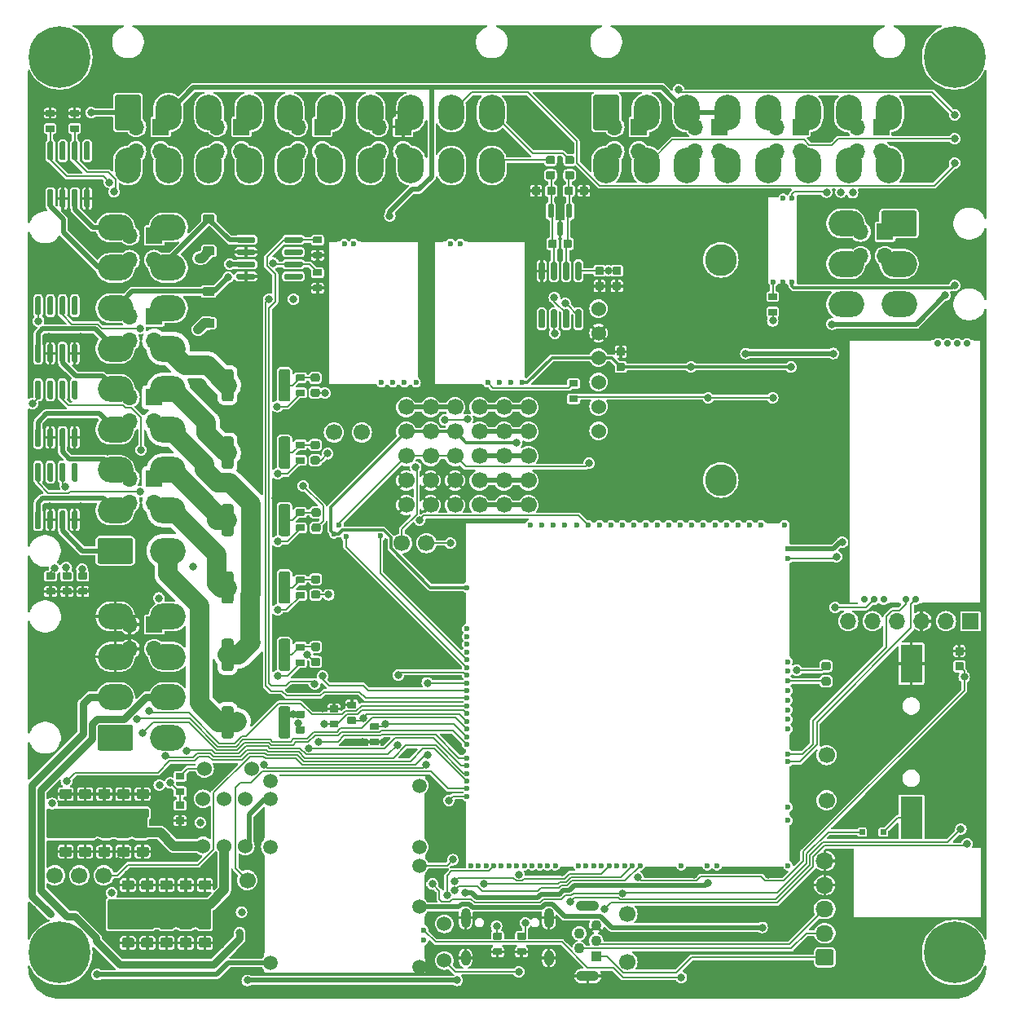
<source format=gbl>
G04 #@! TF.GenerationSoftware,KiCad,Pcbnew,8.0.9-8.0.9-0~ubuntu24.04.1*
G04 #@! TF.CreationDate,2026-02-26T22:36:56+00:00*
G04 #@! TF.ProjectId,uaefi,75616566-692e-46b6-9963-61645f706362,E*
G04 #@! TF.SameCoordinates,Original*
G04 #@! TF.FileFunction,Copper,L4,Bot*
G04 #@! TF.FilePolarity,Positive*
%FSLAX46Y46*%
G04 Gerber Fmt 4.6, Leading zero omitted, Abs format (unit mm)*
G04 Created by KiCad (PCBNEW 8.0.9-8.0.9-0~ubuntu24.04.1) date 2026-02-26 22:36:56*
%MOMM*%
%LPD*%
G01*
G04 APERTURE LIST*
G04 #@! TA.AperFunction,ComponentPad*
%ADD10R,1.700000X1.700000*%
G04 #@! TD*
G04 #@! TA.AperFunction,ComponentPad*
%ADD11O,1.700000X1.700000*%
G04 #@! TD*
G04 #@! TA.AperFunction,ComponentPad*
%ADD12O,2.700000X3.700000*%
G04 #@! TD*
G04 #@! TA.AperFunction,ComponentPad*
%ADD13C,1.700000*%
G04 #@! TD*
G04 #@! TA.AperFunction,ComponentPad*
%ADD14C,0.700000*%
G04 #@! TD*
G04 #@! TA.AperFunction,SMDPad,CuDef*
%ADD15R,1.100000X0.250000*%
G04 #@! TD*
G04 #@! TA.AperFunction,SMDPad,CuDef*
%ADD16R,0.980000X0.250000*%
G04 #@! TD*
G04 #@! TA.AperFunction,SMDPad,CuDef*
%ADD17R,6.300000X0.250000*%
G04 #@! TD*
G04 #@! TA.AperFunction,SMDPad,CuDef*
%ADD18R,0.250000X27.600000*%
G04 #@! TD*
G04 #@! TA.AperFunction,SMDPad,CuDef*
%ADD19R,8.750000X0.250000*%
G04 #@! TD*
G04 #@! TA.AperFunction,SMDPad,CuDef*
%ADD20R,0.950000X0.250000*%
G04 #@! TD*
G04 #@! TA.AperFunction,ComponentPad*
%ADD21C,0.800000*%
G04 #@! TD*
G04 #@! TA.AperFunction,ComponentPad*
%ADD22C,6.400000*%
G04 #@! TD*
G04 #@! TA.AperFunction,ComponentPad*
%ADD23C,1.524000*%
G04 #@! TD*
G04 #@! TA.AperFunction,ComponentPad*
%ADD24O,1.850000X1.700000*%
G04 #@! TD*
G04 #@! TA.AperFunction,ComponentPad*
%ADD25C,0.600000*%
G04 #@! TD*
G04 #@! TA.AperFunction,SMDPad,CuDef*
%ADD26R,6.185000X0.250000*%
G04 #@! TD*
G04 #@! TA.AperFunction,SMDPad,CuDef*
%ADD27R,1.115000X0.250000*%
G04 #@! TD*
G04 #@! TA.AperFunction,SMDPad,CuDef*
%ADD28R,0.250000X14.275000*%
G04 #@! TD*
G04 #@! TA.AperFunction,SMDPad,CuDef*
%ADD29R,0.250000X15.100000*%
G04 #@! TD*
G04 #@! TA.AperFunction,SMDPad,CuDef*
%ADD30R,5.175000X0.250000*%
G04 #@! TD*
G04 #@! TA.AperFunction,ComponentPad*
%ADD31R,1.100000X1.100000*%
G04 #@! TD*
G04 #@! TA.AperFunction,ComponentPad*
%ADD32C,1.100000*%
G04 #@! TD*
G04 #@! TA.AperFunction,ComponentPad*
%ADD33O,2.400000X1.100000*%
G04 #@! TD*
G04 #@! TA.AperFunction,SMDPad,CuDef*
%ADD34O,1.225000X0.200000*%
G04 #@! TD*
G04 #@! TA.AperFunction,SMDPad,CuDef*
%ADD35O,0.200000X9.300000*%
G04 #@! TD*
G04 #@! TA.AperFunction,ComponentPad*
%ADD36C,1.500000*%
G04 #@! TD*
G04 #@! TA.AperFunction,SMDPad,CuDef*
%ADD37O,0.200000X3.300000*%
G04 #@! TD*
G04 #@! TA.AperFunction,SMDPad,CuDef*
%ADD38O,0.200000X10.200000*%
G04 #@! TD*
G04 #@! TA.AperFunction,SMDPad,CuDef*
%ADD39O,0.200000X0.300000*%
G04 #@! TD*
G04 #@! TA.AperFunction,SMDPad,CuDef*
%ADD40O,17.000000X0.200000*%
G04 #@! TD*
G04 #@! TA.AperFunction,SMDPad,CuDef*
%ADD41O,15.400000X0.200000*%
G04 #@! TD*
G04 #@! TA.AperFunction,SMDPad,CuDef*
%ADD42O,0.200000X4.800000*%
G04 #@! TD*
G04 #@! TA.AperFunction,SMDPad,CuDef*
%ADD43O,0.200000X2.600000*%
G04 #@! TD*
G04 #@! TA.AperFunction,SMDPad,CuDef*
%ADD44O,0.200000X1.000000*%
G04 #@! TD*
G04 #@! TA.AperFunction,SMDPad,CuDef*
%ADD45O,0.200000X1.500000*%
G04 #@! TD*
G04 #@! TA.AperFunction,ComponentPad*
%ADD46C,0.599999*%
G04 #@! TD*
G04 #@! TA.AperFunction,ComponentPad*
%ADD47O,3.700000X2.700000*%
G04 #@! TD*
G04 #@! TA.AperFunction,SMDPad,CuDef*
%ADD48R,0.200000X3.700000*%
G04 #@! TD*
G04 #@! TA.AperFunction,SMDPad,CuDef*
%ADD49R,0.200000X0.400000*%
G04 #@! TD*
G04 #@! TA.AperFunction,SMDPad,CuDef*
%ADD50R,0.200000X1.600000*%
G04 #@! TD*
G04 #@! TA.AperFunction,SMDPad,CuDef*
%ADD51R,0.200000X9.700000*%
G04 #@! TD*
G04 #@! TA.AperFunction,SMDPad,CuDef*
%ADD52R,0.200000X2.300000*%
G04 #@! TD*
G04 #@! TA.AperFunction,SMDPad,CuDef*
%ADD53R,1.400000X0.200000*%
G04 #@! TD*
G04 #@! TA.AperFunction,SMDPad,CuDef*
%ADD54R,6.400000X0.200000*%
G04 #@! TD*
G04 #@! TA.AperFunction,SMDPad,CuDef*
%ADD55R,1.700000X0.200000*%
G04 #@! TD*
G04 #@! TA.AperFunction,SMDPad,CuDef*
%ADD56R,3.300000X0.200000*%
G04 #@! TD*
G04 #@! TA.AperFunction,SMDPad,CuDef*
%ADD57R,0.200000X7.000000*%
G04 #@! TD*
G04 #@! TA.AperFunction,SMDPad,CuDef*
%ADD58R,0.200000X3.300000*%
G04 #@! TD*
G04 #@! TA.AperFunction,SMDPad,CuDef*
%ADD59R,0.200000X6.300000*%
G04 #@! TD*
G04 #@! TA.AperFunction,ComponentPad*
%ADD60O,1.000000X2.100000*%
G04 #@! TD*
G04 #@! TA.AperFunction,ComponentPad*
%ADD61O,1.000000X1.600000*%
G04 #@! TD*
G04 #@! TA.AperFunction,ComponentPad*
%ADD62C,3.302000*%
G04 #@! TD*
G04 #@! TA.AperFunction,SMDPad,CuDef*
%ADD63R,2.299995X4.399991*%
G04 #@! TD*
G04 #@! TA.AperFunction,SMDPad,CuDef*
%ADD64R,2.299995X3.999992*%
G04 #@! TD*
G04 #@! TA.AperFunction,ViaPad*
%ADD65C,0.800000*%
G04 #@! TD*
G04 #@! TA.AperFunction,ViaPad*
%ADD66C,3.300000*%
G04 #@! TD*
G04 #@! TA.AperFunction,Conductor*
%ADD67C,0.200000*%
G04 #@! TD*
G04 #@! TA.AperFunction,Conductor*
%ADD68C,1.000000*%
G04 #@! TD*
G04 #@! TA.AperFunction,Conductor*
%ADD69C,0.800000*%
G04 #@! TD*
G04 #@! TA.AperFunction,Conductor*
%ADD70C,0.300000*%
G04 #@! TD*
G04 #@! TA.AperFunction,Conductor*
%ADD71C,0.500000*%
G04 #@! TD*
G04 #@! TA.AperFunction,Conductor*
%ADD72C,2.000000*%
G04 #@! TD*
G04 #@! TA.AperFunction,Conductor*
%ADD73C,0.150000*%
G04 #@! TD*
G04 APERTURE END LIST*
D10*
G04 #@! TO.P,J21,1,Pin_1*
G04 #@! TO.N,/OUT_IGN3*
X15815000Y55250000D03*
D11*
G04 #@! TO.P,J21,2,Pin_2*
G04 #@! TO.N,/OUT_INJ4*
X13275000Y55250000D03*
G04 #@! TO.P,J21,3,Pin_3*
G04 #@! TO.N,/OUT_IGN4*
X15815000Y52710000D03*
G04 #@! TO.P,J21,4,Pin_4*
G04 #@! TO.N,/OUT_INJ5*
X13275000Y52710000D03*
G04 #@! TD*
G04 #@! TO.P,J10,1,Pin_1*
G04 #@! TO.N,/IN_AUX1*
G04 #@! TA.AperFunction,ComponentPad*
G36*
G01*
X61450000Y91625001D02*
X61450000Y94824999D01*
G75*
G02*
X61700001Y95075000I250001J0D01*
G01*
X63899999Y95075000D01*
G75*
G02*
X64150000Y94824999I0J-250001D01*
G01*
X64150000Y91625001D01*
G75*
G02*
X63899999Y91375000I-250001J0D01*
G01*
X61700001Y91375000D01*
G75*
G02*
X61450000Y91625001I0J250001D01*
G01*
G37*
G04 #@! TD.AperFunction*
D12*
G04 #@! TO.P,J10,2,Pin_2*
G04 #@! TO.N,/IN_BUTTON1*
X67000000Y93225000D03*
G04 #@! TO.P,J10,3,Pin_3*
G04 #@! TO.N,+5VP*
X71200000Y93225000D03*
G04 #@! TO.P,J10,4,Pin_4*
X75400000Y93225000D03*
G04 #@! TO.P,J10,5,Pin_5*
G04 #@! TO.N,/IN_FLEX*
X79600000Y93225000D03*
G04 #@! TO.P,J10,6,Pin_6*
G04 #@! TO.N,/IN_PPS1*
X83800000Y93225000D03*
G04 #@! TO.P,J10,7,Pin_7*
G04 #@! TO.N,/CAN+*
X88000000Y93225000D03*
G04 #@! TO.P,J10,8,Pin_8*
G04 #@! TO.N,/CAN-*
X92200000Y93225000D03*
G04 #@! TO.P,J10,9,Pin_9*
G04 #@! TO.N,/IN_MAP*
X62800000Y87725000D03*
G04 #@! TO.P,J10,10,Pin_10*
G04 #@! TO.N,/IN_BUTTON2*
X67000000Y87725000D03*
G04 #@! TO.P,J10,11,Pin_11*
G04 #@! TO.N,GNDA*
X71200000Y87725000D03*
G04 #@! TO.P,J10,12,Pin_12*
X75400000Y87725000D03*
G04 #@! TO.P,J10,13,Pin_13*
G04 #@! TO.N,/IN_TPS1*
X79600000Y87725000D03*
G04 #@! TO.P,J10,14,Pin_14*
G04 #@! TO.N,/IN_KNOCK_RAW*
X83800000Y87725000D03*
G04 #@! TO.P,J10,15,Pin_15*
G04 #@! TO.N,/IN_IAT*
X88000000Y87725000D03*
G04 #@! TO.P,J10,16,Pin_16*
G04 #@! TO.N,/IN_CLT*
X92200000Y87725000D03*
G04 #@! TD*
D13*
G04 #@! TO.P,P8,1,Pin_1*
G04 #@! TO.N,Net-(M6-UART2_TX_(PD5))*
X85700000Y21800000D03*
G04 #@! TD*
D10*
G04 #@! TO.P,J20,1,Pin_1*
G04 #@! TO.N,/OUT_IGN2*
X15815000Y63650000D03*
D11*
G04 #@! TO.P,J20,2,Pin_2*
G04 #@! TO.N,/OUT_INJ2*
X13275000Y63650000D03*
G04 #@! TO.P,J20,3,Pin_3*
G04 #@! TO.N,/OUT_IGN5*
X15815000Y61110000D03*
G04 #@! TO.P,J20,4,Pin_4*
G04 #@! TO.N,/OUT_INJ3*
X13275000Y61110000D03*
G04 #@! TD*
D14*
G04 #@! TO.P,M5,E1,LSU_Un*
G04 #@! TO.N,/WBO_Un*
X100275000Y69250000D03*
G04 #@! TO.P,M5,E2,LSU_Vm*
G04 #@! TO.N,/WBO_Vm*
X97275000Y69250000D03*
G04 #@! TO.P,M5,E3,LSU_Ip*
G04 #@! TO.N,/WBO_Ip*
X98275000Y69250000D03*
G04 #@! TO.P,M5,E4,LSU_Rtrim*
G04 #@! TO.N,/WBO_Rtrim*
X99275000Y69250000D03*
D15*
G04 #@! TO.P,M5,G,GND*
G04 #@! TO.N,GND*
X88425000Y42275000D03*
D16*
X92765000Y42275000D03*
D17*
X98725000Y42275000D03*
D18*
X88000000Y55950000D03*
X101750000Y55950000D03*
D19*
X92250000Y69625000D03*
D20*
X101400000Y69625000D03*
D14*
G04 #@! TO.P,M5,W1,V5_IN*
G04 #@! TO.N,+5VA*
X90625000Y42658800D03*
G04 #@! TO.P,M5,W2,CAN_VIO*
G04 #@! TO.N,unconnected-(M5-CAN_VIO-PadW2)*
X91625000Y42658800D03*
G04 #@! TO.P,M5,W3,CANL*
G04 #@! TO.N,/CAN-*
X94921000Y42658800D03*
G04 #@! TO.P,M5,W4,CANH*
G04 #@! TO.N,/CAN+*
X93905000Y42658800D03*
G04 #@! TO.P,M5,W9,VDDA*
G04 #@! TO.N,unconnected-(M5-VDDA-PadW9)*
X89625000Y42658800D03*
G04 #@! TD*
D13*
G04 #@! TO.P,P5,1,Pin_1*
G04 #@! TO.N,/VR_DISCRETE*
X44100000Y48500000D03*
G04 #@! TD*
G04 #@! TO.P,J2,1,Pin_1*
G04 #@! TO.N,+5VP*
G04 #@! TA.AperFunction,ComponentPad*
G36*
G01*
X11750000Y91625001D02*
X11750000Y94824999D01*
G75*
G02*
X12000001Y95075000I250001J0D01*
G01*
X14199999Y95075000D01*
G75*
G02*
X14450000Y94824999I0J-250001D01*
G01*
X14450000Y91625001D01*
G75*
G02*
X14199999Y91375000I-250001J0D01*
G01*
X12000001Y91375000D01*
G75*
G02*
X11750000Y91625001I0J250001D01*
G01*
G37*
G04 #@! TD.AperFunction*
D12*
G04 #@! TO.P,J2,2,Pin_2*
X17300000Y93225000D03*
G04 #@! TO.P,J2,3,Pin_3*
G04 #@! TO.N,/IN_AUX2*
X21500000Y93225000D03*
G04 #@! TO.P,J2,4,Pin_4*
G04 #@! TO.N,/IN_PPS2*
X25700000Y93225000D03*
G04 #@! TO.P,J2,5,Pin_5*
G04 #@! TO.N,/IN_HALL1*
X29900000Y93225000D03*
G04 #@! TO.P,J2,6,Pin_6*
G04 #@! TO.N,/IN_HALL2*
X34100000Y93225000D03*
G04 #@! TO.P,J2,7,Pin_7*
G04 #@! TO.N,/IN_HALL3*
X38300000Y93225000D03*
G04 #@! TO.P,J2,8,Pin_8*
G04 #@! TO.N,GND*
X42500000Y93225000D03*
G04 #@! TO.P,J2,9,Pin_9*
G04 #@! TO.N,/IN_BUTTON3*
X46700000Y93225000D03*
G04 #@! TO.P,J2,10,Pin_10*
G04 #@! TO.N,/EGT+*
X50900000Y93225000D03*
G04 #@! TO.P,J2,11,Pin_11*
G04 #@! TO.N,GNDA*
X13100000Y87725000D03*
G04 #@! TO.P,J2,12,Pin_12*
X17300000Y87725000D03*
G04 #@! TO.P,J2,13,Pin_13*
X21500000Y87725000D03*
G04 #@! TO.P,J2,14,Pin_14*
G04 #@! TO.N,/IN_TPS2*
X25700000Y87725000D03*
G04 #@! TO.P,J2,15,Pin_15*
G04 #@! TO.N,/IN_AUX3*
X29900000Y87725000D03*
G04 #@! TO.P,J2,16,Pin_16*
G04 #@! TO.N,/VR_MAX9924+*
X34100000Y87725000D03*
G04 #@! TO.P,J2,17,Pin_17*
G04 #@! TO.N,/VR_MAX9924-*
X38300000Y87725000D03*
G04 #@! TO.P,J2,18,Pin_18*
G04 #@! TO.N,/VR_DISCRETE+*
X42500000Y87725000D03*
G04 #@! TO.P,J2,19,Pin_19*
G04 #@! TO.N,/VR_DISCRETE-*
X46700000Y87725000D03*
G04 #@! TO.P,J2,20,Pin_20*
G04 #@! TO.N,/EGT-*
X50900000Y87725000D03*
G04 #@! TD*
D10*
G04 #@! TO.P,J17,1,Pin_1*
G04 #@! TO.N,GND*
X41690000Y91725000D03*
D11*
G04 #@! TO.P,J17,2,Pin_2*
G04 #@! TO.N,/IN_HALL3*
X39150000Y91725000D03*
G04 #@! TO.P,J17,3,Pin_3*
G04 #@! TO.N,/VR_DISCRETE+*
X41690000Y89185000D03*
G04 #@! TO.P,J17,4,Pin_4*
G04 #@! TO.N,/VR_MAX9924-*
X39150000Y89185000D03*
G04 #@! TD*
D13*
G04 #@! TO.P,P1,1,Pin_1*
G04 #@! TO.N,Net-(M7-CANL)*
X34500000Y60000000D03*
G04 #@! TD*
G04 #@! TO.P,P2,1,Pin_1*
G04 #@! TO.N,Net-(M7-CANH)*
X37400000Y60000000D03*
G04 #@! TD*
G04 #@! TO.P,P15,1,Pin_1*
G04 #@! TO.N,/DC1_DIR*
X8040000Y14000000D03*
G04 #@! TD*
D21*
G04 #@! TO.P,H1,1*
G04 #@! TO.N,N/C*
X3600000Y99000000D03*
X4302944Y100697056D03*
X4302944Y97302944D03*
X6000000Y101400000D03*
D22*
X6000000Y99000000D03*
D21*
X6000000Y96600000D03*
X7697056Y100697056D03*
X7697056Y97302944D03*
X8400000Y99000000D03*
G04 #@! TD*
G04 #@! TO.P,H4,1*
G04 #@! TO.N,N/C*
X96600000Y99000000D03*
X97302944Y100697056D03*
X97302944Y97302944D03*
X99000000Y101400000D03*
D22*
X99000000Y99000000D03*
D21*
X99000000Y96600000D03*
X100697056Y100697056D03*
X100697056Y97302944D03*
X101400000Y99000000D03*
G04 #@! TD*
D23*
G04 #@! TO.P,F4,1,1*
G04 #@! TO.N,+12V*
X20900000Y21950000D03*
G04 #@! TO.P,F4,2,2*
G04 #@! TO.N,/DC Driver 1/PWR*
X20900000Y17050000D03*
G04 #@! TD*
G04 #@! TO.P,J7,1,Pin_1*
G04 #@! TO.N,/VBUS*
G04 #@! TA.AperFunction,ComponentPad*
G36*
G01*
X86175000Y4650000D02*
X84825000Y4650000D01*
G75*
G02*
X84575000Y4900000I0J250000D01*
G01*
X84575000Y6100000D01*
G75*
G02*
X84825000Y6350000I250000J0D01*
G01*
X86175000Y6350000D01*
G75*
G02*
X86425000Y6100000I0J-250000D01*
G01*
X86425000Y4900000D01*
G75*
G02*
X86175000Y4650000I-250000J0D01*
G01*
G37*
G04 #@! TD.AperFunction*
D24*
G04 #@! TO.P,J7,2,Pin_2*
G04 #@! TO.N,/USB-*
X85500000Y8000000D03*
G04 #@! TO.P,J7,3,Pin_3*
G04 #@! TO.N,/USB+*
X85500000Y10500000D03*
G04 #@! TO.P,J7,4,Pin_4*
G04 #@! TO.N,GND*
X85500000Y13000000D03*
G04 #@! TO.P,J7,5,Pin_5*
X85500000Y15500000D03*
G04 #@! TD*
D13*
G04 #@! TO.P,P4,1,Pin_1*
G04 #@! TO.N,Net-(M6-LED_GREEN)*
X65000000Y10000000D03*
G04 #@! TD*
D21*
G04 #@! TO.P,H2,1*
G04 #@! TO.N,N/C*
X3600000Y6000000D03*
X4302944Y7697056D03*
X4302944Y4302944D03*
X6000000Y8400000D03*
D22*
X6000000Y6000000D03*
D21*
X6000000Y3600000D03*
X7697056Y7697056D03*
X7697056Y4302944D03*
X8400000Y6000000D03*
G04 #@! TD*
D25*
G04 #@! TO.P,M3,E1,Thresh_IN*
G04 #@! TO.N,/VR_DISCRETE_THR*
X51675000Y65175000D03*
G04 #@! TO.P,M3,E2,OUT_A*
G04 #@! TO.N,/VR_DISCRETE_A*
X50475000Y65175000D03*
G04 #@! TO.P,M3,E3,OUT*
G04 #@! TO.N,/VR_DISCRETE*
X52875000Y65175000D03*
G04 #@! TO.P,M3,E4,V5_IN*
G04 #@! TO.N,+5VA*
X54075000Y65175000D03*
D26*
G04 #@! TO.P,M3,G,GND*
G04 #@! TO.N,GND*
X51407500Y79825000D03*
D27*
X45357500Y79825000D03*
D28*
X54375000Y72812500D03*
D29*
X44925000Y72400000D03*
D30*
X47387500Y64975000D03*
D25*
G04 #@! TO.P,M3,W1,VR-*
G04 #@! TO.N,/VR_DISCRETE-*
X47615000Y79600000D03*
G04 #@! TO.P,M3,W2,VR+*
G04 #@! TO.N,/VR_DISCRETE+*
X46615000Y79600000D03*
G04 #@! TD*
D13*
G04 #@! TO.P,P17,1,Pin_1*
G04 #@! TO.N,/DC1_PWM*
X5500000Y14000000D03*
G04 #@! TD*
D31*
G04 #@! TO.P,J8,1,VBUS*
G04 #@! TO.N,/VBUS*
X61750000Y5600000D03*
D32*
G04 #@! TO.P,J8,2,D-*
G04 #@! TO.N,/USB-*
X60000000Y6400000D03*
G04 #@! TO.P,J8,3,D+*
G04 #@! TO.N,/USB+*
X61750000Y7200000D03*
G04 #@! TO.P,J8,4,ID*
G04 #@! TO.N,unconnected-(J8-ID-Pad4)*
X60000000Y8000000D03*
G04 #@! TO.P,J8,5,GND*
G04 #@! TO.N,GND*
X61750000Y8800000D03*
D33*
G04 #@! TO.P,J8,6,Shield*
X60875000Y3550000D03*
X60875000Y10850000D03*
G04 #@! TD*
D23*
G04 #@! TO.P,F3,1,1*
G04 #@! TO.N,+12V*
X23100000Y21950000D03*
G04 #@! TO.P,F3,2,2*
G04 #@! TO.N,/DC Driver 2/PWR*
X23100000Y17050000D03*
G04 #@! TD*
D25*
G04 #@! TO.P,M2,E1,V5A*
G04 #@! TO.N,+5VA*
X82074999Y75625000D03*
D34*
G04 #@! TO.P,M2,E2,GND*
G04 #@! TO.N,GND*
X80099999Y84525000D03*
D35*
X82674999Y79975000D03*
X79574999Y79975000D03*
D25*
X81124999Y75625000D03*
G04 #@! TO.P,M2,E3,OUT_KNOCK*
G04 #@! TO.N,/IN_KNOCK*
X80175001Y75625000D03*
G04 #@! TO.P,M2,W1,IN_KNOCK*
G04 #@! TO.N,/IN_KNOCK_RAW*
X81174999Y84325000D03*
G04 #@! TO.P,M2,W2,VREF*
G04 #@! TO.N,/VREF1*
X82074999Y84325000D03*
G04 #@! TD*
D13*
G04 #@! TO.P,P18,1,Pin_1*
G04 #@! TO.N,/DC2_PWM*
X25500000Y13500000D03*
G04 #@! TD*
D36*
G04 #@! TO.P,M1,E1,VBAT*
G04 #@! TO.N,/VBAT*
X43374995Y23324999D03*
G04 #@! TO.P,M1,E2,V12*
G04 #@! TO.N,unconnected-(M1-V12-PadE2)*
X43374995Y16925002D03*
G04 #@! TO.P,M1,E3,VIGN*
G04 #@! TO.N,/VIGN*
X43374995Y15024999D03*
G04 #@! TO.P,M1,E4,V5*
G04 #@! TO.N,+5V*
X43374995Y10724999D03*
D25*
G04 #@! TO.P,M1,E5,EN_5VP*
G04 #@! TO.N,/PWR_EN*
X43824994Y8325002D03*
G04 #@! TO.P,M1,E6,PG_5VP*
G04 #@! TO.N,Net-(M1-PG_5VP)*
X43824994Y7325001D03*
D37*
G04 #@! TO.P,M1,S1,GND*
G04 #@! TO.N,GND*
X27224999Y19474999D03*
D38*
X27224999Y10975001D03*
D39*
X27224999Y3874999D03*
D40*
X35624997Y3824999D03*
D41*
X36424998Y24424999D03*
D36*
X43374995Y4474999D03*
D39*
X44024996Y24374999D03*
D42*
X44024996Y20175001D03*
D43*
X44024996Y12824999D03*
D44*
X44024996Y9325002D03*
D45*
X44024996Y6025001D03*
D36*
G04 #@! TO.P,M1,V1,V12_PERM*
G04 #@! TO.N,+12V_RAW*
X27874998Y23775001D03*
G04 #@! TO.P,M1,V2,IN_VIGN*
G04 #@! TO.N,/IN_VIGN*
X27874998Y21925002D03*
G04 #@! TO.P,M1,V3,V12_RAW*
G04 #@! TO.N,+12V_RAW*
X27874998Y16974999D03*
G04 #@! TO.P,M1,V4,5VP*
G04 #@! TO.N,+5VP*
X27874998Y4925001D03*
G04 #@! TD*
D13*
G04 #@! TO.P,P6,1,Pin_1*
G04 #@! TO.N,/VR_MAX9924*
X41560000Y48500000D03*
G04 #@! TD*
D46*
G04 #@! TO.P,M7,V1,V5*
G04 #@! TO.N,+5VA*
X34499999Y49475001D03*
G04 #@! TO.P,M7,V2,CAN_VIO*
G04 #@! TO.N,+3.3VA*
X35024999Y50350003D03*
G04 #@! TO.P,M7,V5,CAN_TX*
G04 #@! TO.N,Net-(M6-SPI2_SCK_{slash}_CAN2_TX_(PB13))*
X35774997Y49174999D03*
G04 #@! TO.P,M7,V6,CAN_RX*
G04 #@! TO.N,Net-(M6-SPI2_CS_{slash}_CAN2_RX_(PB12))*
X39324998Y49250002D03*
G04 #@! TD*
D10*
G04 #@! TO.P,J11,1,Pin_1*
G04 #@! TO.N,/IN_PPS1*
X82990000Y91725000D03*
D11*
G04 #@! TO.P,J11,2,Pin_2*
G04 #@! TO.N,/IN_FLEX*
X80450000Y91725000D03*
G04 #@! TO.P,J11,3,Pin_3*
G04 #@! TO.N,/IN_KNOCK_RAW*
X82990000Y89185000D03*
G04 #@! TO.P,J11,4,Pin_4*
G04 #@! TO.N,/IN_TPS1*
X80450000Y89185000D03*
G04 #@! TD*
G04 #@! TO.P,J5,1,Pin_1*
G04 #@! TO.N,/OUT_INJ6*
G04 #@! TA.AperFunction,ComponentPad*
G36*
G01*
X13374999Y46350000D02*
X10175001Y46350000D01*
G75*
G02*
X9925000Y46600001I0J250001D01*
G01*
X9925000Y48799999D01*
G75*
G02*
X10175001Y49050000I250001J0D01*
G01*
X13374999Y49050000D01*
G75*
G02*
X13625000Y48799999I0J-250001D01*
G01*
X13625000Y46600001D01*
G75*
G02*
X13374999Y46350000I-250001J0D01*
G01*
G37*
G04 #@! TD.AperFunction*
D47*
G04 #@! TO.P,J5,2,Pin_2*
G04 #@! TO.N,/OUT_INJ5*
X11775000Y51900000D03*
G04 #@! TO.P,J5,3,Pin_3*
G04 #@! TO.N,/OUT_INJ4*
X11775000Y56100000D03*
G04 #@! TO.P,J5,4,Pin_4*
G04 #@! TO.N,/OUT_INJ3*
X11775000Y60300000D03*
G04 #@! TO.P,J5,5,Pin_5*
G04 #@! TO.N,/OUT_INJ2*
X11775000Y64500000D03*
G04 #@! TO.P,J5,6,Pin_6*
G04 #@! TO.N,/OUT_INJ1*
X11775000Y68700000D03*
G04 #@! TO.P,J5,7,Pin_7*
G04 #@! TO.N,/OUT_LS1*
X11775000Y72900000D03*
G04 #@! TO.P,J5,8,Pin_8*
G04 #@! TO.N,/OUT_LS_HOT2*
X11775000Y77100000D03*
G04 #@! TO.P,J5,9,Pin_9*
G04 #@! TO.N,/OUT_LS_HOT1*
X11775000Y81300000D03*
G04 #@! TO.P,J5,10,Pin_10*
G04 #@! TO.N,/OUT_IGN6*
X17275000Y47700000D03*
G04 #@! TO.P,J5,11,Pin_11*
G04 #@! TO.N,/OUT_IGN4*
X17275000Y51900000D03*
G04 #@! TO.P,J5,12,Pin_12*
G04 #@! TO.N,/OUT_IGN3*
X17275000Y56100000D03*
G04 #@! TO.P,J5,13,Pin_13*
G04 #@! TO.N,/OUT_IGN5*
X17275000Y60300000D03*
G04 #@! TO.P,J5,14,Pin_14*
G04 #@! TO.N,/OUT_IGN2*
X17275000Y64500000D03*
G04 #@! TO.P,J5,15,Pin_15*
G04 #@! TO.N,/OUT_IGN1*
X17275000Y68700000D03*
G04 #@! TO.P,J5,16,Pin_16*
G04 #@! TO.N,/OUT_LS4*
X17275000Y72900000D03*
G04 #@! TO.P,J5,17,Pin_17*
G04 #@! TO.N,/OUT_LS3*
X17275000Y77100000D03*
G04 #@! TO.P,J5,18,Pin_18*
G04 #@! TO.N,/OUT_LS2*
X17275000Y81300000D03*
G04 #@! TD*
D10*
G04 #@! TO.P,J1,1,Pin_1*
G04 #@! TO.N,/CAN-*
X91390000Y91725000D03*
D11*
G04 #@! TO.P,J1,2,Pin_2*
G04 #@! TO.N,/CAN+*
X88850000Y91725000D03*
G04 #@! TO.P,J1,3,Pin_3*
G04 #@! TO.N,/IN_CLT*
X91390000Y89185000D03*
G04 #@! TO.P,J1,4,Pin_4*
G04 #@! TO.N,/IN_IAT*
X88850000Y89185000D03*
G04 #@! TD*
G04 #@! TO.P,J3,1,Pin_1*
G04 #@! TO.N,+12V_RAW*
G04 #@! TA.AperFunction,ComponentPad*
G36*
G01*
X91625001Y83050000D02*
X94824999Y83050000D01*
G75*
G02*
X95075000Y82799999I0J-250001D01*
G01*
X95075000Y80600001D01*
G75*
G02*
X94824999Y80350000I-250001J0D01*
G01*
X91625001Y80350000D01*
G75*
G02*
X91375000Y80600001I0J250001D01*
G01*
X91375000Y82799999D01*
G75*
G02*
X91625001Y83050000I250001J0D01*
G01*
G37*
G04 #@! TD.AperFunction*
D47*
G04 #@! TO.P,J3,2,Pin_2*
G04 #@! TO.N,/WBO_Rtrim*
X93225000Y77500000D03*
G04 #@! TO.P,J3,3,Pin_3*
G04 #@! TO.N,/WBO_Heater*
X93225000Y73300000D03*
G04 #@! TO.P,J3,4,Pin_4*
G04 #@! TO.N,/WBO_Un*
X87725000Y81700000D03*
G04 #@! TO.P,J3,5,Pin_5*
G04 #@! TO.N,/WBO_Ip*
X87725000Y77500000D03*
G04 #@! TO.P,J3,6,Pin_6*
G04 #@! TO.N,/WBO_Vm*
X87725000Y73300000D03*
G04 #@! TD*
D10*
G04 #@! TO.P,J16,1,Pin_1*
G04 #@! TO.N,/IN_HALL2*
X33290000Y91725000D03*
D11*
G04 #@! TO.P,J16,2,Pin_2*
G04 #@! TO.N,/IN_HALL1*
X30750000Y91725000D03*
G04 #@! TO.P,J16,3,Pin_3*
G04 #@! TO.N,/VR_MAX9924+*
X33290000Y89185000D03*
G04 #@! TO.P,J16,4,Pin_4*
G04 #@! TO.N,/IN_AUX3*
X30750000Y89185000D03*
G04 #@! TD*
D23*
G04 #@! TO.P,F1,1,1*
G04 #@! TO.N,/12V_KEY*
X25300000Y21950000D03*
G04 #@! TO.P,F1,2,2*
G04 #@! TO.N,/IN_VIGN*
X25300000Y17050000D03*
G04 #@! TD*
D13*
G04 #@! TO.P,G3,1*
G04 #@! TO.N,GND*
X42000000Y52460000D03*
G04 #@! TO.P,G3,2*
X42000000Y55000000D03*
G04 #@! TO.P,G3,3*
G04 #@! TO.N,+3.3VA*
X42000000Y57540000D03*
G04 #@! TO.P,G3,4*
G04 #@! TO.N,+5VA*
X42000000Y60080000D03*
G04 #@! TO.P,G3,5*
G04 #@! TO.N,+12V_RAW*
X42000000Y62620000D03*
G04 #@! TO.P,G3,6*
G04 #@! TO.N,GND*
X44540000Y52460000D03*
G04 #@! TO.P,G3,7*
X44540000Y55000000D03*
G04 #@! TO.P,G3,8*
G04 #@! TO.N,+3.3VA*
X44540000Y57540000D03*
G04 #@! TO.P,G3,9*
G04 #@! TO.N,+5VA*
X44540000Y60080000D03*
G04 #@! TO.P,G3,10*
G04 #@! TO.N,+12V_RAW*
X44540000Y62620000D03*
G04 #@! TO.P,G3,11*
G04 #@! TO.N,GND*
X47080000Y52460000D03*
G04 #@! TO.P,G3,12*
X47080000Y55000000D03*
G04 #@! TO.P,G3,13*
G04 #@! TO.N,+3.3VA*
X47080000Y57540000D03*
G04 #@! TO.P,G3,14*
G04 #@! TO.N,+5VA*
X47080000Y60080000D03*
G04 #@! TO.P,G3,15*
G04 #@! TO.N,+12V_RAW*
X47080000Y62620000D03*
G04 #@! TD*
G04 #@! TO.P,P3,1,Pin_1*
G04 #@! TO.N,Net-(M6-LED_YELLOW)*
X65000000Y5000000D03*
G04 #@! TD*
D23*
G04 #@! TO.P,R4,1,1*
G04 #@! TO.N,Net-(M1-PG_5VP)*
X45974609Y8974609D03*
G04 #@! TO.P,R4,2,2*
G04 #@! TO.N,/PG_5VP*
X45974609Y5164609D03*
G04 #@! TD*
D10*
G04 #@! TO.P,J24,1,Pin_1*
G04 #@! TO.N,+12V_RAW*
X91765000Y80850000D03*
D11*
G04 #@! TO.P,J24,2,Pin_2*
G04 #@! TO.N,/WBO_Un*
X89225000Y80850000D03*
G04 #@! TO.P,J24,3,Pin_3*
G04 #@! TO.N,/WBO_Rtrim*
X91765000Y78310000D03*
G04 #@! TO.P,J24,4,Pin_4*
G04 #@! TO.N,/WBO_Ip*
X89225000Y78310000D03*
G04 #@! TD*
G04 #@! TO.P,J4,1,Pin_1*
G04 #@! TO.N,/OUT_DC1-*
G04 #@! TA.AperFunction,ComponentPad*
G36*
G01*
X13374999Y26950000D02*
X10175001Y26950000D01*
G75*
G02*
X9925000Y27200001I0J250001D01*
G01*
X9925000Y29399999D01*
G75*
G02*
X10175001Y29650000I250001J0D01*
G01*
X13374999Y29650000D01*
G75*
G02*
X13625000Y29399999I0J-250001D01*
G01*
X13625000Y27200001D01*
G75*
G02*
X13374999Y26950000I-250001J0D01*
G01*
G37*
G04 #@! TD.AperFunction*
D47*
G04 #@! TO.P,J4,2,Pin_2*
G04 #@! TO.N,/OUT_DC2-*
X11775000Y32500000D03*
G04 #@! TO.P,J4,3,Pin_3*
G04 #@! TO.N,GND*
X11775000Y36700000D03*
G04 #@! TO.P,J4,4,Pin_4*
X11775000Y40900000D03*
G04 #@! TO.P,J4,5,Pin_5*
G04 #@! TO.N,/OUT_DC1+*
X17275000Y28300000D03*
G04 #@! TO.P,J4,6,Pin_6*
G04 #@! TO.N,/OUT_DC2+*
X17275000Y32500000D03*
G04 #@! TO.P,J4,7,Pin_7*
G04 #@! TO.N,/12V_KEY*
X17275000Y36700000D03*
G04 #@! TO.P,J4,8,Pin_8*
G04 #@! TO.N,+12V*
X17275000Y40900000D03*
G04 #@! TD*
D13*
G04 #@! TO.P,P7,1,Pin_1*
G04 #@! TO.N,Net-(M6-UART2_RX_(PD6))*
X85700000Y26500000D03*
G04 #@! TD*
D25*
G04 #@! TO.P,M6,E1,V5A_SWITCHABLE*
G04 #@! TO.N,+5VA*
X48300010Y43900000D03*
G04 #@! TO.P,M6,E2,GNDA*
G04 #@! TO.N,unconnected-(M6-GNDA-PadE2)*
X48300000Y39600000D03*
G04 #@! TO.P,M6,E3,I2C_SCL_(PB10)*
G04 #@! TO.N,unconnected-(M6-I2C_SCL_(PB10)-PadE3)*
X48300000Y38800010D03*
G04 #@! TO.P,M6,E4,I2C_SDA_(PB11)*
G04 #@! TO.N,unconnected-(M6-I2C_SDA_(PB11)-PadE4)*
X48300000Y38000000D03*
G04 #@! TO.P,M6,E5,IN_VIGN_(PA5)*
G04 #@! TO.N,/VIGN*
X48300000Y37200000D03*
G04 #@! TO.P,M6,E6,SPI2_CS_/_CAN2_RX_(PB12)*
G04 #@! TO.N,Net-(M6-SPI2_CS_{slash}_CAN2_RX_(PB12))*
X48300000Y36400000D03*
G04 #@! TO.P,M6,E7,SPI2_SCK_/_CAN2_TX_(PB13)*
G04 #@! TO.N,Net-(M6-SPI2_SCK_{slash}_CAN2_TX_(PB13))*
X48300000Y35600000D03*
G04 #@! TO.P,M6,E8,SPI2_MISO_(PB14)*
G04 #@! TO.N,/DC1_DIS*
X48300000Y34800000D03*
G04 #@! TO.P,M6,E9,SPI2_MOSI_(PB15)*
G04 #@! TO.N,/DC2_DIR*
X48300000Y34000000D03*
G04 #@! TO.P,M6,E10,OUT_INJ8_(PD12)*
G04 #@! TO.N,/LS2*
X48300000Y33200000D03*
G04 #@! TO.P,M6,E11,OUT_INJ7_(PD15)*
G04 #@! TO.N,/LS1*
X48300000Y32400000D03*
G04 #@! TO.P,M6,E12,OUT_INJ6_(PA8)*
G04 #@! TO.N,/INJ6*
X48300000Y31600000D03*
G04 #@! TO.P,M6,E13,OUT_INJ5_(PD2)*
G04 #@! TO.N,/INJ5*
X48300000Y30800000D03*
G04 #@! TO.P,M6,E14,OUT_INJ4_(PD10)*
G04 #@! TO.N,/INJ4*
X48300000Y30000000D03*
G04 #@! TO.P,M6,E15,OUT_INJ3_(PD11)*
G04 #@! TO.N,/INJ3*
X48300000Y29200000D03*
G04 #@! TO.P,M6,E16,OUT_INJ2_(PA9)*
G04 #@! TO.N,/INJ2*
X48300010Y28400010D03*
G04 #@! TO.P,M6,E17,OUT_INJ1_(PD3)*
G04 #@! TO.N,/INJ1*
X48300000Y27600000D03*
G04 #@! TO.P,M6,E18,OUT_PWM1_(PD13)*
G04 #@! TO.N,/LS3*
X48300000Y26200000D03*
G04 #@! TO.P,M6,E19,OUT_PWM2_(PC6)*
G04 #@! TO.N,/LS4*
X48300000Y25400010D03*
G04 #@! TO.P,M6,E20,OUT_PWM3_(PC7)*
G04 #@! TO.N,/DC1_PWM*
X48300000Y24600010D03*
G04 #@! TO.P,M6,E21,OUT_PWM4_(PC8)*
G04 #@! TO.N,/DC1_DIR*
X48300000Y23800010D03*
G04 #@! TO.P,M6,E22,OUT_PWM5_(PC9)*
G04 #@! TO.N,/DC2_PWM*
X48300000Y23000010D03*
G04 #@! TO.P,M6,E23,OUT_PWM6_(PD14)*
G04 #@! TO.N,/VR_DISCRETE_THR*
X48300000Y22200000D03*
D48*
G04 #@! TO.P,M6,G,GND*
G04 #@! TO.N,GND*
X81900010Y17350010D03*
D49*
X81900010Y20400000D03*
D48*
X81900010Y23450010D03*
D50*
X81900010Y27900000D03*
D51*
X81900010Y41550000D03*
D52*
X81900010Y49550000D03*
D53*
X80100000Y50600010D03*
D54*
X78000010Y14800010D03*
D55*
X71950010Y14800010D03*
D56*
X68450010Y14800010D03*
D53*
X58700010Y14800010D03*
D54*
X51200010Y50600010D03*
D57*
X48100000Y18199990D03*
D49*
X48100000Y26900010D03*
D58*
X48100000Y41750010D03*
D59*
X48100000Y47550010D03*
D25*
G04 #@! TO.P,M6,N1,VBUS*
G04 #@! TO.N,/VBUS*
X48700000Y15000000D03*
G04 #@! TO.P,M6,N2,USBM_(PA11)*
G04 #@! TO.N,/USB-*
X49500000Y15000000D03*
G04 #@! TO.P,M6,N3,USBP_(PA12)*
G04 #@! TO.N,/USB+*
X50300000Y15000000D03*
G04 #@! TO.P,M6,N4,USBID_(PA10)*
G04 #@! TO.N,/DC2_DIS*
X51100010Y15000000D03*
G04 #@! TO.P,M6,N5,SWDIO_(PA13)*
G04 #@! TO.N,unconnected-(M6-SWDIO_(PA13)-PadN5)*
X51900000Y15000000D03*
G04 #@! TO.P,M6,N6,SWCLK_(PA14)*
G04 #@! TO.N,unconnected-(M6-SWCLK_(PA14)-PadN6)*
X52700000Y15000000D03*
G04 #@! TO.P,M6,N7,nReset*
G04 #@! TO.N,unconnected-(M6-nReset-PadN7)*
X53500000Y15000000D03*
G04 #@! TO.P,M6,N8,SWO_(PB3)*
G04 #@! TO.N,unconnected-(M6-SWO_(PB3)-PadN8)*
X54300010Y15000000D03*
G04 #@! TO.P,M6,N9,SPI3_CS_(PA15)*
G04 #@! TO.N,/EGT/SPI_CS*
X55100000Y15000010D03*
G04 #@! TO.P,M6,N10,SPI3_SCK_(PC10)*
G04 #@! TO.N,/SCK3*
X55900000Y15000010D03*
G04 #@! TO.P,M6,N11,SPI3_MISO_(PC11)*
G04 #@! TO.N,/MISO3*
X56700000Y15000010D03*
G04 #@! TO.P,M6,N12,SPI3_MOSI_(PC12)*
G04 #@! TO.N,/PG_5VP*
X57500000Y15000010D03*
G04 #@! TO.P,M6,N13,UART2_TX_(PD5)*
G04 #@! TO.N,Net-(M6-UART2_TX_(PD5))*
X59900010Y15000010D03*
G04 #@! TO.P,M6,N14,UART2_RX_(PD6)*
G04 #@! TO.N,Net-(M6-UART2_RX_(PD6))*
X60700010Y15000010D03*
G04 #@! TO.P,M6,N14a,LED_GREEN*
G04 #@! TO.N,Net-(M6-LED_GREEN)*
X61500000Y15000000D03*
G04 #@! TO.P,M6,N14b,LED_YELLOW*
G04 #@! TO.N,Net-(M6-LED_YELLOW)*
X62300010Y15000000D03*
G04 #@! TO.P,M6,N15,V33_SWITCHABLE*
G04 #@! TO.N,+3.3VA*
X63100010Y15000000D03*
G04 #@! TO.P,M6,N16,BOOT0*
G04 #@! TO.N,unconnected-(M6-BOOT0-PadN16)*
X63900010Y15000000D03*
G04 #@! TO.P,M6,N17,VBAT*
G04 #@! TO.N,/VBAT*
X64700010Y15000000D03*
G04 #@! TO.P,M6,N18,UART8_RX_(PE0)*
G04 #@! TO.N,/VR_DISCRETE*
X65500010Y15000010D03*
G04 #@! TO.P,M6,N19,UART8_TX_(PE1)*
G04 #@! TO.N,/VR_MAX9924*
X66300010Y15000010D03*
G04 #@! TO.P,M6,N20,OUT_PWR_EN_(PE10)*
G04 #@! TO.N,/PWR_EN*
X70600010Y15000010D03*
G04 #@! TO.P,M6,N21,V33*
G04 #@! TO.N,+3.3V*
X73300010Y15000010D03*
G04 #@! TO.P,M6,N22,VCC*
G04 #@! TO.N,+5V*
X74300000Y15000010D03*
G04 #@! TO.P,M6,N23,V33*
G04 #@! TO.N,unconnected-(M6-V33-PadN23)*
X81700010Y15000010D03*
G04 #@! TO.P,M6,S1,IN_D4_(PE15)*
G04 #@! TO.N,/IN_BUTTON3*
X54899990Y50400010D03*
G04 #@! TO.P,M6,S2,IN_D3_(PE14)*
G04 #@! TO.N,/IN_HALL3*
X56100000Y50400010D03*
G04 #@! TO.P,M6,S3,IN_D2_(PE13)*
G04 #@! TO.N,/IN_HALL2*
X57300000Y50400010D03*
G04 #@! TO.P,M6,S4,IN_D1_(PE12)*
G04 #@! TO.N,/IN_HALL1*
X58500000Y50400010D03*
G04 #@! TO.P,M6,S5,VREF2*
G04 #@! TO.N,unconnected-(M6-VREF2-PadS5)*
X59700000Y50400010D03*
G04 #@! TO.P,M6,S6,IN_AUX4_(PC5)*
G04 #@! TO.N,/IN_VMAIN*
X60900000Y50400010D03*
G04 #@! TO.P,M6,S7,IN_AUX3_(PA7)*
G04 #@! TO.N,/IN_AUX3*
X62100000Y50400010D03*
G04 #@! TO.P,M6,S8,IN_AUX2_(PC4/PE9)*
G04 #@! TO.N,/IN_PPS2*
X63300000Y50400010D03*
G04 #@! TO.P,M6,S9,IN_AUX1_(PB0)*
G04 #@! TO.N,/IN_TPS2*
X64500000Y50400010D03*
G04 #@! TO.P,M6,S10,IN_O2S2_(PA1)*
G04 #@! TO.N,/IN_AUX2*
X65700000Y50400010D03*
G04 #@! TO.P,M6,S11,IN_O2S_/_CAN_WAKEUP_(PA0)*
G04 #@! TO.N,/IN_AUX1*
X66900000Y50400010D03*
G04 #@! TO.P,M6,S12,IN_MAP2_(PC1)*
G04 #@! TO.N,/INTERNAL_MAP*
X68100000Y50400010D03*
G04 #@! TO.P,M6,S13,IN_MAP1_(PC0)*
G04 #@! TO.N,/IN_MAP*
X69300000Y50400010D03*
G04 #@! TO.P,M6,S14,IN_CRANK_(PB1)*
G04 #@! TO.N,/IN_BUTTON1*
X70500000Y50400010D03*
G04 #@! TO.P,M6,S15,IN_KNOCK_(PA2)*
G04 #@! TO.N,/ADC3*
X71700000Y50400010D03*
G04 #@! TO.P,M6,S16,IN_CAM_(PA6)*
G04 #@! TO.N,/IN_BUTTON2*
X72900000Y50400010D03*
G04 #@! TO.P,M6,S17,IN_VSS_(PE11)*
G04 #@! TO.N,/IN_FLEX*
X74100000Y50400010D03*
G04 #@! TO.P,M6,S18,IN_TPS_(PA4)*
G04 #@! TO.N,/IN_TPS1*
X75300010Y50400010D03*
G04 #@! TO.P,M6,S19,IN_PPS_(PA3)*
G04 #@! TO.N,/IN_PPS1*
X76500010Y50400010D03*
G04 #@! TO.P,M6,S20,IN_IAT_(PC3)*
G04 #@! TO.N,/IN_IAT*
X77700010Y50400010D03*
G04 #@! TO.P,M6,S21,IN_CLT_(PC2)*
G04 #@! TO.N,/IN_CLT*
X78900010Y50400010D03*
G04 #@! TO.P,M6,S22,VREF1*
G04 #@! TO.N,/VREF1*
X81300010Y50400010D03*
G04 #@! TO.P,M6,W1,GNDA*
G04 #@! TO.N,GNDA*
X81700010Y47900000D03*
G04 #@! TO.P,M6,W2,V5A_SWITCHABLE*
G04 #@! TO.N,+5VA*
X81700010Y46900000D03*
G04 #@! TO.P,M6,W3,IGN8_(PE6)*
G04 #@! TO.N,/LS_HOT2*
X81700010Y36200010D03*
G04 #@! TO.P,M6,W4,IGN7_(PB9)*
G04 #@! TO.N,/LS_HOT1*
X81700010Y35200000D03*
G04 #@! TO.P,M6,W5,IGN6_(PB8)*
G04 #@! TO.N,/IGN6*
X81700010Y34200010D03*
G04 #@! TO.P,M6,W6,IGN5_(PE2)*
G04 #@! TO.N,/IGN5*
X81700010Y33200010D03*
G04 #@! TO.P,M6,W7,IGN4_(PE3)*
G04 #@! TO.N,/IGN4*
X81700010Y32200010D03*
G04 #@! TO.P,M6,W8,IGN3_(PE4)*
G04 #@! TO.N,/IGN3*
X81700010Y31200010D03*
G04 #@! TO.P,M6,W9,IGN2_(PE5)*
G04 #@! TO.N,/IGN2*
X81700010Y30200010D03*
G04 #@! TO.P,M6,W10,IGN1_(PC13)*
G04 #@! TO.N,/IGN1*
X81700010Y29200010D03*
G04 #@! TO.P,M6,W11,CANH*
G04 #@! TO.N,/CAN+*
X81700010Y26600010D03*
G04 #@! TO.P,M6,W12,CANL*
G04 #@! TO.N,/CAN-*
X81700010Y25800010D03*
G04 #@! TO.P,M6,W13,V33_REF*
G04 #@! TO.N,unconnected-(M6-V33_REF-PadW13)*
X81700010Y21100000D03*
G04 #@! TO.P,M6,W14,V5A_SWITCHABLE*
G04 #@! TO.N,unconnected-(M6-V5A_SWITCHABLE-PadW14)*
X81700010Y19700010D03*
G04 #@! TD*
D10*
G04 #@! TO.P,J13,1,Pin_1*
G04 #@! TO.N,/IN_BUTTON1*
X66190000Y91725000D03*
D11*
G04 #@! TO.P,J13,2,Pin_2*
G04 #@! TO.N,/IN_AUX1*
X63650000Y91725000D03*
G04 #@! TO.P,J13,3,Pin_3*
G04 #@! TO.N,/IN_BUTTON2*
X66190000Y89185000D03*
G04 #@! TO.P,J13,4,Pin_4*
G04 #@! TO.N,/IN_MAP*
X63650000Y89185000D03*
G04 #@! TD*
D60*
G04 #@! TO.P,J9,S1,SHIELD*
G04 #@! TO.N,GND*
X48180000Y9605000D03*
D61*
X48180000Y5425000D03*
D60*
X56820000Y9605000D03*
D61*
X56820000Y5425000D03*
G04 #@! TD*
D21*
G04 #@! TO.P,H3,1*
G04 #@! TO.N,N/C*
X96600000Y6000000D03*
X97302944Y7697056D03*
X97302944Y4302944D03*
X99000000Y8400000D03*
D22*
X99000000Y6000000D03*
D21*
X99000000Y3600000D03*
X100697056Y7697056D03*
X100697056Y4302944D03*
X101400000Y6000000D03*
G04 #@! TD*
D25*
G04 #@! TO.P,M4,E1,NC*
G04 #@! TO.N,unconnected-(M4-NC-PadE1)*
X40625000Y65175000D03*
G04 #@! TO.P,M4,E2,NC*
G04 #@! TO.N,unconnected-(M4-NC-PadE2)*
X39425000Y65175000D03*
G04 #@! TO.P,M4,E3,OUT*
G04 #@! TO.N,/VR_MAX9924*
X41825000Y65175000D03*
G04 #@! TO.P,M4,E4,V5_IN*
G04 #@! TO.N,+5VA*
X43025000Y65175000D03*
D26*
G04 #@! TO.P,M4,G,GND*
G04 #@! TO.N,GND*
X40357500Y79825000D03*
D27*
X34307500Y79825000D03*
D28*
X43325000Y72812500D03*
D29*
X33875000Y72400000D03*
D30*
X36337500Y64975000D03*
D25*
G04 #@! TO.P,M4,W1,VR-*
G04 #@! TO.N,/VR_MAX9924-*
X36565000Y79600000D03*
G04 #@! TO.P,M4,W2,VR+*
G04 #@! TO.N,/VR_MAX9924+*
X35565000Y79600000D03*
G04 #@! TD*
D10*
G04 #@! TO.P,J14,1,Pin_1*
G04 #@! TO.N,+5VP*
X16490000Y91725000D03*
D11*
G04 #@! TO.P,J14,2,Pin_2*
X13950000Y91725000D03*
G04 #@! TO.P,J14,3,Pin_3*
G04 #@! TO.N,GNDA*
X16490000Y89185000D03*
G04 #@! TO.P,J14,4,Pin_4*
X13950000Y89185000D03*
G04 #@! TD*
D10*
G04 #@! TO.P,J18,1,Pin_1*
G04 #@! TO.N,/OUT_LS2*
X15815000Y80450000D03*
D11*
G04 #@! TO.P,J18,2,Pin_2*
G04 #@! TO.N,/OUT_LS_HOT1*
X13275000Y80450000D03*
G04 #@! TO.P,J18,3,Pin_3*
G04 #@! TO.N,/OUT_LS3*
X15815000Y77910000D03*
G04 #@! TO.P,J18,4,Pin_4*
G04 #@! TO.N,/OUT_LS_HOT2*
X13275000Y77910000D03*
G04 #@! TD*
D23*
G04 #@! TO.P,F2,1,1*
G04 #@! TO.N,+12V*
X21050000Y25100000D03*
G04 #@! TO.P,F2,2,2*
G04 #@! TO.N,+12V_RAW*
X25950000Y25100000D03*
G04 #@! TD*
D10*
G04 #@! TO.P,J15,1,Pin_1*
G04 #@! TO.N,/IN_PPS2*
X24890000Y91725000D03*
D11*
G04 #@! TO.P,J15,2,Pin_2*
G04 #@! TO.N,/IN_AUX2*
X22350000Y91725000D03*
G04 #@! TO.P,J15,3,Pin_3*
G04 #@! TO.N,/IN_TPS2*
X24890000Y89185000D03*
G04 #@! TO.P,J15,4,Pin_4*
G04 #@! TO.N,GNDA*
X22350000Y89185000D03*
G04 #@! TD*
D10*
G04 #@! TO.P,J6,1,Pin_1*
G04 #@! TO.N,Net-(J6-Pin_1)*
X100650000Y40400000D03*
D11*
G04 #@! TO.P,J6,2,Pin_2*
G04 #@! TO.N,Net-(J6-Pin_2)*
X98110000Y40400000D03*
G04 #@! TO.P,J6,3,Pin_3*
G04 #@! TO.N,GND*
X95570000Y40400000D03*
G04 #@! TO.P,J6,4,Pin_4*
G04 #@! TO.N,Net-(J6-Pin_4)*
X93030000Y40400000D03*
G04 #@! TO.P,J6,5,Pin_5*
G04 #@! TO.N,Net-(J6-Pin_5)*
X90490000Y40400000D03*
G04 #@! TO.P,J6,6,Pin_6*
G04 #@! TO.N,unconnected-(J6-Pin_6-Pad6)*
X87950000Y40400000D03*
G04 #@! TD*
D10*
G04 #@! TO.P,J19,1,Pin_1*
G04 #@! TO.N,/OUT_LS4*
X15815000Y72050000D03*
D11*
G04 #@! TO.P,J19,2,Pin_2*
G04 #@! TO.N,/OUT_LS1*
X13275000Y72050000D03*
G04 #@! TO.P,J19,3,Pin_3*
G04 #@! TO.N,/OUT_IGN1*
X15815000Y69510000D03*
G04 #@! TO.P,J19,4,Pin_4*
G04 #@! TO.N,/OUT_INJ1*
X13275000Y69510000D03*
G04 #@! TD*
D10*
G04 #@! TO.P,J22,1,Pin_1*
G04 #@! TO.N,+12V*
X15815000Y40050000D03*
D11*
G04 #@! TO.P,J22,2,Pin_2*
G04 #@! TO.N,GND*
X13275000Y40050000D03*
G04 #@! TO.P,J22,3,Pin_3*
G04 #@! TO.N,/12V_KEY*
X15815000Y37510000D03*
G04 #@! TO.P,J22,4,Pin_4*
G04 #@! TO.N,GND*
X13275000Y37510000D03*
G04 #@! TD*
D10*
G04 #@! TO.P,J12,1,Pin_1*
G04 #@! TO.N,+5VP*
X74590000Y91725000D03*
D11*
G04 #@! TO.P,J12,2,Pin_2*
X72050000Y91725000D03*
G04 #@! TO.P,J12,3,Pin_3*
G04 #@! TO.N,GNDA*
X74590000Y89185000D03*
G04 #@! TO.P,J12,4,Pin_4*
X72050000Y89185000D03*
G04 #@! TD*
D62*
G04 #@! TO.P,U3,*
G04 #@! TO.N,*
X74703250Y77930000D03*
X74703250Y55070000D03*
D23*
G04 #@! TO.P,U3,1,VOUT*
G04 #@! TO.N,/INTERNAL_MAP*
X62003250Y72850000D03*
G04 #@! TO.P,U3,2,GND*
G04 #@! TO.N,GND*
X62003250Y70310000D03*
G04 #@! TO.P,U3,3,VCC*
G04 #@! TO.N,+5VA*
X62003250Y67770000D03*
G04 #@! TO.P,U3,4,V1*
G04 #@! TO.N,unconnected-(U3-V1-Pad4)*
X62003250Y65230000D03*
G04 #@! TO.P,U3,5,V2*
G04 #@! TO.N,unconnected-(U3-V2-Pad5)*
X62003250Y62690000D03*
G04 #@! TO.P,U3,6,V_EX*
G04 #@! TO.N,unconnected-(U3-V_EX-Pad6)*
X62003250Y60150000D03*
G04 #@! TD*
D13*
G04 #@! TO.P,P16,1,Pin_1*
G04 #@! TO.N,/DC2_DIR*
X10580000Y14000000D03*
G04 #@! TD*
G04 #@! TO.P,G4,1*
G04 #@! TO.N,Net-(G4-Pad1)*
X49620000Y52460000D03*
G04 #@! TO.P,G4,2*
G04 #@! TO.N,Net-(G4-Pad12)*
X49620000Y55000000D03*
G04 #@! TO.P,G4,3*
G04 #@! TO.N,Net-(G4-Pad13)*
X49620000Y57540000D03*
G04 #@! TO.P,G4,4*
G04 #@! TO.N,Net-(G4-Pad14)*
X49620000Y60080000D03*
G04 #@! TO.P,G4,5*
G04 #@! TO.N,Net-(G4-Pad10)*
X49620000Y62620000D03*
G04 #@! TO.P,G4,6*
G04 #@! TO.N,Net-(G4-Pad1)*
X52160000Y52460000D03*
G04 #@! TO.P,G4,7*
G04 #@! TO.N,Net-(G4-Pad12)*
X52160000Y55000000D03*
G04 #@! TO.P,G4,8*
G04 #@! TO.N,Net-(G4-Pad13)*
X52160000Y57540000D03*
G04 #@! TO.P,G4,9*
G04 #@! TO.N,Net-(G4-Pad14)*
X52160000Y60080000D03*
G04 #@! TO.P,G4,10*
G04 #@! TO.N,Net-(G4-Pad10)*
X52160000Y62620000D03*
G04 #@! TO.P,G4,11*
G04 #@! TO.N,Net-(G4-Pad1)*
X54700000Y52460000D03*
G04 #@! TO.P,G4,12*
G04 #@! TO.N,Net-(G4-Pad12)*
X54700000Y55000000D03*
G04 #@! TO.P,G4,13*
G04 #@! TO.N,Net-(G4-Pad13)*
X54700000Y57540000D03*
G04 #@! TO.P,G4,14*
G04 #@! TO.N,Net-(G4-Pad14)*
X54700000Y60080000D03*
G04 #@! TO.P,G4,15*
G04 #@! TO.N,Net-(G4-Pad10)*
X54700000Y62620000D03*
G04 #@! TD*
G04 #@! TO.P,D8,1,K*
G04 #@! TO.N,Net-(U4-T-)*
G04 #@! TA.AperFunction,SMDPad,CuDef*
G36*
G01*
X56900000Y83757023D02*
X57200000Y83757023D01*
G75*
G02*
X57350000Y83607023I0J-150000D01*
G01*
X57350000Y82432023D01*
G75*
G02*
X57200000Y82282023I-150000J0D01*
G01*
X56900000Y82282023D01*
G75*
G02*
X56750000Y82432023I0J150000D01*
G01*
X56750000Y83607023D01*
G75*
G02*
X56900000Y83757023I150000J0D01*
G01*
G37*
G04 #@! TD.AperFunction*
G04 #@! TO.P,D8,2,K*
G04 #@! TO.N,Net-(U4-T+)*
G04 #@! TA.AperFunction,SMDPad,CuDef*
G36*
G01*
X58800000Y83757023D02*
X59100000Y83757023D01*
G75*
G02*
X59250000Y83607023I0J-150000D01*
G01*
X59250000Y82432023D01*
G75*
G02*
X59100000Y82282023I-150000J0D01*
G01*
X58800000Y82282023D01*
G75*
G02*
X58650000Y82432023I0J150000D01*
G01*
X58650000Y83607023D01*
G75*
G02*
X58800000Y83757023I150000J0D01*
G01*
G37*
G04 #@! TD.AperFunction*
G04 #@! TO.P,D8,3,A*
G04 #@! TO.N,GND*
G04 #@! TA.AperFunction,SMDPad,CuDef*
G36*
G01*
X57850000Y81882023D02*
X58150000Y81882023D01*
G75*
G02*
X58300000Y81732023I0J-150000D01*
G01*
X58300000Y80557023D01*
G75*
G02*
X58150000Y80407023I-150000J0D01*
G01*
X57850000Y80407023D01*
G75*
G02*
X57700000Y80557023I0J150000D01*
G01*
X57700000Y81732023D01*
G75*
G02*
X57850000Y81882023I150000J0D01*
G01*
G37*
G04 #@! TD.AperFunction*
G04 #@! TD*
G04 #@! TO.P,C10,1*
G04 #@! TO.N,GND*
G04 #@! TA.AperFunction,SMDPad,CuDef*
G36*
G01*
X15150000Y15960000D02*
X14100000Y15960000D01*
G75*
G02*
X14000000Y16060000I0J100000D01*
G01*
X14000000Y16860000D01*
G75*
G02*
X14100000Y16960000I100000J0D01*
G01*
X15150000Y16960000D01*
G75*
G02*
X15250000Y16860000I0J-100000D01*
G01*
X15250000Y16060000D01*
G75*
G02*
X15150000Y15960000I-100000J0D01*
G01*
G37*
G04 #@! TD.AperFunction*
G04 #@! TO.P,C10,2*
G04 #@! TO.N,/DC Driver 1/PWR*
G04 #@! TA.AperFunction,SMDPad,CuDef*
G36*
G01*
X15150000Y17960000D02*
X14100000Y17960000D01*
G75*
G02*
X14000000Y18060000I0J100000D01*
G01*
X14000000Y18860000D01*
G75*
G02*
X14100000Y18960000I100000J0D01*
G01*
X15150000Y18960000D01*
G75*
G02*
X15250000Y18860000I0J-100000D01*
G01*
X15250000Y18060000D01*
G75*
G02*
X15150000Y17960000I-100000J0D01*
G01*
G37*
G04 #@! TD.AperFunction*
G04 #@! TD*
G04 #@! TO.P,C27,1*
G04 #@! TO.N,GND*
G04 #@! TA.AperFunction,SMDPad,CuDef*
G36*
G01*
X63960000Y68815001D02*
X64640000Y68815001D01*
G75*
G02*
X64725000Y68730001I0J-85000D01*
G01*
X64725000Y68050001D01*
G75*
G02*
X64640000Y67965001I-85000J0D01*
G01*
X63960000Y67965001D01*
G75*
G02*
X63875000Y68050001I0J85000D01*
G01*
X63875000Y68730001D01*
G75*
G02*
X63960000Y68815001I85000J0D01*
G01*
G37*
G04 #@! TD.AperFunction*
G04 #@! TO.P,C27,2*
G04 #@! TO.N,+5VA*
G04 #@! TA.AperFunction,SMDPad,CuDef*
G36*
G01*
X63960000Y67234999D02*
X64640000Y67234999D01*
G75*
G02*
X64725000Y67149999I0J-85000D01*
G01*
X64725000Y66469999D01*
G75*
G02*
X64640000Y66384999I-85000J0D01*
G01*
X63960000Y66384999D01*
G75*
G02*
X63875000Y66469999I0J85000D01*
G01*
X63875000Y67149999D01*
G75*
G02*
X63960000Y67234999I85000J0D01*
G01*
G37*
G04 #@! TD.AperFunction*
G04 #@! TD*
G04 #@! TO.P,D4,1,K*
G04 #@! TO.N,+12V_RAW*
G04 #@! TA.AperFunction,SMDPad,CuDef*
G36*
G01*
X22010000Y78400000D02*
X20990000Y78400000D01*
G75*
G02*
X20900000Y78490000I0J90000D01*
G01*
X20900000Y79210000D01*
G75*
G02*
X20990000Y79300000I90000J0D01*
G01*
X22010000Y79300000D01*
G75*
G02*
X22100000Y79210000I0J-90000D01*
G01*
X22100000Y78490000D01*
G75*
G02*
X22010000Y78400000I-90000J0D01*
G01*
G37*
G04 #@! TD.AperFunction*
G04 #@! TO.P,D4,2,A*
G04 #@! TO.N,/OUT_LS3*
G04 #@! TA.AperFunction,SMDPad,CuDef*
G36*
G01*
X22010000Y81700000D02*
X20990000Y81700000D01*
G75*
G02*
X20900000Y81790000I0J90000D01*
G01*
X20900000Y82510000D01*
G75*
G02*
X20990000Y82600000I90000J0D01*
G01*
X22010000Y82600000D01*
G75*
G02*
X22100000Y82510000I0J-90000D01*
G01*
X22100000Y81790000D01*
G75*
G02*
X22010000Y81700000I-90000J0D01*
G01*
G37*
G04 #@! TD.AperFunction*
G04 #@! TD*
D63*
G04 #@! TO.P,BT1,1,+*
G04 #@! TO.N,Net-(BT1-+)*
X94500000Y20000048D03*
D64*
G04 #@! TO.P,BT1,2,-*
G04 #@! TO.N,GND*
X94500000Y36000067D03*
G04 #@! TD*
G04 #@! TO.P,U10,1,IN1*
G04 #@! TO.N,/INJ3*
G04 #@! TA.AperFunction,SMDPad,CuDef*
G36*
G01*
X3595000Y65400000D02*
X3895000Y65400000D01*
G75*
G02*
X4045000Y65250000I0J-150000D01*
G01*
X4045000Y63600000D01*
G75*
G02*
X3895000Y63450000I-150000J0D01*
G01*
X3595000Y63450000D01*
G75*
G02*
X3445000Y63600000I0J150000D01*
G01*
X3445000Y65250000D01*
G75*
G02*
X3595000Y65400000I150000J0D01*
G01*
G37*
G04 #@! TD.AperFunction*
G04 #@! TO.P,U10,2,STATUS1*
G04 #@! TO.N,unconnected-(U10-STATUS1-Pad2)*
G04 #@! TA.AperFunction,SMDPad,CuDef*
G36*
G01*
X4865000Y65400000D02*
X5165000Y65400000D01*
G75*
G02*
X5315000Y65250000I0J-150000D01*
G01*
X5315000Y63600000D01*
G75*
G02*
X5165000Y63450000I-150000J0D01*
G01*
X4865000Y63450000D01*
G75*
G02*
X4715000Y63600000I0J150000D01*
G01*
X4715000Y65250000D01*
G75*
G02*
X4865000Y65400000I150000J0D01*
G01*
G37*
G04 #@! TD.AperFunction*
G04 #@! TO.P,U10,3,IN2*
G04 #@! TO.N,/INJ4*
G04 #@! TA.AperFunction,SMDPad,CuDef*
G36*
G01*
X6135000Y65400000D02*
X6435000Y65400000D01*
G75*
G02*
X6585000Y65250000I0J-150000D01*
G01*
X6585000Y63600000D01*
G75*
G02*
X6435000Y63450000I-150000J0D01*
G01*
X6135000Y63450000D01*
G75*
G02*
X5985000Y63600000I0J150000D01*
G01*
X5985000Y65250000D01*
G75*
G02*
X6135000Y65400000I150000J0D01*
G01*
G37*
G04 #@! TD.AperFunction*
G04 #@! TO.P,U10,4,STATUS2*
G04 #@! TO.N,unconnected-(U10-STATUS2-Pad4)*
G04 #@! TA.AperFunction,SMDPad,CuDef*
G36*
G01*
X7405000Y65400000D02*
X7705000Y65400000D01*
G75*
G02*
X7855000Y65250000I0J-150000D01*
G01*
X7855000Y63600000D01*
G75*
G02*
X7705000Y63450000I-150000J0D01*
G01*
X7405000Y63450000D01*
G75*
G02*
X7255000Y63600000I0J150000D01*
G01*
X7255000Y65250000D01*
G75*
G02*
X7405000Y65400000I150000J0D01*
G01*
G37*
G04 #@! TD.AperFunction*
G04 #@! TO.P,U10,5,S2*
G04 #@! TO.N,GND*
G04 #@! TA.AperFunction,SMDPad,CuDef*
G36*
G01*
X7405000Y60450000D02*
X7705000Y60450000D01*
G75*
G02*
X7855000Y60300000I0J-150000D01*
G01*
X7855000Y58650000D01*
G75*
G02*
X7705000Y58500000I-150000J0D01*
G01*
X7405000Y58500000D01*
G75*
G02*
X7255000Y58650000I0J150000D01*
G01*
X7255000Y60300000D01*
G75*
G02*
X7405000Y60450000I150000J0D01*
G01*
G37*
G04 #@! TD.AperFunction*
G04 #@! TO.P,U10,6,D2*
G04 #@! TO.N,/OUT_INJ4*
G04 #@! TA.AperFunction,SMDPad,CuDef*
G36*
G01*
X6135000Y60450000D02*
X6435000Y60450000D01*
G75*
G02*
X6585000Y60300000I0J-150000D01*
G01*
X6585000Y58650000D01*
G75*
G02*
X6435000Y58500000I-150000J0D01*
G01*
X6135000Y58500000D01*
G75*
G02*
X5985000Y58650000I0J150000D01*
G01*
X5985000Y60300000D01*
G75*
G02*
X6135000Y60450000I150000J0D01*
G01*
G37*
G04 #@! TD.AperFunction*
G04 #@! TO.P,U10,7,S1*
G04 #@! TO.N,GND*
G04 #@! TA.AperFunction,SMDPad,CuDef*
G36*
G01*
X4865000Y60450000D02*
X5165000Y60450000D01*
G75*
G02*
X5315000Y60300000I0J-150000D01*
G01*
X5315000Y58650000D01*
G75*
G02*
X5165000Y58500000I-150000J0D01*
G01*
X4865000Y58500000D01*
G75*
G02*
X4715000Y58650000I0J150000D01*
G01*
X4715000Y60300000D01*
G75*
G02*
X4865000Y60450000I150000J0D01*
G01*
G37*
G04 #@! TD.AperFunction*
G04 #@! TO.P,U10,8,D1*
G04 #@! TO.N,/OUT_INJ3*
G04 #@! TA.AperFunction,SMDPad,CuDef*
G36*
G01*
X3595000Y60450000D02*
X3895000Y60450000D01*
G75*
G02*
X4045000Y60300000I0J-150000D01*
G01*
X4045000Y58650000D01*
G75*
G02*
X3895000Y58500000I-150000J0D01*
G01*
X3595000Y58500000D01*
G75*
G02*
X3445000Y58650000I0J150000D01*
G01*
X3445000Y60300000D01*
G75*
G02*
X3595000Y60450000I150000J0D01*
G01*
G37*
G04 #@! TD.AperFunction*
G04 #@! TD*
G04 #@! TO.P,R31,1*
G04 #@! TO.N,GND*
G04 #@! TA.AperFunction,SMDPad,CuDef*
G36*
G01*
X5440000Y43150000D02*
X4660000Y43150000D01*
G75*
G02*
X4590000Y43220000I0J70000D01*
G01*
X4590000Y43780000D01*
G75*
G02*
X4660000Y43850000I70000J0D01*
G01*
X5440000Y43850000D01*
G75*
G02*
X5510000Y43780000I0J-70000D01*
G01*
X5510000Y43220000D01*
G75*
G02*
X5440000Y43150000I-70000J0D01*
G01*
G37*
G04 #@! TD.AperFunction*
G04 #@! TO.P,R31,2*
G04 #@! TO.N,/INJ3*
G04 #@! TA.AperFunction,SMDPad,CuDef*
G36*
G01*
X5440000Y44750000D02*
X4660000Y44750000D01*
G75*
G02*
X4590000Y44820000I0J70000D01*
G01*
X4590000Y45380000D01*
G75*
G02*
X4660000Y45450000I70000J0D01*
G01*
X5440000Y45450000D01*
G75*
G02*
X5510000Y45380000I0J-70000D01*
G01*
X5510000Y44820000D01*
G75*
G02*
X5440000Y44750000I-70000J0D01*
G01*
G37*
G04 #@! TD.AperFunction*
G04 #@! TD*
G04 #@! TO.P,C30,1*
G04 #@! TO.N,GND*
G04 #@! TA.AperFunction,SMDPad,CuDef*
G36*
G01*
X60905002Y85440000D02*
X60905002Y84760000D01*
G75*
G02*
X60820002Y84675000I-85000J0D01*
G01*
X60140002Y84675000D01*
G75*
G02*
X60055002Y84760000I0J85000D01*
G01*
X60055002Y85440000D01*
G75*
G02*
X60140002Y85525000I85000J0D01*
G01*
X60820002Y85525000D01*
G75*
G02*
X60905002Y85440000I0J-85000D01*
G01*
G37*
G04 #@! TD.AperFunction*
G04 #@! TO.P,C30,2*
G04 #@! TO.N,Net-(U4-T+)*
G04 #@! TA.AperFunction,SMDPad,CuDef*
G36*
G01*
X59325000Y85440000D02*
X59325000Y84760000D01*
G75*
G02*
X59240000Y84675000I-85000J0D01*
G01*
X58560000Y84675000D01*
G75*
G02*
X58475000Y84760000I0J85000D01*
G01*
X58475000Y85440000D01*
G75*
G02*
X58560000Y85525000I85000J0D01*
G01*
X59240000Y85525000D01*
G75*
G02*
X59325000Y85440000I0J-85000D01*
G01*
G37*
G04 #@! TD.AperFunction*
G04 #@! TD*
G04 #@! TO.P,C7,1*
G04 #@! TO.N,GND*
G04 #@! TA.AperFunction,SMDPad,CuDef*
G36*
G01*
X9150000Y15960000D02*
X8100000Y15960000D01*
G75*
G02*
X8000000Y16060000I0J100000D01*
G01*
X8000000Y16860000D01*
G75*
G02*
X8100000Y16960000I100000J0D01*
G01*
X9150000Y16960000D01*
G75*
G02*
X9250000Y16860000I0J-100000D01*
G01*
X9250000Y16060000D01*
G75*
G02*
X9150000Y15960000I-100000J0D01*
G01*
G37*
G04 #@! TD.AperFunction*
G04 #@! TO.P,C7,2*
G04 #@! TO.N,/DC Driver 1/PWR*
G04 #@! TA.AperFunction,SMDPad,CuDef*
G36*
G01*
X9150000Y17960000D02*
X8100000Y17960000D01*
G75*
G02*
X8000000Y18060000I0J100000D01*
G01*
X8000000Y18860000D01*
G75*
G02*
X8100000Y18960000I100000J0D01*
G01*
X9150000Y18960000D01*
G75*
G02*
X9250000Y18860000I0J-100000D01*
G01*
X9250000Y18060000D01*
G75*
G02*
X9150000Y17960000I-100000J0D01*
G01*
G37*
G04 #@! TD.AperFunction*
G04 #@! TD*
G04 #@! TO.P,C33,1*
G04 #@! TO.N,GND*
G04 #@! TA.AperFunction,SMDPad,CuDef*
G36*
G01*
X99160000Y37715001D02*
X99840000Y37715001D01*
G75*
G02*
X99925000Y37630001I0J-85000D01*
G01*
X99925000Y36950001D01*
G75*
G02*
X99840000Y36865001I-85000J0D01*
G01*
X99160000Y36865001D01*
G75*
G02*
X99075000Y36950001I0J85000D01*
G01*
X99075000Y37630001D01*
G75*
G02*
X99160000Y37715001I85000J0D01*
G01*
G37*
G04 #@! TD.AperFunction*
G04 #@! TO.P,C33,2*
G04 #@! TO.N,+3.3VA*
G04 #@! TA.AperFunction,SMDPad,CuDef*
G36*
G01*
X99160000Y36134999D02*
X99840000Y36134999D01*
G75*
G02*
X99925000Y36049999I0J-85000D01*
G01*
X99925000Y35369999D01*
G75*
G02*
X99840000Y35284999I-85000J0D01*
G01*
X99160000Y35284999D01*
G75*
G02*
X99075000Y35369999I0J85000D01*
G01*
X99075000Y36049999D01*
G75*
G02*
X99160000Y36134999I85000J0D01*
G01*
G37*
G04 #@! TD.AperFunction*
G04 #@! TD*
G04 #@! TO.P,C29,1*
G04 #@! TO.N,Net-(U4-T-)*
G04 #@! TA.AperFunction,SMDPad,CuDef*
G36*
G01*
X56784999Y79242023D02*
X56784999Y79922023D01*
G75*
G02*
X56869999Y80007023I85000J0D01*
G01*
X57549999Y80007023D01*
G75*
G02*
X57634999Y79922023I0J-85000D01*
G01*
X57634999Y79242023D01*
G75*
G02*
X57549999Y79157023I-85000J0D01*
G01*
X56869999Y79157023D01*
G75*
G02*
X56784999Y79242023I0J85000D01*
G01*
G37*
G04 #@! TD.AperFunction*
G04 #@! TO.P,C29,2*
G04 #@! TO.N,Net-(U4-T+)*
G04 #@! TA.AperFunction,SMDPad,CuDef*
G36*
G01*
X58365001Y79242023D02*
X58365001Y79922023D01*
G75*
G02*
X58450001Y80007023I85000J0D01*
G01*
X59130001Y80007023D01*
G75*
G02*
X59215001Y79922023I0J-85000D01*
G01*
X59215001Y79242023D01*
G75*
G02*
X59130001Y79157023I-85000J0D01*
G01*
X58450001Y79157023D01*
G75*
G02*
X58365001Y79242023I0J85000D01*
G01*
G37*
G04 #@! TD.AperFunction*
G04 #@! TD*
G04 #@! TO.P,R34,1*
G04 #@! TO.N,GND*
G04 #@! TA.AperFunction,SMDPad,CuDef*
G36*
G01*
X8790000Y43150000D02*
X8010000Y43150000D01*
G75*
G02*
X7940000Y43220000I0J70000D01*
G01*
X7940000Y43780000D01*
G75*
G02*
X8010000Y43850000I70000J0D01*
G01*
X8790000Y43850000D01*
G75*
G02*
X8860000Y43780000I0J-70000D01*
G01*
X8860000Y43220000D01*
G75*
G02*
X8790000Y43150000I-70000J0D01*
G01*
G37*
G04 #@! TD.AperFunction*
G04 #@! TO.P,R34,2*
G04 #@! TO.N,/INJ6*
G04 #@! TA.AperFunction,SMDPad,CuDef*
G36*
G01*
X8790000Y44750000D02*
X8010000Y44750000D01*
G75*
G02*
X7940000Y44820000I0J70000D01*
G01*
X7940000Y45380000D01*
G75*
G02*
X8010000Y45450000I70000J0D01*
G01*
X8790000Y45450000D01*
G75*
G02*
X8860000Y45380000I0J-70000D01*
G01*
X8860000Y44820000D01*
G75*
G02*
X8790000Y44750000I-70000J0D01*
G01*
G37*
G04 #@! TD.AperFunction*
G04 #@! TD*
G04 #@! TO.P,C17,1*
G04 #@! TO.N,GND*
G04 #@! TA.AperFunction,SMDPad,CuDef*
G36*
G01*
X18575000Y13500000D02*
X19625000Y13500000D01*
G75*
G02*
X19725000Y13400000I0J-100000D01*
G01*
X19725000Y12600000D01*
G75*
G02*
X19625000Y12500000I-100000J0D01*
G01*
X18575000Y12500000D01*
G75*
G02*
X18475000Y12600000I0J100000D01*
G01*
X18475000Y13400000D01*
G75*
G02*
X18575000Y13500000I100000J0D01*
G01*
G37*
G04 #@! TD.AperFunction*
G04 #@! TO.P,C17,2*
G04 #@! TO.N,/DC Driver 2/PWR*
G04 #@! TA.AperFunction,SMDPad,CuDef*
G36*
G01*
X18575000Y11500000D02*
X19625000Y11500000D01*
G75*
G02*
X19725000Y11400000I0J-100000D01*
G01*
X19725000Y10600000D01*
G75*
G02*
X19625000Y10500000I-100000J0D01*
G01*
X18575000Y10500000D01*
G75*
G02*
X18475000Y10600000I0J100000D01*
G01*
X18475000Y11400000D01*
G75*
G02*
X18575000Y11500000I100000J0D01*
G01*
G37*
G04 #@! TD.AperFunction*
G04 #@! TD*
G04 #@! TO.P,R20,1*
G04 #@! TO.N,Net-(F6-Pad1)*
G04 #@! TA.AperFunction,SMDPad,CuDef*
G36*
G01*
X29975000Y66325000D02*
X29975000Y63475000D01*
G75*
G02*
X29725000Y63225000I-250000J0D01*
G01*
X29000000Y63225000D01*
G75*
G02*
X28750000Y63475000I0J250000D01*
G01*
X28750000Y66325000D01*
G75*
G02*
X29000000Y66575000I250000J0D01*
G01*
X29725000Y66575000D01*
G75*
G02*
X29975000Y66325000I0J-250000D01*
G01*
G37*
G04 #@! TD.AperFunction*
G04 #@! TO.P,R20,2*
G04 #@! TO.N,/OUT_IGN1*
G04 #@! TA.AperFunction,SMDPad,CuDef*
G36*
G01*
X24050000Y66325000D02*
X24050000Y63475000D01*
G75*
G02*
X23800000Y63225000I-250000J0D01*
G01*
X23075000Y63225000D01*
G75*
G02*
X22825000Y63475000I0J250000D01*
G01*
X22825000Y66325000D01*
G75*
G02*
X23075000Y66575000I250000J0D01*
G01*
X23800000Y66575000D01*
G75*
G02*
X24050000Y66325000I0J-250000D01*
G01*
G37*
G04 #@! TD.AperFunction*
G04 #@! TD*
G04 #@! TO.P,C3,1*
G04 #@! TO.N,GND*
G04 #@! TA.AperFunction,SMDPad,CuDef*
G36*
G01*
X10100000Y22960000D02*
X11150000Y22960000D01*
G75*
G02*
X11250000Y22860000I0J-100000D01*
G01*
X11250000Y22060000D01*
G75*
G02*
X11150000Y21960000I-100000J0D01*
G01*
X10100000Y21960000D01*
G75*
G02*
X10000000Y22060000I0J100000D01*
G01*
X10000000Y22860000D01*
G75*
G02*
X10100000Y22960000I100000J0D01*
G01*
G37*
G04 #@! TD.AperFunction*
G04 #@! TO.P,C3,2*
G04 #@! TO.N,/DC Driver 1/PWR*
G04 #@! TA.AperFunction,SMDPad,CuDef*
G36*
G01*
X10100000Y20960000D02*
X11150000Y20960000D01*
G75*
G02*
X11250000Y20860000I0J-100000D01*
G01*
X11250000Y20060000D01*
G75*
G02*
X11150000Y19960000I-100000J0D01*
G01*
X10100000Y19960000D01*
G75*
G02*
X10000000Y20060000I0J100000D01*
G01*
X10000000Y20860000D01*
G75*
G02*
X10100000Y20960000I100000J0D01*
G01*
G37*
G04 #@! TD.AperFunction*
G04 #@! TD*
G04 #@! TO.P,C23,1*
G04 #@! TO.N,GND*
G04 #@! TA.AperFunction,SMDPad,CuDef*
G36*
G01*
X21625000Y6500000D02*
X20575000Y6500000D01*
G75*
G02*
X20475000Y6600000I0J100000D01*
G01*
X20475000Y7400000D01*
G75*
G02*
X20575000Y7500000I100000J0D01*
G01*
X21625000Y7500000D01*
G75*
G02*
X21725000Y7400000I0J-100000D01*
G01*
X21725000Y6600000D01*
G75*
G02*
X21625000Y6500000I-100000J0D01*
G01*
G37*
G04 #@! TD.AperFunction*
G04 #@! TO.P,C23,2*
G04 #@! TO.N,/DC Driver 2/PWR*
G04 #@! TA.AperFunction,SMDPad,CuDef*
G36*
G01*
X21625000Y8500000D02*
X20575000Y8500000D01*
G75*
G02*
X20475000Y8600000I0J100000D01*
G01*
X20475000Y9400000D01*
G75*
G02*
X20575000Y9500000I100000J0D01*
G01*
X21625000Y9500000D01*
G75*
G02*
X21725000Y9400000I0J-100000D01*
G01*
X21725000Y8600000D01*
G75*
G02*
X21625000Y8500000I-100000J0D01*
G01*
G37*
G04 #@! TD.AperFunction*
G04 #@! TD*
G04 #@! TO.P,U4,1,GND*
G04 #@! TO.N,GND*
G04 #@! TA.AperFunction,SMDPad,CuDef*
G36*
G01*
X55945000Y77750000D02*
X56245000Y77750000D01*
G75*
G02*
X56395000Y77600000I0J-150000D01*
G01*
X56395000Y75950000D01*
G75*
G02*
X56245000Y75800000I-150000J0D01*
G01*
X55945000Y75800000D01*
G75*
G02*
X55795000Y75950000I0J150000D01*
G01*
X55795000Y77600000D01*
G75*
G02*
X55945000Y77750000I150000J0D01*
G01*
G37*
G04 #@! TD.AperFunction*
G04 #@! TO.P,U4,2,T-*
G04 #@! TO.N,Net-(U4-T-)*
G04 #@! TA.AperFunction,SMDPad,CuDef*
G36*
G01*
X57215000Y77750000D02*
X57515000Y77750000D01*
G75*
G02*
X57665000Y77600000I0J-150000D01*
G01*
X57665000Y75950000D01*
G75*
G02*
X57515000Y75800000I-150000J0D01*
G01*
X57215000Y75800000D01*
G75*
G02*
X57065000Y75950000I0J150000D01*
G01*
X57065000Y77600000D01*
G75*
G02*
X57215000Y77750000I150000J0D01*
G01*
G37*
G04 #@! TD.AperFunction*
G04 #@! TO.P,U4,3,T+*
G04 #@! TO.N,Net-(U4-T+)*
G04 #@! TA.AperFunction,SMDPad,CuDef*
G36*
G01*
X58485000Y77750000D02*
X58785000Y77750000D01*
G75*
G02*
X58935000Y77600000I0J-150000D01*
G01*
X58935000Y75950000D01*
G75*
G02*
X58785000Y75800000I-150000J0D01*
G01*
X58485000Y75800000D01*
G75*
G02*
X58335000Y75950000I0J150000D01*
G01*
X58335000Y77600000D01*
G75*
G02*
X58485000Y77750000I150000J0D01*
G01*
G37*
G04 #@! TD.AperFunction*
G04 #@! TO.P,U4,4,V_CC*
G04 #@! TO.N,+3.3VA*
G04 #@! TA.AperFunction,SMDPad,CuDef*
G36*
G01*
X59755000Y77750000D02*
X60055000Y77750000D01*
G75*
G02*
X60205000Y77600000I0J-150000D01*
G01*
X60205000Y75950000D01*
G75*
G02*
X60055000Y75800000I-150000J0D01*
G01*
X59755000Y75800000D01*
G75*
G02*
X59605000Y75950000I0J150000D01*
G01*
X59605000Y77600000D01*
G75*
G02*
X59755000Y77750000I150000J0D01*
G01*
G37*
G04 #@! TD.AperFunction*
G04 #@! TO.P,U4,5,SCK*
G04 #@! TO.N,/SCK3*
G04 #@! TA.AperFunction,SMDPad,CuDef*
G36*
G01*
X59755000Y72800000D02*
X60055000Y72800000D01*
G75*
G02*
X60205000Y72650000I0J-150000D01*
G01*
X60205000Y71000000D01*
G75*
G02*
X60055000Y70850000I-150000J0D01*
G01*
X59755000Y70850000D01*
G75*
G02*
X59605000Y71000000I0J150000D01*
G01*
X59605000Y72650000D01*
G75*
G02*
X59755000Y72800000I150000J0D01*
G01*
G37*
G04 #@! TD.AperFunction*
G04 #@! TO.P,U4,6,~{CS}*
G04 #@! TO.N,/EGT/SPI_CS*
G04 #@! TA.AperFunction,SMDPad,CuDef*
G36*
G01*
X58485000Y72800000D02*
X58785000Y72800000D01*
G75*
G02*
X58935000Y72650000I0J-150000D01*
G01*
X58935000Y71000000D01*
G75*
G02*
X58785000Y70850000I-150000J0D01*
G01*
X58485000Y70850000D01*
G75*
G02*
X58335000Y71000000I0J150000D01*
G01*
X58335000Y72650000D01*
G75*
G02*
X58485000Y72800000I150000J0D01*
G01*
G37*
G04 #@! TD.AperFunction*
G04 #@! TO.P,U4,7,SO*
G04 #@! TO.N,/MISO3*
G04 #@! TA.AperFunction,SMDPad,CuDef*
G36*
G01*
X57215000Y72800000D02*
X57515000Y72800000D01*
G75*
G02*
X57665000Y72650000I0J-150000D01*
G01*
X57665000Y71000000D01*
G75*
G02*
X57515000Y70850000I-150000J0D01*
G01*
X57215000Y70850000D01*
G75*
G02*
X57065000Y71000000I0J150000D01*
G01*
X57065000Y72650000D01*
G75*
G02*
X57215000Y72800000I150000J0D01*
G01*
G37*
G04 #@! TD.AperFunction*
G04 #@! TO.P,U4,8*
G04 #@! TO.N,N/C*
G04 #@! TA.AperFunction,SMDPad,CuDef*
G36*
G01*
X55945000Y72800000D02*
X56245000Y72800000D01*
G75*
G02*
X56395000Y72650000I0J-150000D01*
G01*
X56395000Y71000000D01*
G75*
G02*
X56245000Y70850000I-150000J0D01*
G01*
X55945000Y70850000D01*
G75*
G02*
X55795000Y71000000I0J150000D01*
G01*
X55795000Y72650000D01*
G75*
G02*
X55945000Y72800000I150000J0D01*
G01*
G37*
G04 #@! TD.AperFunction*
G04 #@! TD*
G04 #@! TO.P,C1,1*
G04 #@! TO.N,GND*
G04 #@! TA.AperFunction,SMDPad,CuDef*
G36*
G01*
X6100000Y22960000D02*
X7150000Y22960000D01*
G75*
G02*
X7250000Y22860000I0J-100000D01*
G01*
X7250000Y22060000D01*
G75*
G02*
X7150000Y21960000I-100000J0D01*
G01*
X6100000Y21960000D01*
G75*
G02*
X6000000Y22060000I0J100000D01*
G01*
X6000000Y22860000D01*
G75*
G02*
X6100000Y22960000I100000J0D01*
G01*
G37*
G04 #@! TD.AperFunction*
G04 #@! TO.P,C1,2*
G04 #@! TO.N,/DC Driver 1/PWR*
G04 #@! TA.AperFunction,SMDPad,CuDef*
G36*
G01*
X6100000Y20960000D02*
X7150000Y20960000D01*
G75*
G02*
X7250000Y20860000I0J-100000D01*
G01*
X7250000Y20060000D01*
G75*
G02*
X7150000Y19960000I-100000J0D01*
G01*
X6100000Y19960000D01*
G75*
G02*
X6000000Y20060000I0J100000D01*
G01*
X6000000Y20860000D01*
G75*
G02*
X6100000Y20960000I100000J0D01*
G01*
G37*
G04 #@! TD.AperFunction*
G04 #@! TD*
G04 #@! TO.P,R26,1*
G04 #@! TO.N,Net-(F8-Pad1)*
G04 #@! TA.AperFunction,SMDPad,CuDef*
G36*
G01*
X29975000Y45325000D02*
X29975000Y42475000D01*
G75*
G02*
X29725000Y42225000I-250000J0D01*
G01*
X29000000Y42225000D01*
G75*
G02*
X28750000Y42475000I0J250000D01*
G01*
X28750000Y45325000D01*
G75*
G02*
X29000000Y45575000I250000J0D01*
G01*
X29725000Y45575000D01*
G75*
G02*
X29975000Y45325000I0J-250000D01*
G01*
G37*
G04 #@! TD.AperFunction*
G04 #@! TO.P,R26,2*
G04 #@! TO.N,/OUT_IGN4*
G04 #@! TA.AperFunction,SMDPad,CuDef*
G36*
G01*
X24050000Y45325000D02*
X24050000Y42475000D01*
G75*
G02*
X23800000Y42225000I-250000J0D01*
G01*
X23075000Y42225000D01*
G75*
G02*
X22825000Y42475000I0J250000D01*
G01*
X22825000Y45325000D01*
G75*
G02*
X23075000Y45575000I250000J0D01*
G01*
X23800000Y45575000D01*
G75*
G02*
X24050000Y45325000I0J-250000D01*
G01*
G37*
G04 #@! TD.AperFunction*
G04 #@! TD*
G04 #@! TO.P,U11,1,IN1*
G04 #@! TO.N,/INJ5*
G04 #@! TA.AperFunction,SMDPad,CuDef*
G36*
G01*
X3595000Y56850000D02*
X3895000Y56850000D01*
G75*
G02*
X4045000Y56700000I0J-150000D01*
G01*
X4045000Y55050000D01*
G75*
G02*
X3895000Y54900000I-150000J0D01*
G01*
X3595000Y54900000D01*
G75*
G02*
X3445000Y55050000I0J150000D01*
G01*
X3445000Y56700000D01*
G75*
G02*
X3595000Y56850000I150000J0D01*
G01*
G37*
G04 #@! TD.AperFunction*
G04 #@! TO.P,U11,2,STATUS1*
G04 #@! TO.N,unconnected-(U11-STATUS1-Pad2)*
G04 #@! TA.AperFunction,SMDPad,CuDef*
G36*
G01*
X4865000Y56850000D02*
X5165000Y56850000D01*
G75*
G02*
X5315000Y56700000I0J-150000D01*
G01*
X5315000Y55050000D01*
G75*
G02*
X5165000Y54900000I-150000J0D01*
G01*
X4865000Y54900000D01*
G75*
G02*
X4715000Y55050000I0J150000D01*
G01*
X4715000Y56700000D01*
G75*
G02*
X4865000Y56850000I150000J0D01*
G01*
G37*
G04 #@! TD.AperFunction*
G04 #@! TO.P,U11,3,IN2*
G04 #@! TO.N,/INJ6*
G04 #@! TA.AperFunction,SMDPad,CuDef*
G36*
G01*
X6135000Y56850000D02*
X6435000Y56850000D01*
G75*
G02*
X6585000Y56700000I0J-150000D01*
G01*
X6585000Y55050000D01*
G75*
G02*
X6435000Y54900000I-150000J0D01*
G01*
X6135000Y54900000D01*
G75*
G02*
X5985000Y55050000I0J150000D01*
G01*
X5985000Y56700000D01*
G75*
G02*
X6135000Y56850000I150000J0D01*
G01*
G37*
G04 #@! TD.AperFunction*
G04 #@! TO.P,U11,4,STATUS2*
G04 #@! TO.N,unconnected-(U11-STATUS2-Pad4)*
G04 #@! TA.AperFunction,SMDPad,CuDef*
G36*
G01*
X7405000Y56850000D02*
X7705000Y56850000D01*
G75*
G02*
X7855000Y56700000I0J-150000D01*
G01*
X7855000Y55050000D01*
G75*
G02*
X7705000Y54900000I-150000J0D01*
G01*
X7405000Y54900000D01*
G75*
G02*
X7255000Y55050000I0J150000D01*
G01*
X7255000Y56700000D01*
G75*
G02*
X7405000Y56850000I150000J0D01*
G01*
G37*
G04 #@! TD.AperFunction*
G04 #@! TO.P,U11,5,S2*
G04 #@! TO.N,GND*
G04 #@! TA.AperFunction,SMDPad,CuDef*
G36*
G01*
X7405000Y51900000D02*
X7705000Y51900000D01*
G75*
G02*
X7855000Y51750000I0J-150000D01*
G01*
X7855000Y50100000D01*
G75*
G02*
X7705000Y49950000I-150000J0D01*
G01*
X7405000Y49950000D01*
G75*
G02*
X7255000Y50100000I0J150000D01*
G01*
X7255000Y51750000D01*
G75*
G02*
X7405000Y51900000I150000J0D01*
G01*
G37*
G04 #@! TD.AperFunction*
G04 #@! TO.P,U11,6,D2*
G04 #@! TO.N,/OUT_INJ6*
G04 #@! TA.AperFunction,SMDPad,CuDef*
G36*
G01*
X6135000Y51900000D02*
X6435000Y51900000D01*
G75*
G02*
X6585000Y51750000I0J-150000D01*
G01*
X6585000Y50100000D01*
G75*
G02*
X6435000Y49950000I-150000J0D01*
G01*
X6135000Y49950000D01*
G75*
G02*
X5985000Y50100000I0J150000D01*
G01*
X5985000Y51750000D01*
G75*
G02*
X6135000Y51900000I150000J0D01*
G01*
G37*
G04 #@! TD.AperFunction*
G04 #@! TO.P,U11,7,S1*
G04 #@! TO.N,GND*
G04 #@! TA.AperFunction,SMDPad,CuDef*
G36*
G01*
X4865000Y51900000D02*
X5165000Y51900000D01*
G75*
G02*
X5315000Y51750000I0J-150000D01*
G01*
X5315000Y50100000D01*
G75*
G02*
X5165000Y49950000I-150000J0D01*
G01*
X4865000Y49950000D01*
G75*
G02*
X4715000Y50100000I0J150000D01*
G01*
X4715000Y51750000D01*
G75*
G02*
X4865000Y51900000I150000J0D01*
G01*
G37*
G04 #@! TD.AperFunction*
G04 #@! TO.P,U11,8,D1*
G04 #@! TO.N,/OUT_INJ5*
G04 #@! TA.AperFunction,SMDPad,CuDef*
G36*
G01*
X3595000Y51900000D02*
X3895000Y51900000D01*
G75*
G02*
X4045000Y51750000I0J-150000D01*
G01*
X4045000Y50100000D01*
G75*
G02*
X3895000Y49950000I-150000J0D01*
G01*
X3595000Y49950000D01*
G75*
G02*
X3445000Y50100000I0J150000D01*
G01*
X3445000Y51750000D01*
G75*
G02*
X3595000Y51900000I150000J0D01*
G01*
G37*
G04 #@! TD.AperFunction*
G04 #@! TD*
G04 #@! TO.P,C31,1*
G04 #@! TO.N,GND*
G04 #@! TA.AperFunction,SMDPad,CuDef*
G36*
G01*
X62440000Y74784999D02*
X61760000Y74784999D01*
G75*
G02*
X61675000Y74869999I0J85000D01*
G01*
X61675000Y75549999D01*
G75*
G02*
X61760000Y75634999I85000J0D01*
G01*
X62440000Y75634999D01*
G75*
G02*
X62525000Y75549999I0J-85000D01*
G01*
X62525000Y74869999D01*
G75*
G02*
X62440000Y74784999I-85000J0D01*
G01*
G37*
G04 #@! TD.AperFunction*
G04 #@! TO.P,C31,2*
G04 #@! TO.N,+3.3VA*
G04 #@! TA.AperFunction,SMDPad,CuDef*
G36*
G01*
X62440000Y76365001D02*
X61760000Y76365001D01*
G75*
G02*
X61675000Y76450001I0J85000D01*
G01*
X61675000Y77130001D01*
G75*
G02*
X61760000Y77215001I85000J0D01*
G01*
X62440000Y77215001D01*
G75*
G02*
X62525000Y77130001I0J-85000D01*
G01*
X62525000Y76450001D01*
G75*
G02*
X62440000Y76365001I-85000J0D01*
G01*
G37*
G04 #@! TD.AperFunction*
G04 #@! TD*
G04 #@! TO.P,F9,1*
G04 #@! TO.N,Net-(F9-Pad1)*
G04 #@! TA.AperFunction,SMDPad,CuDef*
G36*
G01*
X32343750Y38175000D02*
X32856250Y38175000D01*
G75*
G02*
X33075000Y37956250I0J-218750D01*
G01*
X33075000Y37518750D01*
G75*
G02*
X32856250Y37300000I-218750J0D01*
G01*
X32343750Y37300000D01*
G75*
G02*
X32125000Y37518750I0J218750D01*
G01*
X32125000Y37956250D01*
G75*
G02*
X32343750Y38175000I218750J0D01*
G01*
G37*
G04 #@! TD.AperFunction*
G04 #@! TO.P,F9,2*
G04 #@! TO.N,/IGN5*
G04 #@! TA.AperFunction,SMDPad,CuDef*
G36*
G01*
X32343750Y36600000D02*
X32856250Y36600000D01*
G75*
G02*
X33075000Y36381250I0J-218750D01*
G01*
X33075000Y35943750D01*
G75*
G02*
X32856250Y35725000I-218750J0D01*
G01*
X32343750Y35725000D01*
G75*
G02*
X32125000Y35943750I0J218750D01*
G01*
X32125000Y36381250D01*
G75*
G02*
X32343750Y36600000I218750J0D01*
G01*
G37*
G04 #@! TD.AperFunction*
G04 #@! TD*
G04 #@! TO.P,C14,1*
G04 #@! TO.N,GND*
G04 #@! TA.AperFunction,SMDPad,CuDef*
G36*
G01*
X12575000Y13500000D02*
X13625000Y13500000D01*
G75*
G02*
X13725000Y13400000I0J-100000D01*
G01*
X13725000Y12600000D01*
G75*
G02*
X13625000Y12500000I-100000J0D01*
G01*
X12575000Y12500000D01*
G75*
G02*
X12475000Y12600000I0J100000D01*
G01*
X12475000Y13400000D01*
G75*
G02*
X12575000Y13500000I100000J0D01*
G01*
G37*
G04 #@! TD.AperFunction*
G04 #@! TO.P,C14,2*
G04 #@! TO.N,/DC Driver 2/PWR*
G04 #@! TA.AperFunction,SMDPad,CuDef*
G36*
G01*
X12575000Y11500000D02*
X13625000Y11500000D01*
G75*
G02*
X13725000Y11400000I0J-100000D01*
G01*
X13725000Y10600000D01*
G75*
G02*
X13625000Y10500000I-100000J0D01*
G01*
X12575000Y10500000D01*
G75*
G02*
X12475000Y10600000I0J100000D01*
G01*
X12475000Y11400000D01*
G75*
G02*
X12575000Y11500000I100000J0D01*
G01*
G37*
G04 #@! TD.AperFunction*
G04 #@! TD*
G04 #@! TO.P,C19,1*
G04 #@! TO.N,GND*
G04 #@! TA.AperFunction,SMDPad,CuDef*
G36*
G01*
X13625000Y6500000D02*
X12575000Y6500000D01*
G75*
G02*
X12475000Y6600000I0J100000D01*
G01*
X12475000Y7400000D01*
G75*
G02*
X12575000Y7500000I100000J0D01*
G01*
X13625000Y7500000D01*
G75*
G02*
X13725000Y7400000I0J-100000D01*
G01*
X13725000Y6600000D01*
G75*
G02*
X13625000Y6500000I-100000J0D01*
G01*
G37*
G04 #@! TD.AperFunction*
G04 #@! TO.P,C19,2*
G04 #@! TO.N,/DC Driver 2/PWR*
G04 #@! TA.AperFunction,SMDPad,CuDef*
G36*
G01*
X13625000Y8500000D02*
X12575000Y8500000D01*
G75*
G02*
X12475000Y8600000I0J100000D01*
G01*
X12475000Y9400000D01*
G75*
G02*
X12575000Y9500000I100000J0D01*
G01*
X13625000Y9500000D01*
G75*
G02*
X13725000Y9400000I0J-100000D01*
G01*
X13725000Y8600000D01*
G75*
G02*
X13625000Y8500000I-100000J0D01*
G01*
G37*
G04 #@! TD.AperFunction*
G04 #@! TD*
G04 #@! TO.P,F6,1*
G04 #@! TO.N,Net-(F6-Pad1)*
G04 #@! TA.AperFunction,SMDPad,CuDef*
G36*
G01*
X32293750Y66125000D02*
X32806250Y66125000D01*
G75*
G02*
X33025000Y65906250I0J-218750D01*
G01*
X33025000Y65468750D01*
G75*
G02*
X32806250Y65250000I-218750J0D01*
G01*
X32293750Y65250000D01*
G75*
G02*
X32075000Y65468750I0J218750D01*
G01*
X32075000Y65906250D01*
G75*
G02*
X32293750Y66125000I218750J0D01*
G01*
G37*
G04 #@! TD.AperFunction*
G04 #@! TO.P,F6,2*
G04 #@! TO.N,/IGN1*
G04 #@! TA.AperFunction,SMDPad,CuDef*
G36*
G01*
X32293750Y64550000D02*
X32806250Y64550000D01*
G75*
G02*
X33025000Y64331250I0J-218750D01*
G01*
X33025000Y63893750D01*
G75*
G02*
X32806250Y63675000I-218750J0D01*
G01*
X32293750Y63675000D01*
G75*
G02*
X32075000Y63893750I0J218750D01*
G01*
X32075000Y64331250D01*
G75*
G02*
X32293750Y64550000I218750J0D01*
G01*
G37*
G04 #@! TD.AperFunction*
G04 #@! TD*
G04 #@! TO.P,R27,1*
G04 #@! TO.N,Net-(F9-Pad1)*
G04 #@! TA.AperFunction,SMDPad,CuDef*
G36*
G01*
X29975000Y38325000D02*
X29975000Y35475000D01*
G75*
G02*
X29725000Y35225000I-250000J0D01*
G01*
X29000000Y35225000D01*
G75*
G02*
X28750000Y35475000I0J250000D01*
G01*
X28750000Y38325000D01*
G75*
G02*
X29000000Y38575000I250000J0D01*
G01*
X29725000Y38575000D01*
G75*
G02*
X29975000Y38325000I0J-250000D01*
G01*
G37*
G04 #@! TD.AperFunction*
G04 #@! TO.P,R27,2*
G04 #@! TO.N,/OUT_IGN5*
G04 #@! TA.AperFunction,SMDPad,CuDef*
G36*
G01*
X24050000Y38325000D02*
X24050000Y35475000D01*
G75*
G02*
X23800000Y35225000I-250000J0D01*
G01*
X23075000Y35225000D01*
G75*
G02*
X22825000Y35475000I0J250000D01*
G01*
X22825000Y38325000D01*
G75*
G02*
X23075000Y38575000I250000J0D01*
G01*
X23800000Y38575000D01*
G75*
G02*
X24050000Y38325000I0J-250000D01*
G01*
G37*
G04 #@! TD.AperFunction*
G04 #@! TD*
G04 #@! TO.P,R21,1*
G04 #@! TO.N,Net-(F5-Pad1)*
G04 #@! TA.AperFunction,SMDPad,CuDef*
G36*
G01*
X29975000Y59325000D02*
X29975000Y56475000D01*
G75*
G02*
X29725000Y56225000I-250000J0D01*
G01*
X29000000Y56225000D01*
G75*
G02*
X28750000Y56475000I0J250000D01*
G01*
X28750000Y59325000D01*
G75*
G02*
X29000000Y59575000I250000J0D01*
G01*
X29725000Y59575000D01*
G75*
G02*
X29975000Y59325000I0J-250000D01*
G01*
G37*
G04 #@! TD.AperFunction*
G04 #@! TO.P,R21,2*
G04 #@! TO.N,/OUT_IGN2*
G04 #@! TA.AperFunction,SMDPad,CuDef*
G36*
G01*
X24050000Y59325000D02*
X24050000Y56475000D01*
G75*
G02*
X23800000Y56225000I-250000J0D01*
G01*
X23075000Y56225000D01*
G75*
G02*
X22825000Y56475000I0J250000D01*
G01*
X22825000Y59325000D01*
G75*
G02*
X23075000Y59575000I250000J0D01*
G01*
X23800000Y59575000D01*
G75*
G02*
X24050000Y59325000I0J-250000D01*
G01*
G37*
G04 #@! TD.AperFunction*
G04 #@! TD*
G04 #@! TO.P,C4,1*
G04 #@! TO.N,GND*
G04 #@! TA.AperFunction,SMDPad,CuDef*
G36*
G01*
X12100000Y22960000D02*
X13150000Y22960000D01*
G75*
G02*
X13250000Y22860000I0J-100000D01*
G01*
X13250000Y22060000D01*
G75*
G02*
X13150000Y21960000I-100000J0D01*
G01*
X12100000Y21960000D01*
G75*
G02*
X12000000Y22060000I0J100000D01*
G01*
X12000000Y22860000D01*
G75*
G02*
X12100000Y22960000I100000J0D01*
G01*
G37*
G04 #@! TD.AperFunction*
G04 #@! TO.P,C4,2*
G04 #@! TO.N,/DC Driver 1/PWR*
G04 #@! TA.AperFunction,SMDPad,CuDef*
G36*
G01*
X12100000Y20960000D02*
X13150000Y20960000D01*
G75*
G02*
X13250000Y20860000I0J-100000D01*
G01*
X13250000Y20060000D01*
G75*
G02*
X13150000Y19960000I-100000J0D01*
G01*
X12100000Y19960000D01*
G75*
G02*
X12000000Y20060000I0J100000D01*
G01*
X12000000Y20860000D01*
G75*
G02*
X12100000Y20960000I100000J0D01*
G01*
G37*
G04 #@! TD.AperFunction*
G04 #@! TD*
G04 #@! TO.P,F10,1*
G04 #@! TO.N,Net-(F10-Pad1)*
G04 #@! TA.AperFunction,SMDPad,CuDef*
G36*
G01*
X85393750Y36175000D02*
X85906250Y36175000D01*
G75*
G02*
X86125000Y35956250I0J-218750D01*
G01*
X86125000Y35518750D01*
G75*
G02*
X85906250Y35300000I-218750J0D01*
G01*
X85393750Y35300000D01*
G75*
G02*
X85175000Y35518750I0J218750D01*
G01*
X85175000Y35956250D01*
G75*
G02*
X85393750Y36175000I218750J0D01*
G01*
G37*
G04 #@! TD.AperFunction*
G04 #@! TO.P,F10,2*
G04 #@! TO.N,/IGN6*
G04 #@! TA.AperFunction,SMDPad,CuDef*
G36*
G01*
X85393750Y34600000D02*
X85906250Y34600000D01*
G75*
G02*
X86125000Y34381250I0J-218750D01*
G01*
X86125000Y33943750D01*
G75*
G02*
X85906250Y33725000I-218750J0D01*
G01*
X85393750Y33725000D01*
G75*
G02*
X85175000Y33943750I0J218750D01*
G01*
X85175000Y34381250D01*
G75*
G02*
X85393750Y34600000I218750J0D01*
G01*
G37*
G04 #@! TD.AperFunction*
G04 #@! TD*
G04 #@! TO.P,D2,1,K*
G04 #@! TO.N,+12V_RAW*
G04 #@! TA.AperFunction,SMDPad,CuDef*
G36*
G01*
X22010000Y70900000D02*
X20990000Y70900000D01*
G75*
G02*
X20900000Y70990000I0J90000D01*
G01*
X20900000Y71710000D01*
G75*
G02*
X20990000Y71800000I90000J0D01*
G01*
X22010000Y71800000D01*
G75*
G02*
X22100000Y71710000I0J-90000D01*
G01*
X22100000Y70990000D01*
G75*
G02*
X22010000Y70900000I-90000J0D01*
G01*
G37*
G04 #@! TD.AperFunction*
G04 #@! TO.P,D2,2,A*
G04 #@! TO.N,/OUT_LS1*
G04 #@! TA.AperFunction,SMDPad,CuDef*
G36*
G01*
X22010000Y74200000D02*
X20990000Y74200000D01*
G75*
G02*
X20900000Y74290000I0J90000D01*
G01*
X20900000Y75010000D01*
G75*
G02*
X20990000Y75100000I90000J0D01*
G01*
X22010000Y75100000D01*
G75*
G02*
X22100000Y75010000I0J-90000D01*
G01*
X22100000Y74290000D01*
G75*
G02*
X22010000Y74200000I-90000J0D01*
G01*
G37*
G04 #@! TD.AperFunction*
G04 #@! TD*
G04 #@! TO.P,D1,1,K*
G04 #@! TO.N,/VBAT*
G04 #@! TA.AperFunction,SMDPad,CuDef*
G36*
G01*
X89640000Y18200000D02*
X89160000Y18200000D01*
G75*
G02*
X89100000Y18260000I0J60000D01*
G01*
X89100000Y18740000D01*
G75*
G02*
X89160000Y18800000I60000J0D01*
G01*
X89640000Y18800000D01*
G75*
G02*
X89700000Y18740000I0J-60000D01*
G01*
X89700000Y18260000D01*
G75*
G02*
X89640000Y18200000I-60000J0D01*
G01*
G37*
G04 #@! TD.AperFunction*
G04 #@! TO.P,D1,2,A*
G04 #@! TO.N,Net-(BT1-+)*
G04 #@! TA.AperFunction,SMDPad,CuDef*
G36*
G01*
X91840000Y18200000D02*
X91360000Y18200000D01*
G75*
G02*
X91300000Y18260000I0J60000D01*
G01*
X91300000Y18740000D01*
G75*
G02*
X91360000Y18800000I60000J0D01*
G01*
X91840000Y18800000D01*
G75*
G02*
X91900000Y18740000I0J-60000D01*
G01*
X91900000Y18260000D01*
G75*
G02*
X91840000Y18200000I-60000J0D01*
G01*
G37*
G04 #@! TD.AperFunction*
G04 #@! TD*
G04 #@! TO.P,R19,1*
G04 #@! TO.N,Net-(Q9-G)*
G04 #@! TA.AperFunction,SMDPad,CuDef*
G36*
G01*
X31402500Y49750000D02*
X30622500Y49750000D01*
G75*
G02*
X30552500Y49820000I0J70000D01*
G01*
X30552500Y50380000D01*
G75*
G02*
X30622500Y50450000I70000J0D01*
G01*
X31402500Y50450000D01*
G75*
G02*
X31472500Y50380000I0J-70000D01*
G01*
X31472500Y49820000D01*
G75*
G02*
X31402500Y49750000I-70000J0D01*
G01*
G37*
G04 #@! TD.AperFunction*
G04 #@! TO.P,R19,2*
G04 #@! TO.N,Net-(F7-Pad1)*
G04 #@! TA.AperFunction,SMDPad,CuDef*
G36*
G01*
X31402500Y51350000D02*
X30622500Y51350000D01*
G75*
G02*
X30552500Y51420000I0J70000D01*
G01*
X30552500Y51980000D01*
G75*
G02*
X30622500Y52050000I70000J0D01*
G01*
X31402500Y52050000D01*
G75*
G02*
X31472500Y51980000I0J-70000D01*
G01*
X31472500Y51420000D01*
G75*
G02*
X31402500Y51350000I-70000J0D01*
G01*
G37*
G04 #@! TD.AperFunction*
G04 #@! TD*
G04 #@! TO.P,R33,1*
G04 #@! TO.N,GND*
G04 #@! TA.AperFunction,SMDPad,CuDef*
G36*
G01*
X34110000Y31650000D02*
X34890000Y31650000D01*
G75*
G02*
X34960000Y31580000I0J-70000D01*
G01*
X34960000Y31020000D01*
G75*
G02*
X34890000Y30950000I-70000J0D01*
G01*
X34110000Y30950000D01*
G75*
G02*
X34040000Y31020000I0J70000D01*
G01*
X34040000Y31580000D01*
G75*
G02*
X34110000Y31650000I70000J0D01*
G01*
G37*
G04 #@! TD.AperFunction*
G04 #@! TO.P,R33,2*
G04 #@! TO.N,/INJ5*
G04 #@! TA.AperFunction,SMDPad,CuDef*
G36*
G01*
X34110000Y30050000D02*
X34890000Y30050000D01*
G75*
G02*
X34960000Y29980000I0J-70000D01*
G01*
X34960000Y29420000D01*
G75*
G02*
X34890000Y29350000I-70000J0D01*
G01*
X34110000Y29350000D01*
G75*
G02*
X34040000Y29420000I0J70000D01*
G01*
X34040000Y29980000D01*
G75*
G02*
X34110000Y30050000I70000J0D01*
G01*
G37*
G04 #@! TD.AperFunction*
G04 #@! TD*
G04 #@! TO.P,C21,1*
G04 #@! TO.N,GND*
G04 #@! TA.AperFunction,SMDPad,CuDef*
G36*
G01*
X17625000Y6500000D02*
X16575000Y6500000D01*
G75*
G02*
X16475000Y6600000I0J100000D01*
G01*
X16475000Y7400000D01*
G75*
G02*
X16575000Y7500000I100000J0D01*
G01*
X17625000Y7500000D01*
G75*
G02*
X17725000Y7400000I0J-100000D01*
G01*
X17725000Y6600000D01*
G75*
G02*
X17625000Y6500000I-100000J0D01*
G01*
G37*
G04 #@! TD.AperFunction*
G04 #@! TO.P,C21,2*
G04 #@! TO.N,/DC Driver 2/PWR*
G04 #@! TA.AperFunction,SMDPad,CuDef*
G36*
G01*
X17625000Y8500000D02*
X16575000Y8500000D01*
G75*
G02*
X16475000Y8600000I0J100000D01*
G01*
X16475000Y9400000D01*
G75*
G02*
X16575000Y9500000I100000J0D01*
G01*
X17625000Y9500000D01*
G75*
G02*
X17725000Y9400000I0J-100000D01*
G01*
X17725000Y8600000D01*
G75*
G02*
X17625000Y8500000I-100000J0D01*
G01*
G37*
G04 #@! TD.AperFunction*
G04 #@! TD*
G04 #@! TO.P,F8,1*
G04 #@! TO.N,Net-(F8-Pad1)*
G04 #@! TA.AperFunction,SMDPad,CuDef*
G36*
G01*
X32343750Y45175000D02*
X32856250Y45175000D01*
G75*
G02*
X33075000Y44956250I0J-218750D01*
G01*
X33075000Y44518750D01*
G75*
G02*
X32856250Y44300000I-218750J0D01*
G01*
X32343750Y44300000D01*
G75*
G02*
X32125000Y44518750I0J218750D01*
G01*
X32125000Y44956250D01*
G75*
G02*
X32343750Y45175000I218750J0D01*
G01*
G37*
G04 #@! TD.AperFunction*
G04 #@! TO.P,F8,2*
G04 #@! TO.N,/IGN4*
G04 #@! TA.AperFunction,SMDPad,CuDef*
G36*
G01*
X32343750Y43600000D02*
X32856250Y43600000D01*
G75*
G02*
X33075000Y43381250I0J-218750D01*
G01*
X33075000Y42943750D01*
G75*
G02*
X32856250Y42725000I-218750J0D01*
G01*
X32343750Y42725000D01*
G75*
G02*
X32125000Y42943750I0J218750D01*
G01*
X32125000Y43381250D01*
G75*
G02*
X32343750Y43600000I218750J0D01*
G01*
G37*
G04 #@! TD.AperFunction*
G04 #@! TD*
G04 #@! TO.P,R23,1*
G04 #@! TO.N,Net-(Q10-G)*
G04 #@! TA.AperFunction,SMDPad,CuDef*
G36*
G01*
X31402500Y42750000D02*
X30622500Y42750000D01*
G75*
G02*
X30552500Y42820000I0J70000D01*
G01*
X30552500Y43380000D01*
G75*
G02*
X30622500Y43450000I70000J0D01*
G01*
X31402500Y43450000D01*
G75*
G02*
X31472500Y43380000I0J-70000D01*
G01*
X31472500Y42820000D01*
G75*
G02*
X31402500Y42750000I-70000J0D01*
G01*
G37*
G04 #@! TD.AperFunction*
G04 #@! TO.P,R23,2*
G04 #@! TO.N,Net-(F8-Pad1)*
G04 #@! TA.AperFunction,SMDPad,CuDef*
G36*
G01*
X31402500Y44350000D02*
X30622500Y44350000D01*
G75*
G02*
X30552500Y44420000I0J70000D01*
G01*
X30552500Y44980000D01*
G75*
G02*
X30622500Y45050000I70000J0D01*
G01*
X31402500Y45050000D01*
G75*
G02*
X31472500Y44980000I0J-70000D01*
G01*
X31472500Y44420000D01*
G75*
G02*
X31402500Y44350000I-70000J0D01*
G01*
G37*
G04 #@! TD.AperFunction*
G04 #@! TD*
G04 #@! TO.P,R7,1*
G04 #@! TO.N,GND*
G04 #@! TA.AperFunction,SMDPad,CuDef*
G36*
G01*
X51890000Y5728318D02*
X51110000Y5728318D01*
G75*
G02*
X51040000Y5798318I0J70000D01*
G01*
X51040000Y6358318D01*
G75*
G02*
X51110000Y6428318I70000J0D01*
G01*
X51890000Y6428318D01*
G75*
G02*
X51960000Y6358318I0J-70000D01*
G01*
X51960000Y5798318D01*
G75*
G02*
X51890000Y5728318I-70000J0D01*
G01*
G37*
G04 #@! TD.AperFunction*
G04 #@! TO.P,R7,2*
G04 #@! TO.N,Net-(J9-CC1)*
G04 #@! TA.AperFunction,SMDPad,CuDef*
G36*
G01*
X51890000Y7328318D02*
X51110000Y7328318D01*
G75*
G02*
X51040000Y7398318I0J70000D01*
G01*
X51040000Y7958318D01*
G75*
G02*
X51110000Y8028318I70000J0D01*
G01*
X51890000Y8028318D01*
G75*
G02*
X51960000Y7958318I0J-70000D01*
G01*
X51960000Y7398318D01*
G75*
G02*
X51890000Y7328318I-70000J0D01*
G01*
G37*
G04 #@! TD.AperFunction*
G04 #@! TD*
G04 #@! TO.P,R24,1*
G04 #@! TO.N,Net-(Q11-G)*
G04 #@! TA.AperFunction,SMDPad,CuDef*
G36*
G01*
X31402500Y35750000D02*
X30622500Y35750000D01*
G75*
G02*
X30552500Y35820000I0J70000D01*
G01*
X30552500Y36380000D01*
G75*
G02*
X30622500Y36450000I70000J0D01*
G01*
X31402500Y36450000D01*
G75*
G02*
X31472500Y36380000I0J-70000D01*
G01*
X31472500Y35820000D01*
G75*
G02*
X31402500Y35750000I-70000J0D01*
G01*
G37*
G04 #@! TD.AperFunction*
G04 #@! TO.P,R24,2*
G04 #@! TO.N,Net-(F9-Pad1)*
G04 #@! TA.AperFunction,SMDPad,CuDef*
G36*
G01*
X31402500Y37350000D02*
X30622500Y37350000D01*
G75*
G02*
X30552500Y37420000I0J70000D01*
G01*
X30552500Y37980000D01*
G75*
G02*
X30622500Y38050000I70000J0D01*
G01*
X31402500Y38050000D01*
G75*
G02*
X31472500Y37980000I0J-70000D01*
G01*
X31472500Y37420000D01*
G75*
G02*
X31402500Y37350000I-70000J0D01*
G01*
G37*
G04 #@! TD.AperFunction*
G04 #@! TD*
G04 #@! TO.P,F7,1*
G04 #@! TO.N,Net-(F7-Pad1)*
G04 #@! TA.AperFunction,SMDPad,CuDef*
G36*
G01*
X32393750Y52125000D02*
X32906250Y52125000D01*
G75*
G02*
X33125000Y51906250I0J-218750D01*
G01*
X33125000Y51468750D01*
G75*
G02*
X32906250Y51250000I-218750J0D01*
G01*
X32393750Y51250000D01*
G75*
G02*
X32175000Y51468750I0J218750D01*
G01*
X32175000Y51906250D01*
G75*
G02*
X32393750Y52125000I218750J0D01*
G01*
G37*
G04 #@! TD.AperFunction*
G04 #@! TO.P,F7,2*
G04 #@! TO.N,/IGN3*
G04 #@! TA.AperFunction,SMDPad,CuDef*
G36*
G01*
X32393750Y50550000D02*
X32906250Y50550000D01*
G75*
G02*
X33125000Y50331250I0J-218750D01*
G01*
X33125000Y49893750D01*
G75*
G02*
X32906250Y49675000I-218750J0D01*
G01*
X32393750Y49675000D01*
G75*
G02*
X32175000Y49893750I0J218750D01*
G01*
X32175000Y50331250D01*
G75*
G02*
X32393750Y50550000I218750J0D01*
G01*
G37*
G04 #@! TD.AperFunction*
G04 #@! TD*
G04 #@! TO.P,C32,1*
G04 #@! TO.N,GND*
G04 #@! TA.AperFunction,SMDPad,CuDef*
G36*
G01*
X64240000Y74784999D02*
X63560000Y74784999D01*
G75*
G02*
X63475000Y74869999I0J85000D01*
G01*
X63475000Y75549999D01*
G75*
G02*
X63560000Y75634999I85000J0D01*
G01*
X64240000Y75634999D01*
G75*
G02*
X64325000Y75549999I0J-85000D01*
G01*
X64325000Y74869999D01*
G75*
G02*
X64240000Y74784999I-85000J0D01*
G01*
G37*
G04 #@! TD.AperFunction*
G04 #@! TO.P,C32,2*
G04 #@! TO.N,+3.3VA*
G04 #@! TA.AperFunction,SMDPad,CuDef*
G36*
G01*
X64240000Y76365001D02*
X63560000Y76365001D01*
G75*
G02*
X63475000Y76450001I0J85000D01*
G01*
X63475000Y77130001D01*
G75*
G02*
X63560000Y77215001I85000J0D01*
G01*
X64240000Y77215001D01*
G75*
G02*
X64325000Y77130001I0J-85000D01*
G01*
X64325000Y76450001D01*
G75*
G02*
X64240000Y76365001I-85000J0D01*
G01*
G37*
G04 #@! TD.AperFunction*
G04 #@! TD*
G04 #@! TO.P,R16,1*
G04 #@! TO.N,/LS_HOT1*
G04 #@! TA.AperFunction,SMDPad,CuDef*
G36*
G01*
X7940000Y91200000D02*
X7160000Y91200000D01*
G75*
G02*
X7090000Y91270000I0J70000D01*
G01*
X7090000Y91830000D01*
G75*
G02*
X7160000Y91900000I70000J0D01*
G01*
X7940000Y91900000D01*
G75*
G02*
X8010000Y91830000I0J-70000D01*
G01*
X8010000Y91270000D01*
G75*
G02*
X7940000Y91200000I-70000J0D01*
G01*
G37*
G04 #@! TD.AperFunction*
G04 #@! TO.P,R16,2*
G04 #@! TO.N,GND*
G04 #@! TA.AperFunction,SMDPad,CuDef*
G36*
G01*
X7940000Y92800000D02*
X7160000Y92800000D01*
G75*
G02*
X7090000Y92870000I0J70000D01*
G01*
X7090000Y93430000D01*
G75*
G02*
X7160000Y93500000I70000J0D01*
G01*
X7940000Y93500000D01*
G75*
G02*
X8010000Y93430000I0J-70000D01*
G01*
X8010000Y92870000D01*
G75*
G02*
X7940000Y92800000I-70000J0D01*
G01*
G37*
G04 #@! TD.AperFunction*
G04 #@! TD*
G04 #@! TO.P,U9,1,IN1*
G04 #@! TO.N,/INJ1*
G04 #@! TA.AperFunction,SMDPad,CuDef*
G36*
G01*
X3595000Y74150000D02*
X3895000Y74150000D01*
G75*
G02*
X4045000Y74000000I0J-150000D01*
G01*
X4045000Y72350000D01*
G75*
G02*
X3895000Y72200000I-150000J0D01*
G01*
X3595000Y72200000D01*
G75*
G02*
X3445000Y72350000I0J150000D01*
G01*
X3445000Y74000000D01*
G75*
G02*
X3595000Y74150000I150000J0D01*
G01*
G37*
G04 #@! TD.AperFunction*
G04 #@! TO.P,U9,2,STATUS1*
G04 #@! TO.N,unconnected-(U9-STATUS1-Pad2)*
G04 #@! TA.AperFunction,SMDPad,CuDef*
G36*
G01*
X4865000Y74150000D02*
X5165000Y74150000D01*
G75*
G02*
X5315000Y74000000I0J-150000D01*
G01*
X5315000Y72350000D01*
G75*
G02*
X5165000Y72200000I-150000J0D01*
G01*
X4865000Y72200000D01*
G75*
G02*
X4715000Y72350000I0J150000D01*
G01*
X4715000Y74000000D01*
G75*
G02*
X4865000Y74150000I150000J0D01*
G01*
G37*
G04 #@! TD.AperFunction*
G04 #@! TO.P,U9,3,IN2*
G04 #@! TO.N,/INJ2*
G04 #@! TA.AperFunction,SMDPad,CuDef*
G36*
G01*
X6135000Y74150000D02*
X6435000Y74150000D01*
G75*
G02*
X6585000Y74000000I0J-150000D01*
G01*
X6585000Y72350000D01*
G75*
G02*
X6435000Y72200000I-150000J0D01*
G01*
X6135000Y72200000D01*
G75*
G02*
X5985000Y72350000I0J150000D01*
G01*
X5985000Y74000000D01*
G75*
G02*
X6135000Y74150000I150000J0D01*
G01*
G37*
G04 #@! TD.AperFunction*
G04 #@! TO.P,U9,4,STATUS2*
G04 #@! TO.N,unconnected-(U9-STATUS2-Pad4)*
G04 #@! TA.AperFunction,SMDPad,CuDef*
G36*
G01*
X7405000Y74150000D02*
X7705000Y74150000D01*
G75*
G02*
X7855000Y74000000I0J-150000D01*
G01*
X7855000Y72350000D01*
G75*
G02*
X7705000Y72200000I-150000J0D01*
G01*
X7405000Y72200000D01*
G75*
G02*
X7255000Y72350000I0J150000D01*
G01*
X7255000Y74000000D01*
G75*
G02*
X7405000Y74150000I150000J0D01*
G01*
G37*
G04 #@! TD.AperFunction*
G04 #@! TO.P,U9,5,S2*
G04 #@! TO.N,GND*
G04 #@! TA.AperFunction,SMDPad,CuDef*
G36*
G01*
X7405000Y69200000D02*
X7705000Y69200000D01*
G75*
G02*
X7855000Y69050000I0J-150000D01*
G01*
X7855000Y67400000D01*
G75*
G02*
X7705000Y67250000I-150000J0D01*
G01*
X7405000Y67250000D01*
G75*
G02*
X7255000Y67400000I0J150000D01*
G01*
X7255000Y69050000D01*
G75*
G02*
X7405000Y69200000I150000J0D01*
G01*
G37*
G04 #@! TD.AperFunction*
G04 #@! TO.P,U9,6,D2*
G04 #@! TO.N,/OUT_INJ2*
G04 #@! TA.AperFunction,SMDPad,CuDef*
G36*
G01*
X6135000Y69200000D02*
X6435000Y69200000D01*
G75*
G02*
X6585000Y69050000I0J-150000D01*
G01*
X6585000Y67400000D01*
G75*
G02*
X6435000Y67250000I-150000J0D01*
G01*
X6135000Y67250000D01*
G75*
G02*
X5985000Y67400000I0J150000D01*
G01*
X5985000Y69050000D01*
G75*
G02*
X6135000Y69200000I150000J0D01*
G01*
G37*
G04 #@! TD.AperFunction*
G04 #@! TO.P,U9,7,S1*
G04 #@! TO.N,GND*
G04 #@! TA.AperFunction,SMDPad,CuDef*
G36*
G01*
X4865000Y69200000D02*
X5165000Y69200000D01*
G75*
G02*
X5315000Y69050000I0J-150000D01*
G01*
X5315000Y67400000D01*
G75*
G02*
X5165000Y67250000I-150000J0D01*
G01*
X4865000Y67250000D01*
G75*
G02*
X4715000Y67400000I0J150000D01*
G01*
X4715000Y69050000D01*
G75*
G02*
X4865000Y69200000I150000J0D01*
G01*
G37*
G04 #@! TD.AperFunction*
G04 #@! TO.P,U9,8,D1*
G04 #@! TO.N,/OUT_INJ1*
G04 #@! TA.AperFunction,SMDPad,CuDef*
G36*
G01*
X3595000Y69200000D02*
X3895000Y69200000D01*
G75*
G02*
X4045000Y69050000I0J-150000D01*
G01*
X4045000Y67400000D01*
G75*
G02*
X3895000Y67250000I-150000J0D01*
G01*
X3595000Y67250000D01*
G75*
G02*
X3445000Y67400000I0J150000D01*
G01*
X3445000Y69050000D01*
G75*
G02*
X3595000Y69200000I150000J0D01*
G01*
G37*
G04 #@! TD.AperFunction*
G04 #@! TD*
G04 #@! TO.P,R30,1*
G04 #@! TO.N,GND*
G04 #@! TA.AperFunction,SMDPad,CuDef*
G36*
G01*
X39090000Y27500000D02*
X38310000Y27500000D01*
G75*
G02*
X38240000Y27570000I0J70000D01*
G01*
X38240000Y28130000D01*
G75*
G02*
X38310000Y28200000I70000J0D01*
G01*
X39090000Y28200000D01*
G75*
G02*
X39160000Y28130000I0J-70000D01*
G01*
X39160000Y27570000D01*
G75*
G02*
X39090000Y27500000I-70000J0D01*
G01*
G37*
G04 #@! TD.AperFunction*
G04 #@! TO.P,R30,2*
G04 #@! TO.N,/INJ2*
G04 #@! TA.AperFunction,SMDPad,CuDef*
G36*
G01*
X39090000Y29100000D02*
X38310000Y29100000D01*
G75*
G02*
X38240000Y29170000I0J70000D01*
G01*
X38240000Y29730000D01*
G75*
G02*
X38310000Y29800000I70000J0D01*
G01*
X39090000Y29800000D01*
G75*
G02*
X39160000Y29730000I0J-70000D01*
G01*
X39160000Y29170000D01*
G75*
G02*
X39090000Y29100000I-70000J0D01*
G01*
G37*
G04 #@! TD.AperFunction*
G04 #@! TD*
G04 #@! TO.P,R22,1*
G04 #@! TO.N,Net-(F7-Pad1)*
G04 #@! TA.AperFunction,SMDPad,CuDef*
G36*
G01*
X29975000Y52325000D02*
X29975000Y49475000D01*
G75*
G02*
X29725000Y49225000I-250000J0D01*
G01*
X29000000Y49225000D01*
G75*
G02*
X28750000Y49475000I0J250000D01*
G01*
X28750000Y52325000D01*
G75*
G02*
X29000000Y52575000I250000J0D01*
G01*
X29725000Y52575000D01*
G75*
G02*
X29975000Y52325000I0J-250000D01*
G01*
G37*
G04 #@! TD.AperFunction*
G04 #@! TO.P,R22,2*
G04 #@! TO.N,/OUT_IGN3*
G04 #@! TA.AperFunction,SMDPad,CuDef*
G36*
G01*
X24050000Y52325000D02*
X24050000Y49475000D01*
G75*
G02*
X23800000Y49225000I-250000J0D01*
G01*
X23075000Y49225000D01*
G75*
G02*
X22825000Y49475000I0J250000D01*
G01*
X22825000Y52325000D01*
G75*
G02*
X23075000Y52575000I250000J0D01*
G01*
X23800000Y52575000D01*
G75*
G02*
X24050000Y52325000I0J-250000D01*
G01*
G37*
G04 #@! TD.AperFunction*
G04 #@! TD*
G04 #@! TO.P,R25,1*
G04 #@! TO.N,Net-(Q12-G)*
G04 #@! TA.AperFunction,SMDPad,CuDef*
G36*
G01*
X31402500Y28750000D02*
X30622500Y28750000D01*
G75*
G02*
X30552500Y28820000I0J70000D01*
G01*
X30552500Y29380000D01*
G75*
G02*
X30622500Y29450000I70000J0D01*
G01*
X31402500Y29450000D01*
G75*
G02*
X31472500Y29380000I0J-70000D01*
G01*
X31472500Y28820000D01*
G75*
G02*
X31402500Y28750000I-70000J0D01*
G01*
G37*
G04 #@! TD.AperFunction*
G04 #@! TO.P,R25,2*
G04 #@! TO.N,Net-(F10-Pad1)*
G04 #@! TA.AperFunction,SMDPad,CuDef*
G36*
G01*
X31402500Y30350000D02*
X30622500Y30350000D01*
G75*
G02*
X30552500Y30420000I0J70000D01*
G01*
X30552500Y30980000D01*
G75*
G02*
X30622500Y31050000I70000J0D01*
G01*
X31402500Y31050000D01*
G75*
G02*
X31472500Y30980000I0J-70000D01*
G01*
X31472500Y30420000D01*
G75*
G02*
X31402500Y30350000I-70000J0D01*
G01*
G37*
G04 #@! TD.AperFunction*
G04 #@! TD*
G04 #@! TO.P,L2,1,1*
G04 #@! TO.N,/EGT-*
G04 #@! TA.AperFunction,SMDPad,CuDef*
G36*
G01*
X56743750Y88725000D02*
X57256250Y88725000D01*
G75*
G02*
X57475000Y88506250I0J-218750D01*
G01*
X57475000Y88068750D01*
G75*
G02*
X57256250Y87850000I-218750J0D01*
G01*
X56743750Y87850000D01*
G75*
G02*
X56525000Y88068750I0J218750D01*
G01*
X56525000Y88506250D01*
G75*
G02*
X56743750Y88725000I218750J0D01*
G01*
G37*
G04 #@! TD.AperFunction*
G04 #@! TO.P,L2,2,2*
G04 #@! TO.N,Net-(U4-T-)*
G04 #@! TA.AperFunction,SMDPad,CuDef*
G36*
G01*
X56743750Y87150000D02*
X57256250Y87150000D01*
G75*
G02*
X57475000Y86931250I0J-218750D01*
G01*
X57475000Y86493750D01*
G75*
G02*
X57256250Y86275000I-218750J0D01*
G01*
X56743750Y86275000D01*
G75*
G02*
X56525000Y86493750I0J218750D01*
G01*
X56525000Y86931250D01*
G75*
G02*
X56743750Y87150000I218750J0D01*
G01*
G37*
G04 #@! TD.AperFunction*
G04 #@! TD*
G04 #@! TO.P,C16,1*
G04 #@! TO.N,GND*
G04 #@! TA.AperFunction,SMDPad,CuDef*
G36*
G01*
X16575000Y13500000D02*
X17625000Y13500000D01*
G75*
G02*
X17725000Y13400000I0J-100000D01*
G01*
X17725000Y12600000D01*
G75*
G02*
X17625000Y12500000I-100000J0D01*
G01*
X16575000Y12500000D01*
G75*
G02*
X16475000Y12600000I0J100000D01*
G01*
X16475000Y13400000D01*
G75*
G02*
X16575000Y13500000I100000J0D01*
G01*
G37*
G04 #@! TD.AperFunction*
G04 #@! TO.P,C16,2*
G04 #@! TO.N,/DC Driver 2/PWR*
G04 #@! TA.AperFunction,SMDPad,CuDef*
G36*
G01*
X16575000Y11500000D02*
X17625000Y11500000D01*
G75*
G02*
X17725000Y11400000I0J-100000D01*
G01*
X17725000Y10600000D01*
G75*
G02*
X17625000Y10500000I-100000J0D01*
G01*
X16575000Y10500000D01*
G75*
G02*
X16475000Y10600000I0J100000D01*
G01*
X16475000Y11400000D01*
G75*
G02*
X16575000Y11500000I100000J0D01*
G01*
G37*
G04 #@! TD.AperFunction*
G04 #@! TD*
G04 #@! TO.P,R17,1*
G04 #@! TO.N,Net-(Q7-G)*
G04 #@! TA.AperFunction,SMDPad,CuDef*
G36*
G01*
X31402500Y63750000D02*
X30622500Y63750000D01*
G75*
G02*
X30552500Y63820000I0J70000D01*
G01*
X30552500Y64380000D01*
G75*
G02*
X30622500Y64450000I70000J0D01*
G01*
X31402500Y64450000D01*
G75*
G02*
X31472500Y64380000I0J-70000D01*
G01*
X31472500Y63820000D01*
G75*
G02*
X31402500Y63750000I-70000J0D01*
G01*
G37*
G04 #@! TD.AperFunction*
G04 #@! TO.P,R17,2*
G04 #@! TO.N,Net-(F6-Pad1)*
G04 #@! TA.AperFunction,SMDPad,CuDef*
G36*
G01*
X31402500Y65350000D02*
X30622500Y65350000D01*
G75*
G02*
X30552500Y65420000I0J70000D01*
G01*
X30552500Y65980000D01*
G75*
G02*
X30622500Y66050000I70000J0D01*
G01*
X31402500Y66050000D01*
G75*
G02*
X31472500Y65980000I0J-70000D01*
G01*
X31472500Y65420000D01*
G75*
G02*
X31402500Y65350000I-70000J0D01*
G01*
G37*
G04 #@! TD.AperFunction*
G04 #@! TD*
G04 #@! TO.P,C22,1*
G04 #@! TO.N,GND*
G04 #@! TA.AperFunction,SMDPad,CuDef*
G36*
G01*
X19625000Y6500000D02*
X18575000Y6500000D01*
G75*
G02*
X18475000Y6600000I0J100000D01*
G01*
X18475000Y7400000D01*
G75*
G02*
X18575000Y7500000I100000J0D01*
G01*
X19625000Y7500000D01*
G75*
G02*
X19725000Y7400000I0J-100000D01*
G01*
X19725000Y6600000D01*
G75*
G02*
X19625000Y6500000I-100000J0D01*
G01*
G37*
G04 #@! TD.AperFunction*
G04 #@! TO.P,C22,2*
G04 #@! TO.N,/DC Driver 2/PWR*
G04 #@! TA.AperFunction,SMDPad,CuDef*
G36*
G01*
X19625000Y8500000D02*
X18575000Y8500000D01*
G75*
G02*
X18475000Y8600000I0J100000D01*
G01*
X18475000Y9400000D01*
G75*
G02*
X18575000Y9500000I100000J0D01*
G01*
X19625000Y9500000D01*
G75*
G02*
X19725000Y9400000I0J-100000D01*
G01*
X19725000Y8600000D01*
G75*
G02*
X19625000Y8500000I-100000J0D01*
G01*
G37*
G04 #@! TD.AperFunction*
G04 #@! TD*
G04 #@! TO.P,R8,1*
G04 #@! TO.N,GND*
G04 #@! TA.AperFunction,SMDPad,CuDef*
G36*
G01*
X54390000Y5728318D02*
X53610000Y5728318D01*
G75*
G02*
X53540000Y5798318I0J70000D01*
G01*
X53540000Y6358318D01*
G75*
G02*
X53610000Y6428318I70000J0D01*
G01*
X54390000Y6428318D01*
G75*
G02*
X54460000Y6358318I0J-70000D01*
G01*
X54460000Y5798318D01*
G75*
G02*
X54390000Y5728318I-70000J0D01*
G01*
G37*
G04 #@! TD.AperFunction*
G04 #@! TO.P,R8,2*
G04 #@! TO.N,Net-(J9-CC2)*
G04 #@! TA.AperFunction,SMDPad,CuDef*
G36*
G01*
X54390000Y7328318D02*
X53610000Y7328318D01*
G75*
G02*
X53540000Y7398318I0J70000D01*
G01*
X53540000Y7958318D01*
G75*
G02*
X53610000Y8028318I70000J0D01*
G01*
X54390000Y8028318D01*
G75*
G02*
X54460000Y7958318I0J-70000D01*
G01*
X54460000Y7398318D01*
G75*
G02*
X54390000Y7328318I-70000J0D01*
G01*
G37*
G04 #@! TD.AperFunction*
G04 #@! TD*
G04 #@! TO.P,R3,1*
G04 #@! TO.N,GND*
G04 #@! TA.AperFunction,SMDPad,CuDef*
G36*
G01*
X18890000Y19350000D02*
X18110000Y19350000D01*
G75*
G02*
X18040000Y19420000I0J70000D01*
G01*
X18040000Y19980000D01*
G75*
G02*
X18110000Y20050000I70000J0D01*
G01*
X18890000Y20050000D01*
G75*
G02*
X18960000Y19980000I0J-70000D01*
G01*
X18960000Y19420000D01*
G75*
G02*
X18890000Y19350000I-70000J0D01*
G01*
G37*
G04 #@! TD.AperFunction*
G04 #@! TO.P,R3,2*
G04 #@! TO.N,/IN_VMAIN*
G04 #@! TA.AperFunction,SMDPad,CuDef*
G36*
G01*
X18890000Y20950000D02*
X18110000Y20950000D01*
G75*
G02*
X18040000Y21020000I0J70000D01*
G01*
X18040000Y21580000D01*
G75*
G02*
X18110000Y21650000I70000J0D01*
G01*
X18890000Y21650000D01*
G75*
G02*
X18960000Y21580000I0J-70000D01*
G01*
X18960000Y21020000D01*
G75*
G02*
X18890000Y20950000I-70000J0D01*
G01*
G37*
G04 #@! TD.AperFunction*
G04 #@! TD*
G04 #@! TO.P,R15,1*
G04 #@! TO.N,/LS_HOT2*
G04 #@! TA.AperFunction,SMDPad,CuDef*
G36*
G01*
X5390000Y91200000D02*
X4610000Y91200000D01*
G75*
G02*
X4540000Y91270000I0J70000D01*
G01*
X4540000Y91830000D01*
G75*
G02*
X4610000Y91900000I70000J0D01*
G01*
X5390000Y91900000D01*
G75*
G02*
X5460000Y91830000I0J-70000D01*
G01*
X5460000Y91270000D01*
G75*
G02*
X5390000Y91200000I-70000J0D01*
G01*
G37*
G04 #@! TD.AperFunction*
G04 #@! TO.P,R15,2*
G04 #@! TO.N,GND*
G04 #@! TA.AperFunction,SMDPad,CuDef*
G36*
G01*
X5390000Y92800000D02*
X4610000Y92800000D01*
G75*
G02*
X4540000Y92870000I0J70000D01*
G01*
X4540000Y93430000D01*
G75*
G02*
X4610000Y93500000I70000J0D01*
G01*
X5390000Y93500000D01*
G75*
G02*
X5460000Y93430000I0J-70000D01*
G01*
X5460000Y92870000D01*
G75*
G02*
X5390000Y92800000I-70000J0D01*
G01*
G37*
G04 #@! TD.AperFunction*
G04 #@! TD*
G04 #@! TO.P,R13,1*
G04 #@! TO.N,GND*
G04 #@! TA.AperFunction,SMDPad,CuDef*
G36*
G01*
X33190000Y74650000D02*
X32410000Y74650000D01*
G75*
G02*
X32340000Y74720000I0J70000D01*
G01*
X32340000Y75280000D01*
G75*
G02*
X32410000Y75350000I70000J0D01*
G01*
X33190000Y75350000D01*
G75*
G02*
X33260000Y75280000I0J-70000D01*
G01*
X33260000Y74720000D01*
G75*
G02*
X33190000Y74650000I-70000J0D01*
G01*
G37*
G04 #@! TD.AperFunction*
G04 #@! TO.P,R13,2*
G04 #@! TO.N,/LS4*
G04 #@! TA.AperFunction,SMDPad,CuDef*
G36*
G01*
X33190000Y76250000D02*
X32410000Y76250000D01*
G75*
G02*
X32340000Y76320000I0J70000D01*
G01*
X32340000Y76880000D01*
G75*
G02*
X32410000Y76950000I70000J0D01*
G01*
X33190000Y76950000D01*
G75*
G02*
X33260000Y76880000I0J-70000D01*
G01*
X33260000Y76320000D01*
G75*
G02*
X33190000Y76250000I-70000J0D01*
G01*
G37*
G04 #@! TD.AperFunction*
G04 #@! TD*
G04 #@! TO.P,C5,1*
G04 #@! TO.N,GND*
G04 #@! TA.AperFunction,SMDPad,CuDef*
G36*
G01*
X14100000Y22960000D02*
X15150000Y22960000D01*
G75*
G02*
X15250000Y22860000I0J-100000D01*
G01*
X15250000Y22060000D01*
G75*
G02*
X15150000Y21960000I-100000J0D01*
G01*
X14100000Y21960000D01*
G75*
G02*
X14000000Y22060000I0J100000D01*
G01*
X14000000Y22860000D01*
G75*
G02*
X14100000Y22960000I100000J0D01*
G01*
G37*
G04 #@! TD.AperFunction*
G04 #@! TO.P,C5,2*
G04 #@! TO.N,/DC Driver 1/PWR*
G04 #@! TA.AperFunction,SMDPad,CuDef*
G36*
G01*
X14100000Y20960000D02*
X15150000Y20960000D01*
G75*
G02*
X15250000Y20860000I0J-100000D01*
G01*
X15250000Y20060000D01*
G75*
G02*
X15150000Y19960000I-100000J0D01*
G01*
X14100000Y19960000D01*
G75*
G02*
X14000000Y20060000I0J100000D01*
G01*
X14000000Y20860000D01*
G75*
G02*
X14100000Y20960000I100000J0D01*
G01*
G37*
G04 #@! TD.AperFunction*
G04 #@! TD*
G04 #@! TO.P,F5,1*
G04 #@! TO.N,Net-(F5-Pad1)*
G04 #@! TA.AperFunction,SMDPad,CuDef*
G36*
G01*
X32293750Y59125000D02*
X32806250Y59125000D01*
G75*
G02*
X33025000Y58906250I0J-218750D01*
G01*
X33025000Y58468750D01*
G75*
G02*
X32806250Y58250000I-218750J0D01*
G01*
X32293750Y58250000D01*
G75*
G02*
X32075000Y58468750I0J218750D01*
G01*
X32075000Y58906250D01*
G75*
G02*
X32293750Y59125000I218750J0D01*
G01*
G37*
G04 #@! TD.AperFunction*
G04 #@! TO.P,F5,2*
G04 #@! TO.N,/IGN2*
G04 #@! TA.AperFunction,SMDPad,CuDef*
G36*
G01*
X32293750Y57550000D02*
X32806250Y57550000D01*
G75*
G02*
X33025000Y57331250I0J-218750D01*
G01*
X33025000Y56893750D01*
G75*
G02*
X32806250Y56675000I-218750J0D01*
G01*
X32293750Y56675000D01*
G75*
G02*
X32075000Y56893750I0J218750D01*
G01*
X32075000Y57331250D01*
G75*
G02*
X32293750Y57550000I218750J0D01*
G01*
G37*
G04 #@! TD.AperFunction*
G04 #@! TD*
G04 #@! TO.P,R32,1*
G04 #@! TO.N,GND*
G04 #@! TA.AperFunction,SMDPad,CuDef*
G36*
G01*
X35960000Y32050000D02*
X36740000Y32050000D01*
G75*
G02*
X36810000Y31980000I0J-70000D01*
G01*
X36810000Y31420000D01*
G75*
G02*
X36740000Y31350000I-70000J0D01*
G01*
X35960000Y31350000D01*
G75*
G02*
X35890000Y31420000I0J70000D01*
G01*
X35890000Y31980000D01*
G75*
G02*
X35960000Y32050000I70000J0D01*
G01*
G37*
G04 #@! TD.AperFunction*
G04 #@! TO.P,R32,2*
G04 #@! TO.N,/INJ4*
G04 #@! TA.AperFunction,SMDPad,CuDef*
G36*
G01*
X35960000Y30450000D02*
X36740000Y30450000D01*
G75*
G02*
X36810000Y30380000I0J-70000D01*
G01*
X36810000Y29820000D01*
G75*
G02*
X36740000Y29750000I-70000J0D01*
G01*
X35960000Y29750000D01*
G75*
G02*
X35890000Y29820000I0J70000D01*
G01*
X35890000Y30380000D01*
G75*
G02*
X35960000Y30450000I70000J0D01*
G01*
G37*
G04 #@! TD.AperFunction*
G04 #@! TD*
G04 #@! TO.P,C28,1*
G04 #@! TO.N,GND*
G04 #@! TA.AperFunction,SMDPad,CuDef*
G36*
G01*
X55084999Y84760000D02*
X55084999Y85440000D01*
G75*
G02*
X55169999Y85525000I85000J0D01*
G01*
X55849999Y85525000D01*
G75*
G02*
X55934999Y85440000I0J-85000D01*
G01*
X55934999Y84760000D01*
G75*
G02*
X55849999Y84675000I-85000J0D01*
G01*
X55169999Y84675000D01*
G75*
G02*
X55084999Y84760000I0J85000D01*
G01*
G37*
G04 #@! TD.AperFunction*
G04 #@! TO.P,C28,2*
G04 #@! TO.N,Net-(U4-T-)*
G04 #@! TA.AperFunction,SMDPad,CuDef*
G36*
G01*
X56665001Y84760000D02*
X56665001Y85440000D01*
G75*
G02*
X56750001Y85525000I85000J0D01*
G01*
X57430001Y85525000D01*
G75*
G02*
X57515001Y85440000I0J-85000D01*
G01*
X57515001Y84760000D01*
G75*
G02*
X57430001Y84675000I-85000J0D01*
G01*
X56750001Y84675000D01*
G75*
G02*
X56665001Y84760000I0J85000D01*
G01*
G37*
G04 #@! TD.AperFunction*
G04 #@! TD*
G04 #@! TO.P,U6,1,IN1*
G04 #@! TO.N,/LS_HOT2*
G04 #@! TA.AperFunction,SMDPad,CuDef*
G36*
G01*
X4880000Y90225000D02*
X5180000Y90225000D01*
G75*
G02*
X5330000Y90075000I0J-150000D01*
G01*
X5330000Y88425000D01*
G75*
G02*
X5180000Y88275000I-150000J0D01*
G01*
X4880000Y88275000D01*
G75*
G02*
X4730000Y88425000I0J150000D01*
G01*
X4730000Y90075000D01*
G75*
G02*
X4880000Y90225000I150000J0D01*
G01*
G37*
G04 #@! TD.AperFunction*
G04 #@! TO.P,U6,2,STATUS1*
G04 #@! TO.N,unconnected-(U6-STATUS1-Pad2)*
G04 #@! TA.AperFunction,SMDPad,CuDef*
G36*
G01*
X6150000Y90225000D02*
X6450000Y90225000D01*
G75*
G02*
X6600000Y90075000I0J-150000D01*
G01*
X6600000Y88425000D01*
G75*
G02*
X6450000Y88275000I-150000J0D01*
G01*
X6150000Y88275000D01*
G75*
G02*
X6000000Y88425000I0J150000D01*
G01*
X6000000Y90075000D01*
G75*
G02*
X6150000Y90225000I150000J0D01*
G01*
G37*
G04 #@! TD.AperFunction*
G04 #@! TO.P,U6,3,IN2*
G04 #@! TO.N,/LS_HOT1*
G04 #@! TA.AperFunction,SMDPad,CuDef*
G36*
G01*
X7420000Y90225000D02*
X7720000Y90225000D01*
G75*
G02*
X7870000Y90075000I0J-150000D01*
G01*
X7870000Y88425000D01*
G75*
G02*
X7720000Y88275000I-150000J0D01*
G01*
X7420000Y88275000D01*
G75*
G02*
X7270000Y88425000I0J150000D01*
G01*
X7270000Y90075000D01*
G75*
G02*
X7420000Y90225000I150000J0D01*
G01*
G37*
G04 #@! TD.AperFunction*
G04 #@! TO.P,U6,4,STATUS2*
G04 #@! TO.N,unconnected-(U6-STATUS2-Pad4)*
G04 #@! TA.AperFunction,SMDPad,CuDef*
G36*
G01*
X8690000Y90225000D02*
X8990000Y90225000D01*
G75*
G02*
X9140000Y90075000I0J-150000D01*
G01*
X9140000Y88425000D01*
G75*
G02*
X8990000Y88275000I-150000J0D01*
G01*
X8690000Y88275000D01*
G75*
G02*
X8540000Y88425000I0J150000D01*
G01*
X8540000Y90075000D01*
G75*
G02*
X8690000Y90225000I150000J0D01*
G01*
G37*
G04 #@! TD.AperFunction*
G04 #@! TO.P,U6,5,S2*
G04 #@! TO.N,GND*
G04 #@! TA.AperFunction,SMDPad,CuDef*
G36*
G01*
X8690000Y85275000D02*
X8990000Y85275000D01*
G75*
G02*
X9140000Y85125000I0J-150000D01*
G01*
X9140000Y83475000D01*
G75*
G02*
X8990000Y83325000I-150000J0D01*
G01*
X8690000Y83325000D01*
G75*
G02*
X8540000Y83475000I0J150000D01*
G01*
X8540000Y85125000D01*
G75*
G02*
X8690000Y85275000I150000J0D01*
G01*
G37*
G04 #@! TD.AperFunction*
G04 #@! TO.P,U6,6,D2*
G04 #@! TO.N,/OUT_LS_HOT1*
G04 #@! TA.AperFunction,SMDPad,CuDef*
G36*
G01*
X7420000Y85275000D02*
X7720000Y85275000D01*
G75*
G02*
X7870000Y85125000I0J-150000D01*
G01*
X7870000Y83475000D01*
G75*
G02*
X7720000Y83325000I-150000J0D01*
G01*
X7420000Y83325000D01*
G75*
G02*
X7270000Y83475000I0J150000D01*
G01*
X7270000Y85125000D01*
G75*
G02*
X7420000Y85275000I150000J0D01*
G01*
G37*
G04 #@! TD.AperFunction*
G04 #@! TO.P,U6,7,S1*
G04 #@! TO.N,GND*
G04 #@! TA.AperFunction,SMDPad,CuDef*
G36*
G01*
X6150000Y85275000D02*
X6450000Y85275000D01*
G75*
G02*
X6600000Y85125000I0J-150000D01*
G01*
X6600000Y83475000D01*
G75*
G02*
X6450000Y83325000I-150000J0D01*
G01*
X6150000Y83325000D01*
G75*
G02*
X6000000Y83475000I0J150000D01*
G01*
X6000000Y85125000D01*
G75*
G02*
X6150000Y85275000I150000J0D01*
G01*
G37*
G04 #@! TD.AperFunction*
G04 #@! TO.P,U6,8,D1*
G04 #@! TO.N,/OUT_LS_HOT2*
G04 #@! TA.AperFunction,SMDPad,CuDef*
G36*
G01*
X4880000Y85275000D02*
X5180000Y85275000D01*
G75*
G02*
X5330000Y85125000I0J-150000D01*
G01*
X5330000Y83475000D01*
G75*
G02*
X5180000Y83325000I-150000J0D01*
G01*
X4880000Y83325000D01*
G75*
G02*
X4730000Y83475000I0J150000D01*
G01*
X4730000Y85125000D01*
G75*
G02*
X4880000Y85275000I150000J0D01*
G01*
G37*
G04 #@! TD.AperFunction*
G04 #@! TD*
G04 #@! TO.P,R29,1*
G04 #@! TO.N,GND*
G04 #@! TA.AperFunction,SMDPad,CuDef*
G36*
G01*
X7140000Y43150000D02*
X6360000Y43150000D01*
G75*
G02*
X6290000Y43220000I0J70000D01*
G01*
X6290000Y43780000D01*
G75*
G02*
X6360000Y43850000I70000J0D01*
G01*
X7140000Y43850000D01*
G75*
G02*
X7210000Y43780000I0J-70000D01*
G01*
X7210000Y43220000D01*
G75*
G02*
X7140000Y43150000I-70000J0D01*
G01*
G37*
G04 #@! TD.AperFunction*
G04 #@! TO.P,R29,2*
G04 #@! TO.N,/INJ1*
G04 #@! TA.AperFunction,SMDPad,CuDef*
G36*
G01*
X7140000Y44750000D02*
X6360000Y44750000D01*
G75*
G02*
X6290000Y44820000I0J70000D01*
G01*
X6290000Y45380000D01*
G75*
G02*
X6360000Y45450000I70000J0D01*
G01*
X7140000Y45450000D01*
G75*
G02*
X7210000Y45380000I0J-70000D01*
G01*
X7210000Y44820000D01*
G75*
G02*
X7140000Y44750000I-70000J0D01*
G01*
G37*
G04 #@! TD.AperFunction*
G04 #@! TD*
G04 #@! TO.P,R18,1*
G04 #@! TO.N,Net-(Q8-G)*
G04 #@! TA.AperFunction,SMDPad,CuDef*
G36*
G01*
X31402500Y56750000D02*
X30622500Y56750000D01*
G75*
G02*
X30552500Y56820000I0J70000D01*
G01*
X30552500Y57380000D01*
G75*
G02*
X30622500Y57450000I70000J0D01*
G01*
X31402500Y57450000D01*
G75*
G02*
X31472500Y57380000I0J-70000D01*
G01*
X31472500Y56820000D01*
G75*
G02*
X31402500Y56750000I-70000J0D01*
G01*
G37*
G04 #@! TD.AperFunction*
G04 #@! TO.P,R18,2*
G04 #@! TO.N,Net-(F5-Pad1)*
G04 #@! TA.AperFunction,SMDPad,CuDef*
G36*
G01*
X31402500Y58350000D02*
X30622500Y58350000D01*
G75*
G02*
X30552500Y58420000I0J70000D01*
G01*
X30552500Y58980000D01*
G75*
G02*
X30622500Y59050000I70000J0D01*
G01*
X31402500Y59050000D01*
G75*
G02*
X31472500Y58980000I0J-70000D01*
G01*
X31472500Y58420000D01*
G75*
G02*
X31402500Y58350000I-70000J0D01*
G01*
G37*
G04 #@! TD.AperFunction*
G04 #@! TD*
G04 #@! TO.P,L1,1,1*
G04 #@! TO.N,/EGT+*
G04 #@! TA.AperFunction,SMDPad,CuDef*
G36*
G01*
X58743750Y88725000D02*
X59256250Y88725000D01*
G75*
G02*
X59475000Y88506250I0J-218750D01*
G01*
X59475000Y88068750D01*
G75*
G02*
X59256250Y87850000I-218750J0D01*
G01*
X58743750Y87850000D01*
G75*
G02*
X58525000Y88068750I0J218750D01*
G01*
X58525000Y88506250D01*
G75*
G02*
X58743750Y88725000I218750J0D01*
G01*
G37*
G04 #@! TD.AperFunction*
G04 #@! TO.P,L1,2,2*
G04 #@! TO.N,Net-(U4-T+)*
G04 #@! TA.AperFunction,SMDPad,CuDef*
G36*
G01*
X58743750Y87150000D02*
X59256250Y87150000D01*
G75*
G02*
X59475000Y86931250I0J-218750D01*
G01*
X59475000Y86493750D01*
G75*
G02*
X59256250Y86275000I-218750J0D01*
G01*
X58743750Y86275000D01*
G75*
G02*
X58525000Y86493750I0J218750D01*
G01*
X58525000Y86931250D01*
G75*
G02*
X58743750Y87150000I218750J0D01*
G01*
G37*
G04 #@! TD.AperFunction*
G04 #@! TD*
G04 #@! TO.P,C15,1*
G04 #@! TO.N,GND*
G04 #@! TA.AperFunction,SMDPad,CuDef*
G36*
G01*
X14575000Y13500000D02*
X15625000Y13500000D01*
G75*
G02*
X15725000Y13400000I0J-100000D01*
G01*
X15725000Y12600000D01*
G75*
G02*
X15625000Y12500000I-100000J0D01*
G01*
X14575000Y12500000D01*
G75*
G02*
X14475000Y12600000I0J100000D01*
G01*
X14475000Y13400000D01*
G75*
G02*
X14575000Y13500000I100000J0D01*
G01*
G37*
G04 #@! TD.AperFunction*
G04 #@! TO.P,C15,2*
G04 #@! TO.N,/DC Driver 2/PWR*
G04 #@! TA.AperFunction,SMDPad,CuDef*
G36*
G01*
X14575000Y11500000D02*
X15625000Y11500000D01*
G75*
G02*
X15725000Y11400000I0J-100000D01*
G01*
X15725000Y10600000D01*
G75*
G02*
X15625000Y10500000I-100000J0D01*
G01*
X14575000Y10500000D01*
G75*
G02*
X14475000Y10600000I0J100000D01*
G01*
X14475000Y11400000D01*
G75*
G02*
X14575000Y11500000I100000J0D01*
G01*
G37*
G04 #@! TD.AperFunction*
G04 #@! TD*
G04 #@! TO.P,R28,1*
G04 #@! TO.N,Net-(F10-Pad1)*
G04 #@! TA.AperFunction,SMDPad,CuDef*
G36*
G01*
X29975000Y31325000D02*
X29975000Y28475000D01*
G75*
G02*
X29725000Y28225000I-250000J0D01*
G01*
X29000000Y28225000D01*
G75*
G02*
X28750000Y28475000I0J250000D01*
G01*
X28750000Y31325000D01*
G75*
G02*
X29000000Y31575000I250000J0D01*
G01*
X29725000Y31575000D01*
G75*
G02*
X29975000Y31325000I0J-250000D01*
G01*
G37*
G04 #@! TD.AperFunction*
G04 #@! TO.P,R28,2*
G04 #@! TO.N,/OUT_IGN6*
G04 #@! TA.AperFunction,SMDPad,CuDef*
G36*
G01*
X24050000Y31325000D02*
X24050000Y28475000D01*
G75*
G02*
X23800000Y28225000I-250000J0D01*
G01*
X23075000Y28225000D01*
G75*
G02*
X22825000Y28475000I0J250000D01*
G01*
X22825000Y31325000D01*
G75*
G02*
X23075000Y31575000I250000J0D01*
G01*
X23800000Y31575000D01*
G75*
G02*
X24050000Y31325000I0J-250000D01*
G01*
G37*
G04 #@! TD.AperFunction*
G04 #@! TD*
G04 #@! TO.P,C8,1*
G04 #@! TO.N,GND*
G04 #@! TA.AperFunction,SMDPad,CuDef*
G36*
G01*
X11150000Y15960000D02*
X10100000Y15960000D01*
G75*
G02*
X10000000Y16060000I0J100000D01*
G01*
X10000000Y16860000D01*
G75*
G02*
X10100000Y16960000I100000J0D01*
G01*
X11150000Y16960000D01*
G75*
G02*
X11250000Y16860000I0J-100000D01*
G01*
X11250000Y16060000D01*
G75*
G02*
X11150000Y15960000I-100000J0D01*
G01*
G37*
G04 #@! TD.AperFunction*
G04 #@! TO.P,C8,2*
G04 #@! TO.N,/DC Driver 1/PWR*
G04 #@! TA.AperFunction,SMDPad,CuDef*
G36*
G01*
X11150000Y17960000D02*
X10100000Y17960000D01*
G75*
G02*
X10000000Y18060000I0J100000D01*
G01*
X10000000Y18860000D01*
G75*
G02*
X10100000Y18960000I100000J0D01*
G01*
X11150000Y18960000D01*
G75*
G02*
X11250000Y18860000I0J-100000D01*
G01*
X11250000Y18060000D01*
G75*
G02*
X11150000Y17960000I-100000J0D01*
G01*
G37*
G04 #@! TD.AperFunction*
G04 #@! TD*
G04 #@! TO.P,C9,1*
G04 #@! TO.N,GND*
G04 #@! TA.AperFunction,SMDPad,CuDef*
G36*
G01*
X13150000Y15960000D02*
X12100000Y15960000D01*
G75*
G02*
X12000000Y16060000I0J100000D01*
G01*
X12000000Y16860000D01*
G75*
G02*
X12100000Y16960000I100000J0D01*
G01*
X13150000Y16960000D01*
G75*
G02*
X13250000Y16860000I0J-100000D01*
G01*
X13250000Y16060000D01*
G75*
G02*
X13150000Y15960000I-100000J0D01*
G01*
G37*
G04 #@! TD.AperFunction*
G04 #@! TO.P,C9,2*
G04 #@! TO.N,/DC Driver 1/PWR*
G04 #@! TA.AperFunction,SMDPad,CuDef*
G36*
G01*
X13150000Y17960000D02*
X12100000Y17960000D01*
G75*
G02*
X12000000Y18060000I0J100000D01*
G01*
X12000000Y18860000D01*
G75*
G02*
X12100000Y18960000I100000J0D01*
G01*
X13150000Y18960000D01*
G75*
G02*
X13250000Y18860000I0J-100000D01*
G01*
X13250000Y18060000D01*
G75*
G02*
X13150000Y17960000I-100000J0D01*
G01*
G37*
G04 #@! TD.AperFunction*
G04 #@! TD*
G04 #@! TO.P,C6,1*
G04 #@! TO.N,GND*
G04 #@! TA.AperFunction,SMDPad,CuDef*
G36*
G01*
X7150000Y15960000D02*
X6100000Y15960000D01*
G75*
G02*
X6000000Y16060000I0J100000D01*
G01*
X6000000Y16860000D01*
G75*
G02*
X6100000Y16960000I100000J0D01*
G01*
X7150000Y16960000D01*
G75*
G02*
X7250000Y16860000I0J-100000D01*
G01*
X7250000Y16060000D01*
G75*
G02*
X7150000Y15960000I-100000J0D01*
G01*
G37*
G04 #@! TD.AperFunction*
G04 #@! TO.P,C6,2*
G04 #@! TO.N,/DC Driver 1/PWR*
G04 #@! TA.AperFunction,SMDPad,CuDef*
G36*
G01*
X7150000Y17960000D02*
X6100000Y17960000D01*
G75*
G02*
X6000000Y18060000I0J100000D01*
G01*
X6000000Y18860000D01*
G75*
G02*
X6100000Y18960000I100000J0D01*
G01*
X7150000Y18960000D01*
G75*
G02*
X7250000Y18860000I0J-100000D01*
G01*
X7250000Y18060000D01*
G75*
G02*
X7150000Y17960000I-100000J0D01*
G01*
G37*
G04 #@! TD.AperFunction*
G04 #@! TD*
G04 #@! TO.P,C2,1*
G04 #@! TO.N,GND*
G04 #@! TA.AperFunction,SMDPad,CuDef*
G36*
G01*
X8100000Y22960000D02*
X9150000Y22960000D01*
G75*
G02*
X9250000Y22860000I0J-100000D01*
G01*
X9250000Y22060000D01*
G75*
G02*
X9150000Y21960000I-100000J0D01*
G01*
X8100000Y21960000D01*
G75*
G02*
X8000000Y22060000I0J100000D01*
G01*
X8000000Y22860000D01*
G75*
G02*
X8100000Y22960000I100000J0D01*
G01*
G37*
G04 #@! TD.AperFunction*
G04 #@! TO.P,C2,2*
G04 #@! TO.N,/DC Driver 1/PWR*
G04 #@! TA.AperFunction,SMDPad,CuDef*
G36*
G01*
X8100000Y20960000D02*
X9150000Y20960000D01*
G75*
G02*
X9250000Y20860000I0J-100000D01*
G01*
X9250000Y20060000D01*
G75*
G02*
X9150000Y19960000I-100000J0D01*
G01*
X8100000Y19960000D01*
G75*
G02*
X8000000Y20060000I0J100000D01*
G01*
X8000000Y20860000D01*
G75*
G02*
X8100000Y20960000I100000J0D01*
G01*
G37*
G04 #@! TD.AperFunction*
G04 #@! TD*
G04 #@! TO.P,C18,1*
G04 #@! TO.N,GND*
G04 #@! TA.AperFunction,SMDPad,CuDef*
G36*
G01*
X20575000Y13500000D02*
X21625000Y13500000D01*
G75*
G02*
X21725000Y13400000I0J-100000D01*
G01*
X21725000Y12600000D01*
G75*
G02*
X21625000Y12500000I-100000J0D01*
G01*
X20575000Y12500000D01*
G75*
G02*
X20475000Y12600000I0J100000D01*
G01*
X20475000Y13400000D01*
G75*
G02*
X20575000Y13500000I100000J0D01*
G01*
G37*
G04 #@! TD.AperFunction*
G04 #@! TO.P,C18,2*
G04 #@! TO.N,/DC Driver 2/PWR*
G04 #@! TA.AperFunction,SMDPad,CuDef*
G36*
G01*
X20575000Y11500000D02*
X21625000Y11500000D01*
G75*
G02*
X21725000Y11400000I0J-100000D01*
G01*
X21725000Y10600000D01*
G75*
G02*
X21625000Y10500000I-100000J0D01*
G01*
X20575000Y10500000D01*
G75*
G02*
X20475000Y10600000I0J100000D01*
G01*
X20475000Y11400000D01*
G75*
G02*
X20575000Y11500000I100000J0D01*
G01*
G37*
G04 #@! TD.AperFunction*
G04 #@! TD*
G04 #@! TO.P,R12,1*
G04 #@! TO.N,GND*
G04 #@! TA.AperFunction,SMDPad,CuDef*
G36*
G01*
X33190000Y78050000D02*
X32410000Y78050000D01*
G75*
G02*
X32340000Y78120000I0J70000D01*
G01*
X32340000Y78680000D01*
G75*
G02*
X32410000Y78750000I70000J0D01*
G01*
X33190000Y78750000D01*
G75*
G02*
X33260000Y78680000I0J-70000D01*
G01*
X33260000Y78120000D01*
G75*
G02*
X33190000Y78050000I-70000J0D01*
G01*
G37*
G04 #@! TD.AperFunction*
G04 #@! TO.P,R12,2*
G04 #@! TO.N,/LS3*
G04 #@! TA.AperFunction,SMDPad,CuDef*
G36*
G01*
X33190000Y79650000D02*
X32410000Y79650000D01*
G75*
G02*
X32340000Y79720000I0J70000D01*
G01*
X32340000Y80280000D01*
G75*
G02*
X32410000Y80350000I70000J0D01*
G01*
X33190000Y80350000D01*
G75*
G02*
X33260000Y80280000I0J-70000D01*
G01*
X33260000Y79720000D01*
G75*
G02*
X33190000Y79650000I-70000J0D01*
G01*
G37*
G04 #@! TD.AperFunction*
G04 #@! TD*
G04 #@! TO.P,C20,1*
G04 #@! TO.N,GND*
G04 #@! TA.AperFunction,SMDPad,CuDef*
G36*
G01*
X15625000Y6500000D02*
X14575000Y6500000D01*
G75*
G02*
X14475000Y6600000I0J100000D01*
G01*
X14475000Y7400000D01*
G75*
G02*
X14575000Y7500000I100000J0D01*
G01*
X15625000Y7500000D01*
G75*
G02*
X15725000Y7400000I0J-100000D01*
G01*
X15725000Y6600000D01*
G75*
G02*
X15625000Y6500000I-100000J0D01*
G01*
G37*
G04 #@! TD.AperFunction*
G04 #@! TO.P,C20,2*
G04 #@! TO.N,/DC Driver 2/PWR*
G04 #@! TA.AperFunction,SMDPad,CuDef*
G36*
G01*
X15625000Y8500000D02*
X14575000Y8500000D01*
G75*
G02*
X14475000Y8600000I0J100000D01*
G01*
X14475000Y9400000D01*
G75*
G02*
X14575000Y9500000I100000J0D01*
G01*
X15625000Y9500000D01*
G75*
G02*
X15725000Y9400000I0J-100000D01*
G01*
X15725000Y8600000D01*
G75*
G02*
X15625000Y8500000I-100000J0D01*
G01*
G37*
G04 #@! TD.AperFunction*
G04 #@! TD*
G04 #@! TO.P,R5,1*
G04 #@! TO.N,/VR_DISCRETE_A*
G04 #@! TA.AperFunction,SMDPad,CuDef*
G36*
G01*
X59010000Y65450000D02*
X59790000Y65450000D01*
G75*
G02*
X59860000Y65380000I0J-70000D01*
G01*
X59860000Y64820000D01*
G75*
G02*
X59790000Y64750000I-70000J0D01*
G01*
X59010000Y64750000D01*
G75*
G02*
X58940000Y64820000I0J70000D01*
G01*
X58940000Y65380000D01*
G75*
G02*
X59010000Y65450000I70000J0D01*
G01*
G37*
G04 #@! TD.AperFunction*
G04 #@! TO.P,R5,2*
G04 #@! TO.N,/ADC3*
G04 #@! TA.AperFunction,SMDPad,CuDef*
G36*
G01*
X59010000Y63850000D02*
X59790000Y63850000D01*
G75*
G02*
X59860000Y63780000I0J-70000D01*
G01*
X59860000Y63220000D01*
G75*
G02*
X59790000Y63150000I-70000J0D01*
G01*
X59010000Y63150000D01*
G75*
G02*
X58940000Y63220000I0J70000D01*
G01*
X58940000Y63780000D01*
G75*
G02*
X59010000Y63850000I70000J0D01*
G01*
G37*
G04 #@! TD.AperFunction*
G04 #@! TD*
G04 #@! TO.P,R6,1*
G04 #@! TO.N,/IN_KNOCK*
G04 #@! TA.AperFunction,SMDPad,CuDef*
G36*
G01*
X79710000Y74450000D02*
X80490000Y74450000D01*
G75*
G02*
X80560000Y74380000I0J-70000D01*
G01*
X80560000Y73820000D01*
G75*
G02*
X80490000Y73750000I-70000J0D01*
G01*
X79710000Y73750000D01*
G75*
G02*
X79640000Y73820000I0J70000D01*
G01*
X79640000Y74380000D01*
G75*
G02*
X79710000Y74450000I70000J0D01*
G01*
G37*
G04 #@! TD.AperFunction*
G04 #@! TO.P,R6,2*
G04 #@! TO.N,/ADC3*
G04 #@! TA.AperFunction,SMDPad,CuDef*
G36*
G01*
X79710000Y72850000D02*
X80490000Y72850000D01*
G75*
G02*
X80560000Y72780000I0J-70000D01*
G01*
X80560000Y72220000D01*
G75*
G02*
X80490000Y72150000I-70000J0D01*
G01*
X79710000Y72150000D01*
G75*
G02*
X79640000Y72220000I0J70000D01*
G01*
X79640000Y72780000D01*
G75*
G02*
X79710000Y72850000I70000J0D01*
G01*
G37*
G04 #@! TD.AperFunction*
G04 #@! TD*
G04 #@! TO.P,R2,1*
G04 #@! TO.N,/IN_VMAIN*
G04 #@! TA.AperFunction,SMDPad,CuDef*
G36*
G01*
X18890000Y22350000D02*
X18110000Y22350000D01*
G75*
G02*
X18040000Y22420000I0J70000D01*
G01*
X18040000Y22980000D01*
G75*
G02*
X18110000Y23050000I70000J0D01*
G01*
X18890000Y23050000D01*
G75*
G02*
X18960000Y22980000I0J-70000D01*
G01*
X18960000Y22420000D01*
G75*
G02*
X18890000Y22350000I-70000J0D01*
G01*
G37*
G04 #@! TD.AperFunction*
G04 #@! TO.P,R2,2*
G04 #@! TO.N,+12V*
G04 #@! TA.AperFunction,SMDPad,CuDef*
G36*
G01*
X18890000Y23950000D02*
X18110000Y23950000D01*
G75*
G02*
X18040000Y24020000I0J70000D01*
G01*
X18040000Y24580000D01*
G75*
G02*
X18110000Y24650000I70000J0D01*
G01*
X18890000Y24650000D01*
G75*
G02*
X18960000Y24580000I0J-70000D01*
G01*
X18960000Y24020000D01*
G75*
G02*
X18890000Y23950000I-70000J0D01*
G01*
G37*
G04 #@! TD.AperFunction*
G04 #@! TD*
G04 #@! TO.P,U8,1,IN1*
G04 #@! TO.N,/LS3*
G04 #@! TA.AperFunction,SMDPad,CuDef*
G36*
G01*
X31275000Y80150000D02*
X31275000Y79850000D01*
G75*
G02*
X31125000Y79700000I-150000J0D01*
G01*
X29475000Y79700000D01*
G75*
G02*
X29325000Y79850000I0J150000D01*
G01*
X29325000Y80150000D01*
G75*
G02*
X29475000Y80300000I150000J0D01*
G01*
X31125000Y80300000D01*
G75*
G02*
X31275000Y80150000I0J-150000D01*
G01*
G37*
G04 #@! TD.AperFunction*
G04 #@! TO.P,U8,2,STATUS1*
G04 #@! TO.N,unconnected-(U8-STATUS1-Pad2)*
G04 #@! TA.AperFunction,SMDPad,CuDef*
G36*
G01*
X31275000Y78880000D02*
X31275000Y78580000D01*
G75*
G02*
X31125000Y78430000I-150000J0D01*
G01*
X29475000Y78430000D01*
G75*
G02*
X29325000Y78580000I0J150000D01*
G01*
X29325000Y78880000D01*
G75*
G02*
X29475000Y79030000I150000J0D01*
G01*
X31125000Y79030000D01*
G75*
G02*
X31275000Y78880000I0J-150000D01*
G01*
G37*
G04 #@! TD.AperFunction*
G04 #@! TO.P,U8,3,IN2*
G04 #@! TO.N,/LS4*
G04 #@! TA.AperFunction,SMDPad,CuDef*
G36*
G01*
X31275000Y77610000D02*
X31275000Y77310000D01*
G75*
G02*
X31125000Y77160000I-150000J0D01*
G01*
X29475000Y77160000D01*
G75*
G02*
X29325000Y77310000I0J150000D01*
G01*
X29325000Y77610000D01*
G75*
G02*
X29475000Y77760000I150000J0D01*
G01*
X31125000Y77760000D01*
G75*
G02*
X31275000Y77610000I0J-150000D01*
G01*
G37*
G04 #@! TD.AperFunction*
G04 #@! TO.P,U8,4,STATUS2*
G04 #@! TO.N,unconnected-(U8-STATUS2-Pad4)*
G04 #@! TA.AperFunction,SMDPad,CuDef*
G36*
G01*
X31275000Y76340000D02*
X31275000Y76040000D01*
G75*
G02*
X31125000Y75890000I-150000J0D01*
G01*
X29475000Y75890000D01*
G75*
G02*
X29325000Y76040000I0J150000D01*
G01*
X29325000Y76340000D01*
G75*
G02*
X29475000Y76490000I150000J0D01*
G01*
X31125000Y76490000D01*
G75*
G02*
X31275000Y76340000I0J-150000D01*
G01*
G37*
G04 #@! TD.AperFunction*
G04 #@! TO.P,U8,5,S2*
G04 #@! TO.N,GND*
G04 #@! TA.AperFunction,SMDPad,CuDef*
G36*
G01*
X26325000Y76340000D02*
X26325000Y76040000D01*
G75*
G02*
X26175000Y75890000I-150000J0D01*
G01*
X24525000Y75890000D01*
G75*
G02*
X24375000Y76040000I0J150000D01*
G01*
X24375000Y76340000D01*
G75*
G02*
X24525000Y76490000I150000J0D01*
G01*
X26175000Y76490000D01*
G75*
G02*
X26325000Y76340000I0J-150000D01*
G01*
G37*
G04 #@! TD.AperFunction*
G04 #@! TO.P,U8,6,D2*
G04 #@! TO.N,/OUT_LS4*
G04 #@! TA.AperFunction,SMDPad,CuDef*
G36*
G01*
X26325000Y77610000D02*
X26325000Y77310000D01*
G75*
G02*
X26175000Y77160000I-150000J0D01*
G01*
X24525000Y77160000D01*
G75*
G02*
X24375000Y77310000I0J150000D01*
G01*
X24375000Y77610000D01*
G75*
G02*
X24525000Y77760000I150000J0D01*
G01*
X26175000Y77760000D01*
G75*
G02*
X26325000Y77610000I0J-150000D01*
G01*
G37*
G04 #@! TD.AperFunction*
G04 #@! TO.P,U8,7,S1*
G04 #@! TO.N,GND*
G04 #@! TA.AperFunction,SMDPad,CuDef*
G36*
G01*
X26325000Y78880000D02*
X26325000Y78580000D01*
G75*
G02*
X26175000Y78430000I-150000J0D01*
G01*
X24525000Y78430000D01*
G75*
G02*
X24375000Y78580000I0J150000D01*
G01*
X24375000Y78880000D01*
G75*
G02*
X24525000Y79030000I150000J0D01*
G01*
X26175000Y79030000D01*
G75*
G02*
X26325000Y78880000I0J-150000D01*
G01*
G37*
G04 #@! TD.AperFunction*
G04 #@! TO.P,U8,8,D1*
G04 #@! TO.N,/OUT_LS3*
G04 #@! TA.AperFunction,SMDPad,CuDef*
G36*
G01*
X26325000Y80150000D02*
X26325000Y79850000D01*
G75*
G02*
X26175000Y79700000I-150000J0D01*
G01*
X24525000Y79700000D01*
G75*
G02*
X24375000Y79850000I0J150000D01*
G01*
X24375000Y80150000D01*
G75*
G02*
X24525000Y80300000I150000J0D01*
G01*
X26175000Y80300000D01*
G75*
G02*
X26325000Y80150000I0J-150000D01*
G01*
G37*
G04 #@! TD.AperFunction*
G04 #@! TD*
D65*
G04 #@! TO.N,GND*
X25400000Y84200000D03*
X66700000Y84000000D03*
X38100000Y57800000D03*
X79400000Y59400000D03*
X27050000Y78750000D03*
X42100000Y26700000D03*
X18100000Y14200000D03*
X11600000Y23500000D03*
X38900000Y80900000D03*
X26400000Y5900000D03*
X43850000Y91350000D03*
X11500000Y7700002D03*
X5700000Y86250000D03*
X14800000Y14300000D03*
X101900000Y70500000D03*
X82800000Y54600000D03*
X4286207Y36038086D03*
X9984470Y17420757D03*
X9500000Y15100000D03*
X68100000Y14200000D03*
X82500000Y27900000D03*
X4890000Y69930939D03*
X18100000Y8000000D03*
X39112639Y38717956D03*
X35600000Y64200000D03*
X95000000Y3500000D03*
X24300000Y74400000D03*
X8800000Y3200000D03*
X53700000Y80800000D03*
X4993627Y52314892D03*
X55100000Y5900000D03*
X16300000Y14100000D03*
X45200000Y80900000D03*
X81500000Y63000000D03*
X68449489Y91260000D03*
X34100000Y38800000D03*
X101400000Y94500000D03*
X9300000Y82750000D03*
X55500000Y3500000D03*
X30100000Y61500000D03*
X9160831Y80460831D03*
X9700000Y23500000D03*
X31800000Y60300000D03*
X81300000Y3500000D03*
D66*
X66620136Y59299999D03*
D65*
X27700000Y100900000D03*
X16100000Y8000000D03*
X47400000Y47500000D03*
X100700000Y77200000D03*
X80009373Y53500001D03*
X50800000Y3200000D03*
X44200000Y42700000D03*
X44700000Y12100000D03*
X51900000Y84100000D03*
X69600000Y78200000D03*
X86057179Y90542821D03*
X31492930Y53192430D03*
X32850000Y73800000D03*
X8150000Y69950000D03*
X4100000Y94300000D03*
X8222757Y58172757D03*
X49000000Y7900000D03*
X61200000Y75900000D03*
X4940000Y57600000D03*
X33900000Y45100000D03*
X101900000Y41700000D03*
X82700000Y18600000D03*
X8200000Y66700000D03*
X28400000Y32400000D03*
X19431302Y76010000D03*
X16100000Y5800000D03*
X90400000Y70400000D03*
X28500000Y60300000D03*
X11600000Y17400000D03*
X26800000Y19500000D03*
X32800000Y77600000D03*
X88600000Y3600000D03*
X80100000Y51150000D03*
X98600000Y26600000D03*
X34300000Y81200000D03*
X20100000Y8000000D03*
X47558863Y27060376D03*
X23300000Y71200000D03*
X82600000Y11000000D03*
X37450000Y27850000D03*
X59600000Y92500000D03*
X71500000Y100900000D03*
X24600000Y9100000D03*
X23500000Y78700000D03*
X20300000Y83500000D03*
X64900000Y75200000D03*
X27300000Y82200000D03*
X15400000Y24000000D03*
X31960554Y31890822D03*
X10800000Y4600000D03*
X50000000Y5900000D03*
X5008711Y22440000D03*
X44600000Y6200000D03*
X13480000Y23609535D03*
X41000000Y36800000D03*
X44100000Y71600000D03*
X3171177Y10471177D03*
X50800000Y54000000D03*
X75800000Y83700000D03*
X42200000Y36300000D03*
X8965802Y38293481D03*
X36000000Y91260000D03*
X53399998Y54100000D03*
X29000000Y68950000D03*
X8200000Y52350000D03*
X8225000Y49300000D03*
X70299998Y68500000D03*
X58200000Y14300000D03*
X18100000Y5800000D03*
X58000000Y82700000D03*
X40547175Y50460536D03*
X13116691Y14183309D03*
X39450000Y34500000D03*
X44200000Y65300000D03*
X5300000Y16500000D03*
X82500000Y37600000D03*
X17320000Y70920000D03*
X30100000Y40400000D03*
X29700000Y47570500D03*
X63300000Y56400000D03*
X87400000Y101200000D03*
X99200000Y41500000D03*
X24050000Y82550000D03*
X16400000Y16200000D03*
X64000000Y65000000D03*
X70283250Y72700000D03*
X8150000Y61050000D03*
X82400000Y49300000D03*
X20400000Y90600000D03*
X3538395Y44399032D03*
X28450000Y53190000D03*
X99400000Y38300000D03*
X9249430Y43570076D03*
X58100000Y8600000D03*
X86800000Y29800000D03*
X47500000Y18200000D03*
X92500000Y23300000D03*
X28500000Y47600000D03*
X28500000Y46200000D03*
X6960000Y47230514D03*
X54900000Y84100000D03*
X82400000Y45700000D03*
X31700000Y39200000D03*
X96600000Y36000000D03*
X3600000Y84100000D03*
X88100000Y70300000D03*
X55200000Y67300000D03*
X87100000Y69300000D03*
X8300000Y23600000D03*
X58300000Y3200000D03*
X4890000Y66250000D03*
X87200000Y45700000D03*
X32700000Y69400000D03*
X93100000Y70400000D03*
X41700000Y44800000D03*
X10750000Y38850000D03*
X49800000Y80900000D03*
X91050000Y41750000D03*
X30200000Y33400000D03*
X16147690Y97342161D03*
X64900000Y60900000D03*
X26500000Y4000000D03*
X14600000Y66600000D03*
X91800000Y70400000D03*
X36209448Y45048637D03*
X87100000Y35100000D03*
X21500000Y14400000D03*
X96600000Y70600000D03*
X4890000Y61050000D03*
X57200000Y100700000D03*
X41900000Y80800000D03*
X92800000Y36100000D03*
X54900000Y76800000D03*
X13500000Y17400000D03*
X43100000Y83600000D03*
X46195157Y100588669D03*
X82600000Y24700000D03*
X87400000Y57500000D03*
X12081066Y15514448D03*
X20000000Y5800000D03*
X100840000Y89208711D03*
X60900000Y84100000D03*
X85900000Y24300000D03*
X28500000Y67350000D03*
X80500000Y57400000D03*
X44200000Y38000000D03*
X44100000Y77500000D03*
X14200000Y79200000D03*
X30200000Y54400000D03*
X79600000Y14100000D03*
D66*
X67000000Y74300000D03*
D65*
X44636337Y9314691D03*
X25300000Y15400000D03*
X91600000Y31900000D03*
X8800000Y85900000D03*
X65500000Y68400000D03*
X74700000Y59000000D03*
X28700000Y39300000D03*
X18150000Y18650000D03*
X8900000Y12300000D03*
X64000000Y82400000D03*
X82600000Y22300000D03*
X44500000Y19800000D03*
X75300000Y72400000D03*
X47300000Y40900000D03*
X53400000Y92100000D03*
X17000000Y100700000D03*
X83165646Y79615647D03*
X82700000Y20400000D03*
X22700000Y6800000D03*
X13700000Y5800000D03*
X101500000Y36500000D03*
X10569430Y43642512D03*
X33300000Y31350000D03*
X3100000Y78300000D03*
X44494698Y46740000D03*
X23810803Y3482907D03*
X35300000Y57800000D03*
X25150000Y72600000D03*
X71900000Y14100000D03*
X35350000Y32250000D03*
X11159566Y44623938D03*
X31900000Y67350000D03*
X86100000Y3400000D03*
G04 #@! TO.N,/DC Driver 1/PWR*
X5200000Y19500000D03*
X8375000Y19460000D03*
G04 #@! TO.N,/DC Driver 2/PWR*
X15000000Y10000000D03*
X11500000Y10100000D03*
G04 #@! TO.N,/OUT_DC2-*
X5000000Y10000000D03*
G04 #@! TO.N,/OUT_DC2+*
X24700000Y8056893D03*
G04 #@! TO.N,+5VA*
X53473231Y58904576D03*
X99000000Y75250000D03*
X71600000Y66800000D03*
X86600000Y41833467D03*
X86713469Y47108087D03*
X82000000Y66800000D03*
G04 #@! TO.N,+3.3VA*
X47048933Y13412921D03*
X61000000Y56800000D03*
X63000000Y76790001D03*
X66100000Y13800000D03*
X100000000Y34600000D03*
G04 #@! TO.N,/VBAT*
X44749994Y13100000D03*
X64491346Y12150000D03*
G04 #@! TO.N,+12V_RAW*
X20400000Y70700000D03*
X20500000Y78100000D03*
G04 #@! TO.N,/OUT_LS1*
X23500000Y76100000D03*
G04 #@! TO.N,/OUT_LS4*
X23664621Y77498466D03*
G04 #@! TO.N,+5VP*
X9900000Y3700000D03*
X40300000Y82500000D03*
X9250000Y93225000D03*
G04 #@! TO.N,GNDA*
X86250000Y71250000D03*
X86399970Y68200000D03*
X77300000Y68200000D03*
X98000000Y74250000D03*
X87325498Y48600000D03*
G04 #@! TO.N,/IN_BUTTON2*
X99000000Y90500000D03*
G04 #@! TO.N,/IN_BUTTON1*
X70300000Y95600000D03*
X99000000Y93000000D03*
G04 #@! TO.N,/IN_BUTTON3*
X99000000Y88000000D03*
G04 #@! TO.N,/OUT_IGN6*
X24459047Y29980868D03*
X22410661Y30010661D03*
G04 #@! TO.N,/OUT_IGN5*
X25900000Y38200000D03*
X24600000Y36900000D03*
G04 #@! TO.N,/OUT_IGN4*
X22300000Y46000000D03*
X22300000Y44300000D03*
G04 #@! TO.N,/OUT_IGN3*
X22300000Y50900000D03*
X21397485Y52425000D03*
G04 #@! TO.N,/OUT_IGN2*
X21250000Y59950000D03*
X22350000Y58850000D03*
G04 #@! TO.N,/OUT_IGN1*
X22400000Y66000000D03*
X21400064Y67000000D03*
G04 #@! TO.N,Net-(J9-CC1)*
X51400000Y8700000D03*
G04 #@! TO.N,Net-(J9-CC2)*
X54394147Y9085514D03*
G04 #@! TO.N,/VIGN*
X46850000Y15629930D03*
G04 #@! TO.N,+5V*
X79000000Y8600000D03*
G04 #@! TO.N,/PWR_EN*
X70600000Y3400000D03*
G04 #@! TO.N,/VR_DISCRETE_THR*
X48360000Y61350000D03*
X46450000Y21800000D03*
X46000000Y61300000D03*
G04 #@! TO.N,/DC2_DIS*
X27192650Y25523286D03*
X46250000Y11950000D03*
X44067413Y25449501D03*
G04 #@! TO.N,/DC2_DIR*
X44200000Y26500000D03*
X44199998Y34000000D03*
G04 #@! TO.N,/DC1_DIS*
X41200000Y34800000D03*
X41118404Y27560308D03*
X19200000Y26900000D03*
G04 #@! TO.N,/LS2*
X33300000Y34700000D03*
G04 #@! TO.N,/LS1*
X30300000Y73850000D03*
X27750000Y73850000D03*
G04 #@! TO.N,/INJ6*
X15300000Y31100000D03*
X8305802Y45791030D03*
X6600000Y54350000D03*
G04 #@! TO.N,/INJ5*
X33500000Y29700000D03*
X14362576Y53873610D03*
G04 #@! TO.N,/INJ4*
X14450000Y58200000D03*
X37526422Y30323578D03*
G04 #@! TO.N,/INJ3*
X14027897Y30216540D03*
X5500000Y45900000D03*
X3150000Y63000000D03*
G04 #@! TO.N,/INJ2*
X14350000Y70800000D03*
X39858268Y29713366D03*
G04 #@! TO.N,/INJ1*
X6685802Y45950000D03*
X14600000Y28800000D03*
X3800000Y71550000D03*
G04 #@! TO.N,/LS3*
X32500000Y33900000D03*
X32900000Y27900000D03*
G04 #@! TO.N,/LS4*
X28190000Y77595576D03*
X31900000Y27200000D03*
G04 #@! TO.N,/DC1_PWM*
X16350000Y23400000D03*
X17000000Y26400500D03*
G04 #@! TO.N,/DC1_DIR*
X6700000Y23799998D03*
G04 #@! TO.N,/EGT/SPI_CS*
X57400000Y74000000D03*
G04 #@! TO.N,/SCK3*
X58534620Y73384620D03*
G04 #@! TO.N,/MISO3*
X57457284Y70293497D03*
G04 #@! TO.N,+3.3V*
X47300000Y3100000D03*
X25500000Y3100000D03*
X73377571Y13220711D03*
X20600000Y19500000D03*
X5206284Y21471751D03*
X48149432Y12205006D03*
X11400000Y12200000D03*
X24900000Y10200000D03*
G04 #@! TO.N,/IN_VMAIN*
X17500000Y23600000D03*
X19890455Y46067885D03*
X16300000Y42800000D03*
X43399999Y50900000D03*
G04 #@! TO.N,/ADC3*
X80100000Y71600000D03*
X73400000Y63600000D03*
X80100006Y63600000D03*
G04 #@! TO.N,/IGN5*
X31750000Y36900000D03*
G04 #@! TO.N,/IGN4*
X33950000Y43150000D03*
G04 #@! TO.N,/IGN3*
X31300000Y54450000D03*
G04 #@! TO.N,/IGN2*
X33850000Y57800000D03*
G04 #@! TO.N,/IGN1*
X33550000Y64100000D03*
G04 #@! TO.N,Net-(Q7-G)*
X28600000Y62700000D03*
G04 #@! TO.N,Net-(Q8-G)*
X28649963Y55693046D03*
G04 #@! TO.N,Net-(Q9-G)*
X28650000Y48690337D03*
G04 #@! TO.N,Net-(Q10-G)*
X28650000Y41594452D03*
G04 #@! TO.N,Net-(Q11-G)*
X28650000Y34690337D03*
G04 #@! TO.N,Net-(Q12-G)*
X30800000Y29800500D03*
G04 #@! TO.N,Net-(M6-UART2_TX_(PD5))*
X59088477Y11300173D03*
X99650000Y18800000D03*
G04 #@! TO.N,Net-(M6-UART2_RX_(PD6))*
X62600000Y10500000D03*
X100300000Y17300000D03*
G04 #@! TO.N,/VREF1*
X85698182Y84965000D03*
G04 #@! TO.N,/PG_5VP*
X53700000Y4000000D03*
X53700000Y14100000D03*
G04 #@! TO.N,Net-(F10-Pad1)*
X30300000Y30700000D03*
X82600000Y35300000D03*
G04 #@! TO.N,/LS_HOT2*
X11160000Y85984462D03*
X87200000Y84965000D03*
G04 #@! TO.N,/LS_HOT1*
X11650000Y84999559D03*
X88400000Y84900000D03*
G04 #@! TO.N,/VR_DISCRETE*
X50124579Y13094662D03*
X46600000Y48500000D03*
G04 #@! TO.N,/VR_MAX9924*
X43000000Y56400000D03*
X47049637Y12462919D03*
G04 #@! TD*
D67*
G04 #@! TO.N,Net-(BT1-+)*
X93100048Y20000048D02*
X94500000Y20000048D01*
X91600000Y18500000D02*
X93100048Y20000048D01*
D68*
G04 #@! TO.N,/DC Driver 1/PWR*
X20900000Y17050000D02*
X17865075Y17050000D01*
X17865075Y17050000D02*
X16455075Y18460000D01*
X16455075Y18460000D02*
X14625000Y18460000D01*
G04 #@! TO.N,/DC Driver 2/PWR*
X21600000Y11000000D02*
X21100000Y11000000D01*
X23100000Y12500000D02*
X21600000Y11000000D01*
X23100000Y17050000D02*
X23100000Y12500000D01*
D69*
G04 #@! TO.N,/OUT_DC2-*
X3100000Y11899999D02*
X5000000Y10000000D01*
X9125000Y32500000D02*
X8425000Y31800000D01*
X11775000Y32500000D02*
X9125000Y32500000D01*
X8425000Y28670584D02*
X3100000Y23345584D01*
X8425000Y31800000D02*
X8425000Y28670584D01*
X3100000Y23345584D02*
X3100000Y11899999D01*
G04 #@! TO.N,/OUT_DC2+*
X7553301Y9750000D02*
X9750000Y7553301D01*
X14967854Y32500000D02*
X12667854Y30200000D01*
X24700000Y7456497D02*
X24700000Y8056893D01*
X12200000Y4750000D02*
X21993503Y4750000D01*
X9375000Y29738298D02*
X9375000Y28218503D01*
X6750000Y9750000D02*
X7553301Y9750000D01*
X9836702Y30200000D02*
X9375000Y29738298D01*
X17275000Y32500000D02*
X14967854Y32500000D01*
X9750000Y7200000D02*
X12200000Y4750000D01*
X12667854Y30200000D02*
X9836702Y30200000D01*
X21993503Y4750000D02*
X24700000Y7456497D01*
X4050000Y12450000D02*
X6750000Y9750000D01*
X4050000Y22893503D02*
X4050000Y12450000D01*
X9375000Y28218503D02*
X4050000Y22893503D01*
X9750000Y7553301D02*
X9750000Y7200000D01*
D67*
G04 #@! TO.N,+5VA*
X86505382Y46900000D02*
X86713469Y47108087D01*
D70*
X62003250Y67770000D02*
X63339999Y67770000D01*
X82074999Y75200736D02*
X82275735Y75000000D01*
X34499999Y49475001D02*
X34200000Y49775000D01*
X34200000Y49775000D02*
X34200000Y52280000D01*
X71590001Y66809999D02*
X71600000Y66800000D01*
X40410000Y49090000D02*
X40410000Y48023654D01*
X83250000Y75000000D02*
X98750000Y75000000D01*
X34998524Y49475001D02*
X35373524Y49850001D01*
X47080000Y60080000D02*
X48255424Y58904576D01*
X57195000Y67770000D02*
X62003250Y67770000D01*
X82275735Y75000000D02*
X83250000Y75000000D01*
X98750000Y75000000D02*
X99000000Y75250000D01*
D67*
X90625000Y42658800D02*
X89799667Y41833467D01*
D70*
X34499999Y49475001D02*
X34998524Y49475001D01*
X44533654Y43900000D02*
X48300010Y43900000D01*
X40410000Y48023654D02*
X44533654Y43900000D01*
X82074999Y75625000D02*
X82074999Y75200736D01*
D67*
X81700010Y46900000D02*
X86505382Y46900000D01*
D70*
X39649999Y49850001D02*
X40410000Y49090000D01*
X64300000Y66809999D02*
X71590001Y66809999D01*
X54075000Y65175000D02*
X54600000Y65175000D01*
X42000000Y60080000D02*
X47080000Y60080000D01*
X34200000Y52280000D02*
X42000000Y60080000D01*
X63339999Y67770000D02*
X64300000Y66809999D01*
X48255424Y58904576D02*
X53473231Y58904576D01*
X35373524Y49850001D02*
X39649999Y49850001D01*
X71600000Y66800000D02*
X82000000Y66800000D01*
D67*
X89799667Y41833467D02*
X86600000Y41833467D01*
D70*
X54600000Y65175000D02*
X57195000Y67770000D01*
D67*
G04 #@! TO.N,Net-(U4-T-)*
X57209999Y82859524D02*
X57050000Y83019523D01*
X57050000Y83019523D02*
X57090001Y83059524D01*
X57090001Y85100000D02*
X57090001Y86622499D01*
X57365000Y79427022D02*
X57209999Y79582023D01*
X57090001Y86622499D02*
X57000000Y86712500D01*
X57365000Y76775000D02*
X57365000Y79427022D01*
X57090001Y83059524D02*
X57090001Y85100000D01*
X57209999Y79582023D02*
X57209999Y82859524D01*
G04 #@! TO.N,Net-(U4-T+)*
X58950000Y85050000D02*
X58900000Y85100000D01*
X58635000Y79427022D02*
X58790001Y79582023D01*
X58635000Y76775000D02*
X58635000Y79427022D01*
X58900000Y86612500D02*
X59000000Y86712500D01*
X58900000Y85100000D02*
X58900000Y86612500D01*
X58950000Y83019523D02*
X58950000Y85050000D01*
X58790001Y79582023D02*
X58790001Y82859524D01*
X58790001Y82859524D02*
X58950000Y83019523D01*
G04 #@! TO.N,+3.3VA*
X58969248Y14150009D02*
X58469239Y13650000D01*
X35024999Y50564999D02*
X35024999Y50350003D01*
X59920001Y76790001D02*
X59905000Y76775000D01*
X54069239Y13450000D02*
X53430761Y13450000D01*
X81250000Y13450000D02*
X83275000Y15475000D01*
X42000000Y57540000D02*
X35024999Y50564999D01*
X72169239Y13450000D02*
X72589950Y13870711D01*
X63100010Y15000000D02*
X62250019Y14150009D01*
X48180000Y56440000D02*
X60640000Y56440000D01*
X79330761Y13450000D02*
X81250000Y13450000D01*
X54269239Y13650000D02*
X54069239Y13450000D01*
X47080000Y57540000D02*
X42000000Y57540000D01*
X100000000Y34600000D02*
X100000000Y35209999D01*
X66450000Y13450000D02*
X72169239Y13450000D01*
X47080000Y57540000D02*
X48180000Y56440000D01*
X83275000Y16475000D02*
X100000000Y33200000D01*
X62250019Y14150009D02*
X58969248Y14150009D01*
X78910050Y13870711D02*
X79330761Y13450000D01*
X66100000Y13800000D02*
X66450000Y13450000D01*
X60640000Y56440000D02*
X61000000Y56800000D01*
X72589950Y13870711D02*
X78910050Y13870711D01*
X53430761Y13450000D02*
X53130761Y13750000D01*
X58469239Y13650000D02*
X54269239Y13650000D01*
X100000000Y33200000D02*
X100000000Y34600000D01*
X100000000Y35209999D02*
X99500000Y35709999D01*
X63900000Y76790001D02*
X59920001Y76790001D01*
X53130761Y13750000D02*
X47386012Y13750000D01*
X47386012Y13750000D02*
X47048933Y13412921D01*
X83275000Y15475000D02*
X83275000Y16475000D01*
G04 #@! TO.N,/VBAT*
X46774239Y11555000D02*
X46519239Y11300000D01*
X85879415Y18500000D02*
X83625000Y16245584D01*
X64541346Y12200000D02*
X64491346Y12150000D01*
X45450000Y12399994D02*
X44749994Y13100000D01*
X83625000Y15230025D02*
X80594975Y12200000D01*
X45450000Y11550000D02*
X45450000Y12399994D01*
X58530762Y11950000D02*
X58135762Y11555000D01*
X80594975Y12200000D02*
X64541346Y12200000D01*
X83625000Y16245584D02*
X83625000Y15230025D01*
X59173401Y11949999D02*
X58530762Y11950000D01*
X64491346Y12150000D02*
X59373402Y12150000D01*
X49114898Y11200000D02*
X48759898Y11555000D01*
X55885102Y11200000D02*
X49114898Y11200000D01*
X58135762Y11555000D02*
X56240101Y11555000D01*
X89400000Y18500000D02*
X85879415Y18500000D01*
X59373402Y12150000D02*
X59173401Y11949999D01*
X45700000Y11300000D02*
X45450000Y11550000D01*
X56240101Y11555000D02*
X55885102Y11200000D01*
X46519239Y11300000D02*
X45700000Y11300000D01*
X48759898Y11555000D02*
X46774239Y11555000D01*
D68*
G04 #@! TO.N,+12V_RAW*
X20760000Y78110000D02*
X20500000Y78110000D01*
X21500000Y71350000D02*
X21050000Y71350000D01*
X21500000Y78850000D02*
X20760000Y78110000D01*
X21050000Y71350000D02*
X20400000Y70700000D01*
D71*
X47080000Y62620000D02*
X42000000Y62620000D01*
G04 #@! TO.N,/OUT_LS1*
X13525000Y74650000D02*
X11775000Y72900000D01*
X22050000Y74650000D02*
X23500000Y76100000D01*
X21500000Y74650000D02*
X13525000Y74650000D01*
X21500000Y74650000D02*
X22050000Y74650000D01*
G04 #@! TO.N,/OUT_LS3*
X23650000Y80000000D02*
X21500000Y82150000D01*
X21500000Y82150000D02*
X17275000Y77925000D01*
X17275000Y77925000D02*
X17275000Y77100000D01*
X25350000Y80000000D02*
X23650000Y80000000D01*
G04 #@! TO.N,/OUT_LS4*
X25350000Y77460000D02*
X23703087Y77460000D01*
X23703087Y77460000D02*
X23664621Y77498466D01*
G04 #@! TO.N,/IN_VIGN*
X25700000Y20306683D02*
X27318319Y21925002D01*
X25300000Y17050000D02*
X25700000Y17450000D01*
X27318319Y21925002D02*
X27874998Y21925002D01*
X25700000Y17450000D02*
X25700000Y20306683D01*
D67*
G04 #@! TO.N,+12V*
X19300000Y25100000D02*
X18500000Y24300000D01*
X21050000Y25100000D02*
X19300000Y25100000D01*
D71*
G04 #@! TO.N,Net-(G4-Pad1)*
X49620000Y52460000D02*
X54700000Y52460000D01*
G04 #@! TO.N,Net-(G4-Pad12)*
X54700000Y55000000D02*
X49620000Y55000000D01*
G04 #@! TO.N,Net-(G4-Pad13)*
X49620000Y57540000D02*
X54700000Y57540000D01*
G04 #@! TO.N,Net-(G4-Pad14)*
X54700000Y60080000D02*
X49620000Y60080000D01*
G04 #@! TO.N,Net-(G4-Pad10)*
X49620000Y62620000D02*
X54700000Y62620000D01*
G04 #@! TO.N,+5VP*
X43328427Y85225000D02*
X44660000Y86556573D01*
X27874998Y4925001D02*
X23525001Y4925001D01*
X19900000Y95825000D02*
X17300000Y93225000D01*
X71200000Y93225000D02*
X75400000Y93225000D01*
X22300000Y3700000D02*
X9900000Y3700000D01*
X68600000Y95825000D02*
X44650000Y95825000D01*
X44660000Y95815000D02*
X44650000Y95825000D01*
X44650000Y95825000D02*
X19900000Y95825000D01*
X42594997Y85225000D02*
X43328427Y85225000D01*
X40300000Y82930003D02*
X42594997Y85225000D01*
X23525001Y4925001D02*
X22300000Y3700000D01*
X13100000Y93225000D02*
X9250000Y93225000D01*
X71200000Y93225000D02*
X68600000Y95825000D01*
X44660000Y86556573D02*
X44660000Y95815000D01*
X40300000Y82500000D02*
X40300000Y82930003D01*
D67*
G04 #@! TO.N,/CAN-*
X94921000Y42658800D02*
X94470000Y42207800D01*
X84700000Y27600000D02*
X82900010Y25800010D01*
X94470000Y39680060D02*
X84700000Y29910060D01*
X94470000Y42207800D02*
X94470000Y39680060D01*
X82900010Y25800010D02*
X81700010Y25800010D01*
X84700000Y29910060D02*
X84700000Y27600000D01*
G04 #@! TO.N,/CAN+*
X83205036Y26600010D02*
X84250000Y27644974D01*
X93905000Y42163826D02*
X93905000Y42658800D01*
X92500000Y41500000D02*
X93241174Y41500000D01*
X91900000Y40900000D02*
X92500000Y41500000D01*
X81700010Y26600010D02*
X83205036Y26600010D01*
X91900000Y37714365D02*
X91900000Y40900000D01*
X84250000Y27644974D02*
X84250000Y30064365D01*
X93241174Y41500000D02*
X93905000Y42163826D01*
X84250000Y30064365D02*
X91900000Y37714365D01*
D71*
G04 #@! TO.N,GNDA*
X87074011Y48600000D02*
X86374011Y47900000D01*
X86374011Y47900000D02*
X81700010Y47900000D01*
X95000000Y71250000D02*
X98000000Y74250000D01*
X87325498Y48600000D02*
X87074011Y48600000D01*
X77300000Y68200000D02*
X86399970Y68200000D01*
X86250000Y71250000D02*
X95000000Y71250000D01*
D67*
G04 #@! TO.N,/IN_BUTTON2*
X69675000Y90400000D02*
X83330635Y90400000D01*
X86947739Y90500000D02*
X99000000Y90500000D01*
X67000000Y87725000D02*
X69675000Y90400000D01*
X86272739Y89825000D02*
X86947739Y90500000D01*
X83905635Y89825000D02*
X86272739Y89825000D01*
X83330635Y90400000D02*
X83905635Y89825000D01*
G04 #@! TO.N,/IN_BUTTON1*
X70575000Y95325000D02*
X70300000Y95600000D01*
X96675000Y95325000D02*
X99000000Y93000000D01*
X77937258Y95325000D02*
X70575000Y95325000D01*
X77937258Y95325000D02*
X96675000Y95325000D01*
G04 #@! TO.N,/EGT+*
X59000000Y88287500D02*
X58287500Y89000000D01*
X55125000Y89000000D02*
X50900000Y93225000D01*
X58287500Y89000000D02*
X55125000Y89000000D01*
G04 #@! TO.N,/IN_BUTTON3*
X96875000Y85625000D02*
X99000000Y87750000D01*
X59750000Y90250000D02*
X54675000Y95325000D01*
X96875000Y85625000D02*
X62137258Y85625000D01*
X99000000Y87750000D02*
X99000000Y88000000D01*
X62137258Y85625000D02*
X59750000Y88012258D01*
X59750000Y88012258D02*
X59750000Y90250000D01*
X54675000Y95325000D02*
X48800000Y95325000D01*
X48800000Y95325000D02*
X46700000Y93225000D01*
G04 #@! TO.N,/EGT-*
X51462500Y88287500D02*
X50900000Y87725000D01*
X57000000Y88287500D02*
X51462500Y88287500D01*
D72*
G04 #@! TO.N,/OUT_IGN6*
X17275000Y47700000D02*
X17275000Y45289087D01*
X23437500Y29900000D02*
X22521322Y29900000D01*
X22521322Y29900000D02*
X22410661Y30010661D01*
X23437500Y29900000D02*
X24378179Y29900000D01*
X20525000Y42039087D02*
X20525000Y31896322D01*
X24378179Y29900000D02*
X24459047Y29980868D01*
X20525000Y31896322D02*
X22410661Y30010661D01*
X17275000Y45289087D02*
X20525000Y42039087D01*
G04 #@! TO.N,/OUT_IGN5*
X23437500Y36900000D02*
X24600000Y36900000D01*
X24600000Y36900000D02*
X25900000Y38200000D01*
X23633452Y54825000D02*
X25850000Y52608452D01*
X21037500Y56179047D02*
X22391547Y54825000D01*
X25750000Y38350000D02*
X25900000Y38200000D01*
X17275000Y60300000D02*
X17505887Y60300000D01*
X17505887Y60300000D02*
X21037500Y56768387D01*
X21037500Y56768387D02*
X21037500Y56179047D01*
X25850000Y43166294D02*
X25750000Y43066294D01*
X25750000Y43066294D02*
X25750000Y38350000D01*
X22391547Y54825000D02*
X23633452Y54825000D01*
X25850000Y52608452D02*
X25850000Y43166294D01*
G04 #@! TO.N,/OUT_IGN4*
X22700000Y43900000D02*
X22300000Y44300000D01*
X23437500Y43900000D02*
X22700000Y43900000D01*
X22300000Y46000000D02*
X22300000Y47375000D01*
X22300000Y44300000D02*
X22300000Y46000000D01*
X17775000Y51900000D02*
X17275000Y51900000D01*
X22300000Y47375000D02*
X17775000Y51900000D01*
G04 #@! TO.N,/OUT_IGN3*
X23437500Y50900000D02*
X22300000Y50900000D01*
X17275000Y56100000D02*
X17722483Y56100000D01*
X22300000Y51522485D02*
X21397485Y52425000D01*
X17722483Y56100000D02*
X21397485Y52425000D01*
X22300000Y50900000D02*
X22300000Y51522485D01*
G04 #@! TO.N,/OUT_IGN2*
X22350000Y58850000D02*
X21250000Y59950000D01*
X23437500Y57900000D02*
X23300000Y57900000D01*
X21250000Y61025000D02*
X21250000Y59950000D01*
X17775000Y64500000D02*
X21250000Y61025000D01*
X23300000Y57900000D02*
X22350000Y58850000D01*
X17275000Y64500000D02*
X17775000Y64500000D01*
G04 #@! TO.N,/OUT_IGN1*
X22400000Y65937500D02*
X22400000Y66000000D01*
X22400000Y66000000D02*
X21400000Y67000000D01*
X23437500Y64900000D02*
X22400000Y65937500D01*
X21400000Y67000000D02*
X21400064Y67000000D01*
X17275000Y68700000D02*
X18975000Y67000000D01*
X18975000Y67000000D02*
X21400064Y67000000D01*
D71*
G04 #@! TO.N,/OUT_INJ6*
X8385001Y47700000D02*
X11775000Y47700000D01*
X6285000Y49800001D02*
X8385001Y47700000D01*
X6285000Y50925000D02*
X6285000Y49800001D01*
G04 #@! TO.N,/OUT_INJ5*
X3745000Y50925000D02*
X3745000Y52695000D01*
X10525000Y53150000D02*
X11775000Y51900000D01*
X3745000Y52695000D02*
X4200000Y53150000D01*
X4200000Y53150000D02*
X10525000Y53150000D01*
G04 #@! TO.N,/OUT_INJ4*
X10625000Y57250000D02*
X11775000Y56100000D01*
X6285000Y57965000D02*
X7000000Y57250000D01*
X7000000Y57250000D02*
X10625000Y57250000D01*
X6285000Y59475000D02*
X6285000Y57965000D01*
G04 #@! TO.N,/OUT_INJ3*
X4614487Y61960000D02*
X10115000Y61960000D01*
X10115000Y61960000D02*
X11775000Y60300000D01*
X3745000Y61090513D02*
X4614487Y61960000D01*
X3745000Y59475000D02*
X3745000Y61090513D01*
G04 #@! TO.N,/OUT_INJ2*
X6285000Y67250001D02*
X7695001Y65840000D01*
X10435000Y65840000D02*
X11775000Y64500000D01*
X6285000Y68225000D02*
X6285000Y67250001D01*
X7695001Y65840000D02*
X10435000Y65840000D01*
G04 #@! TO.N,/OUT_INJ1*
X9725000Y70750000D02*
X11775000Y68700000D01*
X3745000Y68225000D02*
X3745000Y70295000D01*
X3745000Y70295000D02*
X4200000Y70750000D01*
X4200000Y70750000D02*
X9725000Y70750000D01*
D67*
G04 #@! TO.N,/VBUS*
X71700001Y5500000D02*
X85500000Y5500000D01*
X62844365Y5600000D02*
X64544365Y3900000D01*
X70100001Y3900000D02*
X71700001Y5500000D01*
X64544365Y3900000D02*
X70100001Y3900000D01*
X61750000Y5600000D02*
X62844365Y5600000D01*
G04 #@! TO.N,/USB-*
X60000000Y6400000D02*
X82036397Y6400000D01*
X82036397Y6400000D02*
X83636397Y8000000D01*
X83636397Y8000000D02*
X85500000Y8000000D01*
G04 #@! TO.N,/USB+*
X62099999Y6850001D02*
X81850001Y6850001D01*
X61750000Y7200000D02*
X62099999Y6850001D01*
X81850001Y6850001D02*
X85500000Y10500000D01*
G04 #@! TO.N,Net-(J9-CC1)*
X51400000Y8700000D02*
X51400000Y7778318D01*
X51400000Y7778318D02*
X51500000Y7678318D01*
G04 #@! TO.N,Net-(J9-CC2)*
X54394147Y8072465D02*
X54000000Y7678318D01*
X54394147Y9085514D02*
X54394147Y8072465D01*
G04 #@! TO.N,/VIGN*
X43374995Y15024999D02*
X46245069Y15024999D01*
X46245069Y15024999D02*
X46850000Y15629930D01*
D71*
G04 #@! TO.N,+5V*
X47807208Y11055000D02*
X48552792Y11055000D01*
X48552792Y11055000D02*
X48907792Y10700000D01*
X63368629Y8600000D02*
X79000000Y8600000D01*
X57192792Y11055000D02*
X58497792Y9750000D01*
X48907792Y10700000D02*
X56092209Y10700000D01*
X43374995Y10724999D02*
X47477207Y10724999D01*
X56092209Y10700000D02*
X56447208Y11055000D01*
X47477207Y10724999D02*
X47807208Y11055000D01*
X56447208Y11055000D02*
X57192792Y11055000D01*
X58497792Y9750000D02*
X62218629Y9750000D01*
X62218629Y9750000D02*
X63368629Y8600000D01*
D67*
G04 #@! TO.N,/PWR_EN*
X63549391Y4400000D02*
X60868629Y4400000D01*
X45071678Y7078318D02*
X43824994Y8325002D01*
X70600000Y3400000D02*
X64549391Y3400000D01*
X58190311Y7078318D02*
X45071678Y7078318D01*
X60868629Y4400000D02*
X58190311Y7078318D01*
X64549391Y3400000D02*
X63549391Y4400000D01*
G04 #@! TO.N,/IN_KNOCK*
X80100000Y75549999D02*
X80175001Y75625000D01*
X80100000Y74100000D02*
X80100000Y75549999D01*
G04 #@! TO.N,/VR_DISCRETE_THR*
X48300000Y22200000D02*
X46850000Y22200000D01*
X46000000Y61300000D02*
X48310000Y61300000D01*
X48310000Y61300000D02*
X48360000Y61350000D01*
X46850000Y22200000D02*
X46450000Y21800000D01*
G04 #@! TO.N,/DC2_DIS*
X51100010Y15000000D02*
X50550010Y14450000D01*
X50550010Y14450000D02*
X46735787Y14450000D01*
X44067413Y25449501D02*
X43767912Y25150000D01*
X46735787Y14450000D02*
X46250000Y13964213D01*
X46250000Y13964213D02*
X46250000Y11950000D01*
X43767912Y25150000D02*
X27565936Y25150000D01*
X27565936Y25150000D02*
X27192650Y25523286D01*
G04 #@! TO.N,/DC2_DIR*
X31195837Y25500000D02*
X30545837Y26150000D01*
X44200000Y26500000D02*
X44000000Y26500000D01*
X20381185Y15100000D02*
X13100000Y15100000D01*
X42999999Y25499999D02*
X31195837Y25500000D01*
X44000000Y26500000D02*
X42999999Y25499999D01*
X12000000Y14000000D02*
X10580000Y14000000D01*
X27375127Y26150000D02*
X27175127Y26350000D01*
X22000000Y22581185D02*
X22000000Y16718815D01*
X25768815Y26350000D02*
X22000000Y22581185D01*
X13100000Y15100000D02*
X12000000Y14000000D01*
X48300000Y34000000D02*
X44199998Y34000000D01*
X30545837Y26150000D02*
X27375127Y26150000D01*
X22000000Y16718815D02*
X20381185Y15100000D01*
X27175127Y26350000D02*
X25768815Y26350000D01*
G04 #@! TO.N,/DC1_DIS*
X24552520Y26675006D02*
X24608898Y26675006D01*
X21790080Y27024999D02*
X22140079Y26674998D01*
X41200000Y34800000D02*
X41500000Y35100000D01*
X31630761Y26550000D02*
X40108096Y26550000D01*
X24608898Y26675006D02*
X25333891Y27400000D01*
X41500000Y35100000D02*
X48000000Y35100000D01*
X27610051Y27400000D02*
X27810051Y27200000D01*
X24552514Y26675000D02*
X24552520Y26675006D01*
X22140079Y26674998D02*
X24552514Y26675000D01*
X19200000Y26900000D02*
X19325000Y27025000D01*
X48000000Y35100000D02*
X48300000Y34800000D01*
X27810051Y27200000D02*
X30980761Y27200000D01*
X25333891Y27400000D02*
X27610051Y27400000D01*
X19325000Y27025000D02*
X21790080Y27024999D01*
X30980761Y27200000D02*
X31630761Y26550000D01*
X40108096Y26550000D02*
X41118404Y27560308D01*
G04 #@! TO.N,/LS2*
X33975512Y33700000D02*
X33300000Y34375512D01*
X33300000Y34375512D02*
X33300000Y34700000D01*
X38066619Y33200000D02*
X37566619Y33700000D01*
X37566619Y33700000D02*
X33975512Y33700000D01*
X48300000Y33200000D02*
X38066619Y33200000D01*
G04 #@! TO.N,/LS1*
X27399985Y73499985D02*
X27750000Y73850000D01*
X27399985Y33700015D02*
X27399985Y73499985D01*
X29569239Y32650000D02*
X29069239Y33150000D01*
X27950000Y33150000D02*
X27399985Y33700015D01*
X37800000Y32400000D02*
X37140000Y33060000D01*
X33493381Y33060000D02*
X33083381Y32650000D01*
X48300000Y32400000D02*
X37800000Y32400000D01*
X33083381Y32650000D02*
X29569239Y32650000D01*
X29069239Y33150000D02*
X27950000Y33150000D01*
X37140000Y33060000D02*
X33493381Y33060000D01*
G04 #@! TO.N,/INJ6*
X22575000Y27725000D02*
X19400000Y30900000D01*
X6285000Y55875000D02*
X6285000Y54665000D01*
X24173973Y27725006D02*
X24117597Y27725006D01*
X24117597Y27725006D02*
X24117590Y27725000D01*
X8400000Y45696832D02*
X8305802Y45791030D01*
X36824488Y31050000D02*
X35680538Y31050000D01*
X8400000Y45100000D02*
X8400000Y45696832D01*
X31030761Y31850000D02*
X28769239Y31850000D01*
X28769239Y31850000D02*
X25369239Y28450000D01*
X35680538Y31050000D02*
X35330538Y30700000D01*
X24898966Y28450000D02*
X24173973Y27725006D01*
X15500000Y30900000D02*
X15300000Y31100000D01*
X48300000Y31600000D02*
X37374488Y31600000D01*
X25369239Y28450000D02*
X24898966Y28450000D01*
X32180761Y30700000D02*
X31030761Y31850000D01*
X35330538Y30700000D02*
X32180761Y30700000D01*
X24117590Y27725000D02*
X22575000Y27725000D01*
X37374488Y31600000D02*
X36824488Y31050000D01*
X8300000Y45200000D02*
X8400000Y45100000D01*
X19400000Y30900000D02*
X15500000Y30900000D01*
X6285000Y54665000D02*
X6600000Y54350000D01*
G04 #@! TO.N,/INJ5*
X3745000Y55875000D02*
X3745000Y54750001D01*
X36969462Y30700000D02*
X35825512Y30700000D01*
X6923381Y53690000D02*
X7106991Y53873610D01*
X33500000Y29700000D02*
X34500000Y29700000D01*
X34825512Y29700000D02*
X34500000Y29700000D01*
X35825512Y30700000D02*
X34825512Y29700000D01*
X48300000Y30800000D02*
X47959462Y31140538D01*
X7106991Y53873610D02*
X14362576Y53873610D01*
X47959462Y31140538D02*
X37410000Y31140538D01*
X3745000Y54750001D02*
X4805001Y53690000D01*
X4805001Y53690000D02*
X6923381Y53690000D01*
X37410000Y31140538D02*
X36969462Y30700000D01*
G04 #@! TO.N,/INJ4*
X37926210Y30723366D02*
X37526422Y30323578D01*
X6285000Y64425000D02*
X6285000Y63450001D01*
X48300000Y30000000D02*
X47576634Y30723366D01*
X14450000Y61550000D02*
X14450000Y58200000D01*
X37302844Y30100000D02*
X37526422Y30323578D01*
X12819365Y62550000D02*
X13450000Y62550000D01*
X13450000Y62550000D02*
X14450000Y61550000D01*
X6285000Y63450001D02*
X6935001Y62800000D01*
X36350000Y30100000D02*
X37302844Y30100000D01*
X6935001Y62800000D02*
X12569365Y62800000D01*
X12569365Y62800000D02*
X12819365Y62550000D01*
X47576634Y30723366D02*
X37926210Y30723366D01*
G04 #@! TO.N,/INJ3*
X30300000Y28200000D02*
X30000000Y27900000D01*
X35210000Y29285512D02*
X35024488Y29100000D01*
X19505026Y30300000D02*
X14111357Y30300000D01*
X5050000Y45100000D02*
X5050000Y45450000D01*
X28100001Y27900000D02*
X27900001Y28100000D01*
X31685787Y28200000D02*
X30300000Y28200000D01*
X32385787Y28900000D02*
X31685787Y28200000D01*
X38498878Y30373366D02*
X37411024Y29285512D01*
X24262571Y27375006D02*
X24262564Y27375000D01*
X35024488Y29100000D02*
X35022548Y29100000D01*
X25043941Y28100000D02*
X24318948Y27375006D01*
X37411024Y29285512D02*
X35210000Y29285512D01*
X22430026Y27375000D02*
X19505026Y30300000D01*
X24262564Y27375000D02*
X22430026Y27375000D01*
X30000000Y27900000D02*
X28100001Y27900000D01*
X47126634Y30373366D02*
X38498878Y30373366D01*
X14111357Y30300000D02*
X14027897Y30216540D01*
X3150000Y63000000D02*
X3745000Y63595000D01*
X27900001Y28100000D02*
X25043941Y28100000D01*
X24318948Y27375006D02*
X24262571Y27375006D01*
X5050000Y45450000D02*
X5500000Y45900000D01*
X3745000Y63595000D02*
X3745000Y64425000D01*
X34822548Y28900000D02*
X32385787Y28900000D01*
X48300000Y29200000D02*
X47126634Y30373366D01*
X35022548Y29100000D02*
X34822548Y28900000D01*
G04 #@! TO.N,/INJ2*
X6285000Y72200001D02*
X7235001Y71250000D01*
X38700000Y29450000D02*
X39594902Y29450000D01*
X6285000Y73175000D02*
X6285000Y72200001D01*
X9950000Y71250000D02*
X10400000Y70800000D01*
X46986654Y29713366D02*
X39858268Y29713366D01*
X10400000Y70800000D02*
X14350000Y70800000D01*
X7235001Y71250000D02*
X9950000Y71250000D01*
X48300010Y28400010D02*
X46986654Y29713366D01*
X39594902Y29450000D02*
X39858268Y29713366D01*
G04 #@! TO.N,/INJ1*
X32530761Y28550000D02*
X31830761Y27850000D01*
X30244974Y27550000D02*
X27955025Y27550000D01*
X35269463Y28850000D02*
X34969462Y28550000D01*
X3745000Y71605000D02*
X3800000Y71550000D01*
X27955025Y27550000D02*
X27755026Y27750000D01*
X24463923Y27025006D02*
X24407545Y27025006D01*
X15700000Y29900000D02*
X14600000Y28800000D01*
X46864488Y29035512D02*
X39410000Y29035512D01*
X25188916Y27750000D02*
X24463923Y27025006D01*
X3745000Y73175000D02*
X3745000Y71605000D01*
X19410052Y29900000D02*
X15700000Y29900000D01*
X30544974Y27850000D02*
X30244974Y27550000D01*
X6750000Y45100000D02*
X6750000Y45885802D01*
X39410000Y29035512D02*
X39224488Y28850000D01*
X6750000Y45885802D02*
X6685802Y45950000D01*
X27755026Y27750000D02*
X25188916Y27750000D01*
X31830761Y27850000D02*
X30544974Y27850000D01*
X24407545Y27025006D02*
X24407540Y27025000D01*
X24407540Y27025000D02*
X22285052Y27025000D01*
X34969462Y28550000D02*
X32530761Y28550000D01*
X39224488Y28850000D02*
X35269463Y28850000D01*
X48300000Y27600000D02*
X46864488Y29035512D01*
X22285052Y27025000D02*
X19410052Y29900000D01*
G04 #@! TO.N,/LS3*
X29930761Y34150000D02*
X32250000Y34150000D01*
X48300000Y26200000D02*
X47500000Y26200000D01*
X39369462Y28500000D02*
X35550000Y28500000D01*
X30300000Y80000000D02*
X29325001Y80000000D01*
X29480761Y33700000D02*
X29930761Y34150000D01*
X45050000Y28650000D02*
X39519464Y28650001D01*
X39519464Y28650001D02*
X39369462Y28500000D01*
X32250000Y34150000D02*
X32500000Y33900000D01*
X27773381Y72940000D02*
X27773381Y33926619D01*
X28000000Y33700000D02*
X29480761Y33700000D01*
X34950000Y27900000D02*
X32900000Y27900000D01*
X47500000Y26200000D02*
X45050000Y28650000D01*
X27530000Y78204999D02*
X27530000Y77322195D01*
X28410000Y73576619D02*
X27773381Y72940000D01*
X28410000Y76442195D02*
X28410000Y73576619D01*
X29325001Y80000000D02*
X27530000Y78204999D01*
X32800000Y80000000D02*
X30300000Y80000000D01*
X27773381Y33926619D02*
X28000000Y33700000D01*
X35550000Y28500000D02*
X34950000Y27900000D01*
X27530000Y77322195D02*
X28410000Y76442195D01*
G04 #@! TO.N,/LS4*
X28325576Y77460000D02*
X28190000Y77595576D01*
X30300000Y77460000D02*
X28325576Y77460000D01*
X31950000Y27150000D02*
X31900000Y27200000D01*
X31940000Y77460000D02*
X30300000Y77460000D01*
X44840380Y28250000D02*
X40850000Y28250000D01*
X39750000Y27150000D02*
X31950000Y27150000D01*
X47690370Y25400010D02*
X44840380Y28250000D01*
X32800000Y76600000D02*
X31940000Y77460000D01*
X48300000Y25400010D02*
X47690370Y25400010D01*
X40850000Y28250000D02*
X39750000Y27150000D01*
G04 #@! TO.N,/DC1_PWM*
X17000000Y26400500D02*
X17150500Y26250000D01*
X30835787Y26850000D02*
X31485787Y26200000D01*
X24753869Y26325002D02*
X25478866Y27050000D01*
X45095406Y27500000D02*
X47995396Y24600010D01*
X31485787Y26200000D02*
X40677335Y26200000D01*
X20275000Y26675000D02*
X21645105Y26674999D01*
X24697494Y26325003D02*
X24753869Y26325002D01*
X27465076Y27050000D02*
X27665077Y26850000D01*
X47995396Y24600010D02*
X48300000Y24600010D01*
X27665077Y26850000D02*
X30835787Y26850000D01*
X25478866Y27050000D02*
X27465076Y27050000D01*
X19850000Y26250000D02*
X20275000Y26675000D01*
X24697487Y26324999D02*
X24697494Y26325003D01*
X41977335Y27500000D02*
X45095406Y27500000D01*
X40677335Y26200000D02*
X41977335Y27500000D01*
X17150500Y26250000D02*
X19850000Y26250000D01*
X21995105Y26324998D02*
X24697487Y26324999D01*
X21645105Y26674999D02*
X21995105Y26324998D01*
G04 #@! TO.N,/DC1_DIR*
X16177136Y24660000D02*
X7560002Y24660000D01*
X48300000Y23800010D02*
X44950010Y27150000D01*
X27320101Y26700000D02*
X25623841Y26700000D01*
X24898839Y25974998D02*
X21850131Y25974998D01*
X30690811Y26500000D02*
X27520101Y26500000D01*
X25623841Y26700000D02*
X24898839Y25974998D01*
X19994974Y25900000D02*
X17417136Y25900000D01*
X17417136Y25900000D02*
X16177136Y24660000D01*
X43730761Y27150000D02*
X42430760Y25849999D01*
X20419973Y26324999D02*
X19994974Y25900000D01*
X42430760Y25849999D02*
X31340812Y25850000D01*
X27520101Y26500000D02*
X27320101Y26700000D01*
X44950010Y27150000D02*
X43730761Y27150000D01*
X21850131Y25974998D02*
X21500130Y26324999D01*
X7560002Y24660000D02*
X6700000Y23799998D01*
X21500130Y26324999D02*
X20419973Y26324999D01*
X31340812Y25850000D02*
X30690811Y26500000D01*
G04 #@! TO.N,/DC2_PWM*
X32894112Y24800001D02*
X32894109Y24799999D01*
X46399990Y23000010D02*
X44599999Y24800001D01*
X25881185Y23600000D02*
X24800000Y23600000D01*
X44599999Y24800001D02*
X32894112Y24800001D01*
X48300000Y23000010D02*
X46399990Y23000010D01*
X27081186Y24800001D02*
X25881185Y23600000D01*
X31195835Y24799999D02*
X27081186Y24800001D01*
X24288000Y23088000D02*
X24288000Y14712000D01*
X32894109Y24799999D02*
X31195837Y24800001D01*
X31195837Y24800001D02*
X31195835Y24799999D01*
X24288000Y14712000D02*
X25500000Y13500000D01*
X24800000Y23600000D02*
X24288000Y23088000D01*
G04 #@! TO.N,/EGT/SPI_CS*
X57400000Y73600001D02*
X57400000Y74000000D01*
X58635000Y71825000D02*
X58635000Y72365001D01*
X58635000Y72365001D02*
X57400000Y73600001D01*
G04 #@! TO.N,/SCK3*
X59905000Y71825000D02*
X59905000Y72095685D01*
X59905000Y72095685D02*
X58616065Y73384620D01*
X58616065Y73384620D02*
X58534620Y73384620D01*
G04 #@! TO.N,/MISO3*
X57365000Y70385781D02*
X57457284Y70293497D01*
X57365000Y71825000D02*
X57365000Y70385781D01*
D71*
G04 #@! TO.N,+3.3V*
X58323656Y12450000D02*
X57928655Y12055000D01*
X59466296Y12950000D02*
X58966295Y12450000D01*
X57928655Y12055000D02*
X56032994Y12055000D01*
X47300000Y3100000D02*
X25500000Y3100000D01*
X58966295Y12450000D02*
X58323656Y12450000D01*
X49322004Y11700000D02*
X48816998Y12205006D01*
X48816998Y12205006D02*
X48149432Y12205006D01*
X73377571Y13220711D02*
X73106860Y12950000D01*
X55677995Y11700000D02*
X49322004Y11700000D01*
X56032994Y12055000D02*
X55677995Y11700000D01*
X73106860Y12950000D02*
X59466296Y12950000D01*
D67*
G04 #@! TO.N,/IN_VMAIN*
X59940010Y51360000D02*
X43859999Y51360000D01*
X18400000Y22700000D02*
X17500000Y23600000D01*
X18500000Y22700000D02*
X18400000Y22700000D01*
X60900000Y50400010D02*
X59940010Y51360000D01*
X18500000Y21300000D02*
X18500000Y22700000D01*
X43859999Y51360000D02*
X43399999Y50900000D01*
G04 #@! TO.N,/ADC3*
X73400000Y63600000D02*
X73298000Y63702000D01*
X59602000Y63702000D02*
X59400000Y63500000D01*
X73298000Y63702000D02*
X59602000Y63702000D01*
X73400000Y63600000D02*
X80100006Y63600000D01*
X80100000Y72500000D02*
X80100000Y71600000D01*
G04 #@! TO.N,/IGN6*
X81700010Y34200010D02*
X85612490Y34200010D01*
X85612490Y34200010D02*
X85650000Y34162500D01*
G04 #@! TO.N,/IGN5*
X32487500Y36162500D02*
X31750000Y36900000D01*
X32600000Y36162500D02*
X32487500Y36162500D01*
G04 #@! TO.N,/IGN4*
X32600000Y43162500D02*
X33937500Y43162500D01*
X33937500Y43162500D02*
X33950000Y43150000D01*
G04 #@! TO.N,/IGN3*
X33375000Y50837500D02*
X33375000Y52375000D01*
X32650000Y50112500D02*
X33375000Y50837500D01*
X33375000Y52375000D02*
X31300000Y54450000D01*
G04 #@! TO.N,/IGN2*
X32550000Y57112500D02*
X33162500Y57112500D01*
X33162500Y57112500D02*
X33850000Y57800000D01*
G04 #@! TO.N,/IGN1*
X32550000Y64112500D02*
X33537500Y64112500D01*
X33537500Y64112500D02*
X33550000Y64100000D01*
G04 #@! TO.N,Net-(Q7-G)*
X31012500Y64055393D02*
X29657107Y62700000D01*
X31012500Y64100000D02*
X31012500Y64055393D01*
X29657107Y62700000D02*
X28600000Y62700000D01*
G04 #@! TO.N,Net-(Q8-G)*
X29650153Y55693046D02*
X28649963Y55693046D01*
X31012500Y57100000D02*
X31012500Y57055393D01*
X31012500Y57055393D02*
X29650153Y55693046D01*
G04 #@! TO.N,Net-(Q9-G)*
X29647444Y48690337D02*
X28650000Y48690337D01*
X31012500Y50055393D02*
X29647444Y48690337D01*
X31012500Y50100000D02*
X31012500Y50055393D01*
G04 #@! TO.N,Net-(Q10-G)*
X31012500Y43100000D02*
X31012500Y43055393D01*
X31012500Y43055393D02*
X29551559Y41594452D01*
X29551559Y41594452D02*
X28650000Y41594452D01*
G04 #@! TO.N,Net-(Q11-G)*
X31012500Y36055393D02*
X29647444Y34690337D01*
X31012500Y36100000D02*
X31012500Y36055393D01*
X29647444Y34690337D02*
X28650000Y34690337D01*
G04 #@! TO.N,Net-(M6-SPI2_CS_{slash}_CAN2_RX_(PB12))*
X39324998Y45375002D02*
X48300000Y36400000D01*
X39324998Y49250002D02*
X39324998Y45375002D01*
G04 #@! TO.N,Net-(M6-SPI2_SCK_{slash}_CAN2_TX_(PB13))*
X35774997Y49174999D02*
X35774997Y48125003D01*
X35774997Y48125003D02*
X48300000Y35600000D01*
G04 #@! TO.N,Net-(M6-UART2_TX_(PD5))*
X83975000Y16100610D02*
X85324390Y17450000D01*
X64222107Y11500000D02*
X80389949Y11500000D01*
X83975000Y15085051D02*
X83975000Y16100610D01*
X64022107Y11700000D02*
X64222107Y11500000D01*
X59088477Y11300173D02*
X59488304Y11700000D01*
X59488304Y11700000D02*
X64022107Y11700000D01*
X80389949Y11500000D02*
X83975000Y15085051D01*
X85324390Y17450000D02*
X98300000Y17450000D01*
X98300000Y17450000D02*
X99650000Y18800000D01*
G04 #@! TO.N,Net-(M6-UART2_RX_(PD6))*
X100100000Y17100000D02*
X85469365Y17100000D01*
X84325000Y14940076D02*
X80534924Y11150000D01*
X84325000Y15955635D02*
X84325000Y14940076D01*
X80534924Y11150000D02*
X63250000Y11150000D01*
X63250000Y11150000D02*
X62600000Y10500000D01*
X100300000Y17300000D02*
X100100000Y17100000D01*
X85469365Y17100000D02*
X84325000Y15955635D01*
G04 #@! TO.N,/VREF1*
X82074999Y84325000D02*
X82074999Y84749264D01*
X82325735Y85000000D02*
X85663182Y85000000D01*
X85663182Y85000000D02*
X85698182Y84965000D01*
X82074999Y84749264D02*
X82325735Y85000000D01*
G04 #@! TO.N,/PG_5VP*
X53700000Y4000000D02*
X47139218Y4000000D01*
X47139218Y4000000D02*
X45974609Y5164609D01*
G04 #@! TO.N,Net-(F5-Pad1)*
X31350000Y58687500D02*
X31337500Y58700000D01*
X29362500Y57900000D02*
X30212500Y57900000D01*
X32550000Y58687500D02*
X31350000Y58687500D01*
X30212500Y57900000D02*
X31012500Y58700000D01*
G04 #@! TO.N,Net-(F6-Pad1)*
X30356250Y65043750D02*
X31012500Y65700000D01*
D73*
X31350000Y65687500D02*
X31337500Y65700000D01*
D67*
X29362500Y64900000D02*
X30212500Y64900000D01*
D73*
X32550000Y65687500D02*
X31350000Y65687500D01*
D67*
X30212500Y64900000D02*
X30356250Y65043750D01*
G04 #@! TO.N,Net-(F7-Pad1)*
X31025000Y51687500D02*
X31012500Y51700000D01*
X32650000Y51687500D02*
X31025000Y51687500D01*
X29362500Y50900000D02*
X30212500Y50900000D01*
X30356250Y51043750D02*
X31012500Y51700000D01*
X30212500Y50900000D02*
X30356250Y51043750D01*
G04 #@! TO.N,Net-(F8-Pad1)*
X29362500Y43900000D02*
X30212500Y43900000D01*
X32600000Y44737500D02*
X31050000Y44737500D01*
X30212500Y43900000D02*
X30356250Y44043750D01*
X30356250Y44043750D02*
X31012500Y44700000D01*
X31050000Y44737500D02*
X31012500Y44700000D01*
G04 #@! TO.N,Net-(F9-Pad1)*
X32600000Y37737500D02*
X31050000Y37737500D01*
X30092804Y36900000D02*
X30346402Y37153598D01*
X31050000Y37737500D02*
X31012500Y37700000D01*
X29362500Y36900000D02*
X30092804Y36900000D01*
X30346402Y37153598D02*
X30912500Y37719696D01*
G04 #@! TO.N,Net-(F10-Pad1)*
X30300000Y30700000D02*
X31012500Y30700000D01*
X85212500Y35300000D02*
X82600000Y35300000D01*
X30162500Y30700000D02*
X30300000Y30700000D01*
X85650000Y35737500D02*
X85212500Y35300000D01*
X29362500Y29900000D02*
X30162500Y30700000D01*
D71*
G04 #@! TO.N,/OUT_LS_HOT1*
X9425000Y81300000D02*
X11775000Y81300000D01*
X7570000Y84300000D02*
X7570000Y83155000D01*
X7570000Y83155000D02*
X9425000Y81300000D01*
G04 #@! TO.N,/OUT_LS_HOT2*
X6385000Y82091148D02*
X6385000Y80765000D01*
X5030000Y84300000D02*
X5030000Y83446148D01*
X10050000Y77100000D02*
X11775000Y77100000D01*
X6385000Y80765000D02*
X10050000Y77100000D01*
X5030000Y83446148D02*
X6385000Y82091148D01*
D67*
G04 #@! TO.N,/LS_HOT2*
X5030000Y88275001D02*
X6695001Y86610000D01*
X5030000Y89250000D02*
X5030000Y91520000D01*
X10534462Y86610000D02*
X11160000Y85984462D01*
X6695001Y86610000D02*
X10534462Y86610000D01*
X5030000Y89250000D02*
X5030000Y88275001D01*
X5030000Y91520000D02*
X5000000Y91550000D01*
G04 #@! TO.N,/LS_HOT1*
X7570000Y91530000D02*
X7550000Y91550000D01*
X8839277Y87005724D02*
X11072119Y87005724D01*
X11820000Y85169559D02*
X11650000Y84999559D01*
X11072119Y87005724D02*
X11820000Y86257843D01*
X7570000Y89250000D02*
X7570000Y88275001D01*
X11820000Y86257843D02*
X11820000Y85169559D01*
X7570000Y89250000D02*
X7570000Y91530000D01*
X7570000Y88275001D02*
X8839277Y87005724D01*
G04 #@! TO.N,/VR_DISCRETE_A*
X51025000Y64625000D02*
X50475000Y65175000D01*
X58925000Y64625000D02*
X51025000Y64625000D01*
X59400000Y65100000D02*
X58925000Y64625000D01*
D73*
G04 #@! TO.N,/VR_DISCRETE*
X44100000Y48500000D02*
X46600000Y48500000D01*
D67*
X65500010Y15000010D02*
X64300009Y13800009D01*
X59114223Y13800009D02*
X58614213Y13300000D01*
X64300009Y13800009D02*
X59114223Y13800009D01*
X57971574Y13300000D02*
X57766236Y13094662D01*
X58614213Y13300000D02*
X57971574Y13300000D01*
X57766236Y13094662D02*
X50124579Y13094662D01*
G04 #@! TO.N,/VR_MAX9924*
X49430774Y12869227D02*
X47455945Y12869227D01*
X41560000Y49979241D02*
X41560000Y48500000D01*
X49900001Y12400000D02*
X49430774Y12869227D01*
X43000000Y56400000D02*
X43100000Y56300000D01*
X66300010Y15000010D02*
X64750009Y13450009D01*
X55998214Y12727327D02*
X55670887Y12400000D01*
X58759188Y12950000D02*
X58116549Y12950000D01*
X43100000Y56300000D02*
X43100000Y51519241D01*
X57893876Y12727327D02*
X55998214Y12727327D01*
X59259198Y13450009D02*
X58759188Y12950000D01*
X64750009Y13450009D02*
X59259198Y13450009D01*
X43100000Y51519241D02*
X41560000Y49979241D01*
X55670887Y12400000D02*
X49900001Y12400000D01*
X47455945Y12869227D02*
X47049637Y12462919D01*
X58116549Y12950000D02*
X57893876Y12727327D01*
G04 #@! TD*
G04 #@! TA.AperFunction,Conductor*
G04 #@! TO.N,GND*
G36*
X61443232Y95355593D02*
G01*
X61479196Y95306093D01*
X61479196Y95244907D01*
X61443829Y95195845D01*
X61377855Y95147155D01*
X61377845Y95147145D01*
X61297208Y95037886D01*
X61252353Y94909695D01*
X61249500Y94879274D01*
X61249500Y91570735D01*
X61252353Y91540306D01*
X61297208Y91412115D01*
X61377845Y91302856D01*
X61377847Y91302854D01*
X61377850Y91302850D01*
X61377853Y91302848D01*
X61377855Y91302846D01*
X61487114Y91222209D01*
X61487116Y91222209D01*
X61487118Y91222207D01*
X61615302Y91177354D01*
X61645735Y91174500D01*
X62695987Y91174501D01*
X62754178Y91155594D01*
X62772515Y91138306D01*
X62887420Y90998293D01*
X62903590Y90978590D01*
X62903595Y90978586D01*
X63063547Y90847317D01*
X63063548Y90847317D01*
X63063550Y90847315D01*
X63246046Y90749768D01*
X63356967Y90716121D01*
X63444065Y90689700D01*
X63444070Y90689699D01*
X63649997Y90669417D01*
X63650000Y90669417D01*
X63650003Y90669417D01*
X63855929Y90689699D01*
X63855934Y90689700D01*
X63891537Y90700500D01*
X64053954Y90749768D01*
X64236450Y90847315D01*
X64396410Y90978590D01*
X64527685Y91138550D01*
X64625232Y91321046D01*
X64685300Y91519066D01*
X64685301Y91519071D01*
X64705583Y91725000D01*
X64705583Y91725004D01*
X64685301Y91930930D01*
X64685300Y91930935D01*
X64659212Y92016936D01*
X64625232Y92128954D01*
X64527685Y92311450D01*
X64486262Y92361924D01*
X64396414Y92471405D01*
X64396410Y92471410D01*
X64396403Y92471416D01*
X64386693Y92479385D01*
X64353706Y92530917D01*
X64350499Y92555912D01*
X64350499Y94879266D01*
X64347873Y94907275D01*
X64347646Y94909698D01*
X64302793Y95037882D01*
X64302791Y95037884D01*
X64302791Y95037886D01*
X64222154Y95147145D01*
X64222152Y95147147D01*
X64222150Y95147150D01*
X64222146Y95147153D01*
X64222144Y95147155D01*
X64156171Y95195845D01*
X64120578Y95245612D01*
X64121036Y95306796D01*
X64157369Y95356026D01*
X64214959Y95374500D01*
X66434056Y95374500D01*
X66492247Y95355593D01*
X66528211Y95306093D01*
X66528211Y95244907D01*
X66492247Y95195407D01*
X66464650Y95181346D01*
X66435908Y95172007D01*
X66404814Y95161904D01*
X66187362Y95051108D01*
X65989918Y94907656D01*
X65817344Y94735082D01*
X65673892Y94537638D01*
X65563096Y94320186D01*
X65487677Y94088072D01*
X65449500Y93847031D01*
X65449500Y92874500D01*
X65430593Y92816309D01*
X65381093Y92780345D01*
X65350500Y92775500D01*
X65320252Y92775500D01*
X65320251Y92775500D01*
X65320241Y92775499D01*
X65261772Y92763868D01*
X65261766Y92763866D01*
X65195451Y92719555D01*
X65195445Y92719549D01*
X65151134Y92653234D01*
X65151132Y92653228D01*
X65139501Y92594759D01*
X65139500Y92594747D01*
X65139500Y90855254D01*
X65139501Y90855242D01*
X65151132Y90796773D01*
X65151134Y90796767D01*
X65188758Y90740460D01*
X65195448Y90730448D01*
X65261769Y90686133D01*
X65306231Y90677289D01*
X65320241Y90674502D01*
X65320246Y90674502D01*
X65320252Y90674500D01*
X65320253Y90674500D01*
X67059747Y90674500D01*
X67059748Y90674500D01*
X67118231Y90686133D01*
X67184552Y90730448D01*
X67228867Y90796769D01*
X67240500Y90855252D01*
X67240500Y91108711D01*
X67259407Y91166902D01*
X67308907Y91202866D01*
X67324014Y91206492D01*
X67363070Y91212678D01*
X67363070Y91212679D01*
X67363076Y91212679D01*
X67595185Y91288096D01*
X67812639Y91398894D01*
X68010083Y91542345D01*
X68182655Y91714917D01*
X68326106Y91912361D01*
X68436904Y92129815D01*
X68512321Y92361924D01*
X68512322Y92361929D01*
X68550500Y92602970D01*
X68550500Y93847031D01*
X68512322Y94088072D01*
X68512321Y94088076D01*
X68436904Y94320185D01*
X68326241Y94537375D01*
X68326107Y94537638D01*
X68286878Y94591631D01*
X68182655Y94735083D01*
X68010083Y94907655D01*
X67888764Y94995798D01*
X67812637Y95051108D01*
X67595185Y95161904D01*
X67535350Y95181346D01*
X67485851Y95217309D01*
X67466944Y95275500D01*
X67485851Y95333691D01*
X67535351Y95369655D01*
X67565944Y95374500D01*
X68372389Y95374500D01*
X68430580Y95355593D01*
X68442393Y95345504D01*
X69653670Y94134227D01*
X69681447Y94079710D01*
X69681447Y94048736D01*
X69649500Y93847031D01*
X69649500Y92602970D01*
X69687677Y92361929D01*
X69763096Y92129815D01*
X69873892Y91912363D01*
X69914378Y91856639D01*
X70017345Y91714917D01*
X70189917Y91542345D01*
X70333369Y91438122D01*
X70387362Y91398893D01*
X70496088Y91343495D01*
X70604815Y91288096D01*
X70836924Y91212679D01*
X70836925Y91212679D01*
X70836928Y91212678D01*
X71077970Y91174500D01*
X71077973Y91174500D01*
X71095989Y91174500D01*
X71154180Y91155593D01*
X71172517Y91138304D01*
X71303581Y90978600D01*
X71303585Y90978596D01*
X71303590Y90978590D01*
X71303595Y90978586D01*
X71428563Y90876028D01*
X71461550Y90824497D01*
X71457948Y90763418D01*
X71419133Y90716121D01*
X71365758Y90700500D01*
X69635435Y90700500D01*
X69559014Y90680023D01*
X69559009Y90680021D01*
X69518726Y90656764D01*
X69518727Y90656763D01*
X69490486Y90640458D01*
X68203885Y89353859D01*
X68149369Y89326082D01*
X68088937Y89335653D01*
X68063881Y89353857D01*
X68010083Y89407655D01*
X67920623Y89472652D01*
X67812637Y89551108D01*
X67595185Y89661904D01*
X67363071Y89737323D01*
X67122030Y89775500D01*
X67122027Y89775500D01*
X67111185Y89775500D01*
X67052994Y89794407D01*
X67034657Y89811695D01*
X66936414Y89931405D01*
X66936410Y89931410D01*
X66882730Y89975464D01*
X66776452Y90062684D01*
X66593954Y90160232D01*
X66395934Y90220301D01*
X66395929Y90220302D01*
X66190003Y90240583D01*
X66189997Y90240583D01*
X65984070Y90220302D01*
X65984065Y90220301D01*
X65786045Y90160232D01*
X65603547Y90062684D01*
X65443595Y89931415D01*
X65443585Y89931405D01*
X65312316Y89771453D01*
X65214768Y89588955D01*
X65154699Y89390935D01*
X65154698Y89390930D01*
X65134417Y89185004D01*
X65134417Y89184997D01*
X65154698Y88979071D01*
X65154699Y88979066D01*
X65214768Y88781046D01*
X65312316Y88598548D01*
X65432490Y88452115D01*
X65454790Y88395138D01*
X65453743Y88373825D01*
X65449500Y88347034D01*
X65449500Y87102970D01*
X65487677Y86861929D01*
X65563096Y86629815D01*
X65673892Y86412363D01*
X65695451Y86382690D01*
X65817345Y86214917D01*
X65937760Y86094502D01*
X65965536Y86039987D01*
X65955965Y85979555D01*
X65912700Y85936290D01*
X65867755Y85925500D01*
X63932245Y85925500D01*
X63874054Y85944407D01*
X63838090Y85993907D01*
X63838090Y86055093D01*
X63862239Y86094502D01*
X63982655Y86214917D01*
X64126106Y86412361D01*
X64236904Y86629815D01*
X64312321Y86861924D01*
X64322335Y86925150D01*
X64350500Y87102970D01*
X64350500Y88350917D01*
X64351723Y88350917D01*
X64364846Y88405611D01*
X64386463Y88430427D01*
X64387082Y88430936D01*
X64396410Y88438590D01*
X64527685Y88598550D01*
X64625232Y88781046D01*
X64685300Y88979066D01*
X64685301Y88979071D01*
X64705583Y89184997D01*
X64705583Y89185004D01*
X64685301Y89390930D01*
X64685300Y89390935D01*
X64661181Y89470445D01*
X64625232Y89588954D01*
X64527685Y89771450D01*
X64524361Y89775500D01*
X64396414Y89931405D01*
X64396410Y89931410D01*
X64342730Y89975464D01*
X64236452Y90062684D01*
X64053954Y90160232D01*
X63855934Y90220301D01*
X63855929Y90220302D01*
X63650003Y90240583D01*
X63649997Y90240583D01*
X63444070Y90220302D01*
X63444065Y90220301D01*
X63246045Y90160232D01*
X63063547Y90062684D01*
X62903595Y89931415D01*
X62903585Y89931405D01*
X62805343Y89811695D01*
X62753812Y89778708D01*
X62728815Y89775500D01*
X62677970Y89775500D01*
X62436928Y89737323D01*
X62204814Y89661904D01*
X61987362Y89551108D01*
X61789918Y89407656D01*
X61617344Y89235082D01*
X61473892Y89037638D01*
X61363096Y88820186D01*
X61287677Y88588072D01*
X61249500Y88347031D01*
X61249500Y87176737D01*
X61230593Y87118546D01*
X61181093Y87082582D01*
X61119907Y87082582D01*
X61080496Y87106733D01*
X60079496Y88107733D01*
X60051719Y88162250D01*
X60050500Y88177737D01*
X60050500Y90289563D01*
X60050499Y90289565D01*
X60030021Y90365989D01*
X60030019Y90365993D01*
X59990460Y90434511D01*
X59934511Y90490461D01*
X59934511Y90490460D01*
X55219475Y95205496D01*
X55191698Y95260013D01*
X55201269Y95320445D01*
X55244534Y95363710D01*
X55289479Y95374500D01*
X61385041Y95374500D01*
X61443232Y95355593D01*
G37*
G04 #@! TD.AperFunction*
G04 #@! TA.AperFunction,Conductor*
G36*
X54567712Y95005593D02*
G01*
X54579525Y94995504D01*
X59420504Y90154525D01*
X59448281Y90100008D01*
X59449500Y90084521D01*
X59449500Y89016033D01*
X59430593Y88957842D01*
X59381093Y88921878D01*
X59335014Y88918252D01*
X59289250Y88925500D01*
X59289246Y88925500D01*
X58827979Y88925500D01*
X58769788Y88944407D01*
X58757976Y88954496D01*
X58472013Y89240458D01*
X58472011Y89240460D01*
X58448571Y89253993D01*
X58448569Y89253995D01*
X58403487Y89280022D01*
X58327064Y89300500D01*
X58327062Y89300500D01*
X55290479Y89300500D01*
X55232288Y89319407D01*
X55220475Y89329496D01*
X52400217Y92149754D01*
X52372440Y92204271D01*
X52376066Y92250346D01*
X52412321Y92361924D01*
X52412322Y92361929D01*
X52450500Y92602970D01*
X52450500Y93847031D01*
X52412322Y94088072D01*
X52412321Y94088076D01*
X52336904Y94320185D01*
X52226241Y94537375D01*
X52226107Y94537638D01*
X52186878Y94591631D01*
X52082655Y94735083D01*
X51962239Y94855499D01*
X51934464Y94910013D01*
X51944035Y94970445D01*
X51987300Y95013710D01*
X52032245Y95024500D01*
X54509521Y95024500D01*
X54567712Y95005593D01*
G37*
G04 #@! TD.AperFunction*
G04 #@! TA.AperFunction,Conductor*
G36*
X86925946Y95005593D02*
G01*
X86961910Y94956093D01*
X86961910Y94894907D01*
X86937760Y94855499D01*
X86866117Y94783855D01*
X86817344Y94735082D01*
X86673892Y94537638D01*
X86563096Y94320186D01*
X86487677Y94088072D01*
X86449500Y93847031D01*
X86449500Y92602970D01*
X86487677Y92361929D01*
X86563096Y92129815D01*
X86673892Y91912363D01*
X86714378Y91856639D01*
X86817345Y91714917D01*
X86989917Y91542345D01*
X87133369Y91438122D01*
X87187362Y91398893D01*
X87296088Y91343495D01*
X87404815Y91288096D01*
X87636924Y91212679D01*
X87636925Y91212679D01*
X87636928Y91212678D01*
X87877970Y91174500D01*
X87877973Y91174500D01*
X87895989Y91174500D01*
X87954180Y91155593D01*
X87972517Y91138304D01*
X88103581Y90978600D01*
X88103585Y90978596D01*
X88103590Y90978590D01*
X88103595Y90978586D01*
X88106711Y90976029D01*
X88139699Y90924497D01*
X88136098Y90863418D01*
X88097282Y90816121D01*
X88043907Y90800500D01*
X86908174Y90800500D01*
X86831751Y90780022D01*
X86779350Y90749768D01*
X86779349Y90749769D01*
X86763230Y90740462D01*
X86177264Y90154496D01*
X86122747Y90126719D01*
X86107260Y90125500D01*
X84071114Y90125500D01*
X84012923Y90144407D01*
X84001111Y90154496D01*
X83650110Y90505496D01*
X83622332Y90560013D01*
X83631903Y90620445D01*
X83675168Y90663710D01*
X83720113Y90674500D01*
X83859747Y90674500D01*
X83859748Y90674500D01*
X83918231Y90686133D01*
X83984552Y90730448D01*
X84028867Y90796769D01*
X84040500Y90855252D01*
X84040500Y91108711D01*
X84059407Y91166902D01*
X84108907Y91202866D01*
X84124014Y91206492D01*
X84163070Y91212678D01*
X84163070Y91212679D01*
X84163076Y91212679D01*
X84395185Y91288096D01*
X84612639Y91398894D01*
X84810083Y91542345D01*
X84982655Y91714917D01*
X85126106Y91912361D01*
X85236904Y92129815D01*
X85312321Y92361924D01*
X85312322Y92361929D01*
X85350500Y92602970D01*
X85350500Y93847031D01*
X85312322Y94088072D01*
X85312321Y94088076D01*
X85236904Y94320185D01*
X85126241Y94537375D01*
X85126107Y94537638D01*
X85086878Y94591631D01*
X84982655Y94735083D01*
X84862239Y94855499D01*
X84834464Y94910013D01*
X84844035Y94970445D01*
X84887300Y95013710D01*
X84932245Y95024500D01*
X86867755Y95024500D01*
X86925946Y95005593D01*
G37*
G04 #@! TD.AperFunction*
G04 #@! TA.AperFunction,Conductor*
G36*
X12620986Y102280593D02*
G01*
X12656950Y102231093D01*
X12656950Y102169907D01*
X12620986Y102120407D01*
X12593388Y102106345D01*
X12462588Y102063846D01*
X12229710Y101945189D01*
X12018258Y101791560D01*
X11833440Y101606742D01*
X11679811Y101395290D01*
X11561154Y101162412D01*
X11480385Y100913831D01*
X11439500Y100655688D01*
X11439500Y100394313D01*
X11480385Y100136170D01*
X11557046Y99900233D01*
X11561154Y99887589D01*
X11679813Y99654708D01*
X11833441Y99443257D01*
X12018257Y99258441D01*
X12229708Y99104813D01*
X12462589Y98986154D01*
X12711165Y98905387D01*
X12711166Y98905387D01*
X12711169Y98905386D01*
X12969313Y98864500D01*
X12969316Y98864500D01*
X13230687Y98864500D01*
X13488830Y98905386D01*
X13488831Y98905387D01*
X13488835Y98905387D01*
X13737411Y98986154D01*
X13970292Y99104813D01*
X14181743Y99258441D01*
X14366559Y99443257D01*
X14520187Y99654708D01*
X14638846Y99887589D01*
X14719613Y100136165D01*
X14760500Y100394316D01*
X14760500Y100655684D01*
X14760500Y100655688D01*
X14719614Y100913831D01*
X14671821Y101060924D01*
X14638846Y101162411D01*
X14520187Y101395292D01*
X14366559Y101606743D01*
X14181743Y101791559D01*
X13970292Y101945187D01*
X13970291Y101945188D01*
X13970289Y101945189D01*
X13737411Y102063846D01*
X13606612Y102106345D01*
X13557112Y102142309D01*
X13538205Y102200500D01*
X13557112Y102258691D01*
X13606612Y102294655D01*
X13637205Y102299500D01*
X50362795Y102299500D01*
X50420986Y102280593D01*
X50456950Y102231093D01*
X50456950Y102169907D01*
X50420986Y102120407D01*
X50393388Y102106345D01*
X50262588Y102063846D01*
X50029710Y101945189D01*
X49818258Y101791560D01*
X49633440Y101606742D01*
X49479811Y101395290D01*
X49361154Y101162412D01*
X49280385Y100913831D01*
X49239500Y100655688D01*
X49239500Y100394313D01*
X49280385Y100136170D01*
X49357046Y99900233D01*
X49361154Y99887589D01*
X49479813Y99654708D01*
X49633441Y99443257D01*
X49818257Y99258441D01*
X50029708Y99104813D01*
X50262589Y98986154D01*
X50511165Y98905387D01*
X50511166Y98905387D01*
X50511169Y98905386D01*
X50769313Y98864500D01*
X50769316Y98864500D01*
X51030687Y98864500D01*
X51288830Y98905386D01*
X51288831Y98905387D01*
X51288835Y98905387D01*
X51537411Y98986154D01*
X51770292Y99104813D01*
X51981743Y99258441D01*
X52166559Y99443257D01*
X52320187Y99654708D01*
X52438846Y99887589D01*
X52519613Y100136165D01*
X52560500Y100394316D01*
X52560500Y100655684D01*
X52560500Y100655688D01*
X52519614Y100913831D01*
X52471821Y101060924D01*
X52438846Y101162411D01*
X52320187Y101395292D01*
X52166559Y101606743D01*
X51981743Y101791559D01*
X51770292Y101945187D01*
X51770291Y101945188D01*
X51770289Y101945189D01*
X51537411Y102063846D01*
X51406612Y102106345D01*
X51357112Y102142309D01*
X51338205Y102200500D01*
X51357112Y102258691D01*
X51406612Y102294655D01*
X51437205Y102299500D01*
X62262795Y102299500D01*
X62320986Y102280593D01*
X62356950Y102231093D01*
X62356950Y102169907D01*
X62320986Y102120407D01*
X62293388Y102106345D01*
X62162588Y102063846D01*
X61929710Y101945189D01*
X61718258Y101791560D01*
X61533440Y101606742D01*
X61379811Y101395290D01*
X61261154Y101162412D01*
X61180385Y100913831D01*
X61139500Y100655688D01*
X61139500Y100394313D01*
X61180385Y100136170D01*
X61257046Y99900233D01*
X61261154Y99887589D01*
X61379813Y99654708D01*
X61533441Y99443257D01*
X61718257Y99258441D01*
X61929708Y99104813D01*
X62162589Y98986154D01*
X62411165Y98905387D01*
X62411166Y98905387D01*
X62411169Y98905386D01*
X62669313Y98864500D01*
X62669316Y98864500D01*
X62930687Y98864500D01*
X63188830Y98905386D01*
X63188831Y98905387D01*
X63188835Y98905387D01*
X63437411Y98986154D01*
X63670292Y99104813D01*
X63881743Y99258441D01*
X64066559Y99443257D01*
X64220187Y99654708D01*
X64338846Y99887589D01*
X64419613Y100136165D01*
X64460500Y100394316D01*
X64460500Y100655684D01*
X64460500Y100655688D01*
X64419614Y100913831D01*
X64371821Y101060924D01*
X64338846Y101162411D01*
X64220187Y101395292D01*
X64066559Y101606743D01*
X63881743Y101791559D01*
X63670292Y101945187D01*
X63670291Y101945188D01*
X63670289Y101945189D01*
X63437411Y102063846D01*
X63306612Y102106345D01*
X63257112Y102142309D01*
X63238205Y102200500D01*
X63257112Y102258691D01*
X63306612Y102294655D01*
X63337205Y102299500D01*
X91662795Y102299500D01*
X91720986Y102280593D01*
X91756950Y102231093D01*
X91756950Y102169907D01*
X91720986Y102120407D01*
X91693388Y102106345D01*
X91562588Y102063846D01*
X91329710Y101945189D01*
X91118258Y101791560D01*
X90933440Y101606742D01*
X90779811Y101395290D01*
X90661154Y101162412D01*
X90580385Y100913831D01*
X90539500Y100655688D01*
X90539500Y100394313D01*
X90580385Y100136170D01*
X90657046Y99900233D01*
X90661154Y99887589D01*
X90779813Y99654708D01*
X90933441Y99443257D01*
X91118257Y99258441D01*
X91329708Y99104813D01*
X91562589Y98986154D01*
X91811165Y98905387D01*
X91811166Y98905387D01*
X91811169Y98905386D01*
X92069313Y98864500D01*
X92069316Y98864500D01*
X92330687Y98864500D01*
X92588830Y98905386D01*
X92588831Y98905387D01*
X92588835Y98905387D01*
X92837411Y98986154D01*
X93070292Y99104813D01*
X93281743Y99258441D01*
X93466559Y99443257D01*
X93620187Y99654708D01*
X93738846Y99887589D01*
X93819613Y100136165D01*
X93860500Y100394316D01*
X93860500Y100655684D01*
X93860500Y100655688D01*
X93819614Y100913831D01*
X93771821Y101060924D01*
X93738846Y101162411D01*
X93620187Y101395292D01*
X93466559Y101606743D01*
X93281743Y101791559D01*
X93070292Y101945187D01*
X93070291Y101945188D01*
X93070289Y101945189D01*
X92837411Y102063846D01*
X92706612Y102106345D01*
X92657112Y102142309D01*
X92638205Y102200500D01*
X92657112Y102258691D01*
X92706612Y102294655D01*
X92737205Y102299500D01*
X97583425Y102299500D01*
X97641616Y102280593D01*
X97677580Y102231093D01*
X97677580Y102169907D01*
X97641616Y102120407D01*
X97624994Y102110650D01*
X97404846Y102008799D01*
X97404840Y102008796D01*
X97088881Y101818690D01*
X97088876Y101818687D01*
X96795326Y101595536D01*
X96527632Y101341962D01*
X96527622Y101341952D01*
X96288915Y101060924D01*
X96288908Y101060914D01*
X96081981Y100755722D01*
X95909255Y100429928D01*
X95772772Y100087377D01*
X95772768Y100087366D01*
X95674126Y99732088D01*
X95614468Y99368198D01*
X95594506Y99000000D01*
X95614468Y98631803D01*
X95674126Y98267913D01*
X95772768Y97912635D01*
X95772772Y97912624D01*
X95909255Y97570073D01*
X95909257Y97570070D01*
X96081978Y97244284D01*
X96288910Y96939083D01*
X96288914Y96939078D01*
X96288915Y96939077D01*
X96527622Y96658049D01*
X96527632Y96658039D01*
X96795326Y96404465D01*
X96795330Y96404462D01*
X97088881Y96181310D01*
X97404838Y95991205D01*
X97739497Y95836375D01*
X98088934Y95718636D01*
X98088939Y95718635D01*
X98088942Y95718634D01*
X98449047Y95639369D01*
X98449048Y95639369D01*
X98449052Y95639368D01*
X98815630Y95599500D01*
X99184370Y95599500D01*
X99550948Y95639368D01*
X99573841Y95644407D01*
X99798721Y95693907D01*
X99911057Y95718634D01*
X99911058Y95718634D01*
X99911060Y95718635D01*
X99911066Y95718636D01*
X100260503Y95836375D01*
X100595162Y95991205D01*
X100911119Y96181310D01*
X101204670Y96404462D01*
X101472373Y96658044D01*
X101711090Y96939083D01*
X101918022Y97244284D01*
X102090743Y97570070D01*
X102108531Y97614718D01*
X102147634Y97661776D01*
X102206929Y97676864D01*
X102263769Y97654217D01*
X102296443Y97602486D01*
X102299500Y97578073D01*
X102299500Y82237205D01*
X102280593Y82179014D01*
X102231093Y82143050D01*
X102169907Y82143050D01*
X102120407Y82179014D01*
X102106345Y82206612D01*
X102093479Y82246209D01*
X102063846Y82337411D01*
X101945187Y82570292D01*
X101791559Y82781743D01*
X101606743Y82966559D01*
X101395292Y83120187D01*
X101395291Y83120188D01*
X101395289Y83120189D01*
X101162411Y83238846D01*
X100913830Y83319615D01*
X100655687Y83360500D01*
X100655684Y83360500D01*
X100394316Y83360500D01*
X100394313Y83360500D01*
X100136169Y83319615D01*
X99887588Y83238846D01*
X99654710Y83120189D01*
X99443258Y82966560D01*
X99258440Y82781742D01*
X99104811Y82570290D01*
X98986154Y82337412D01*
X98905385Y82088831D01*
X98864500Y81830688D01*
X98864500Y81569313D01*
X98905385Y81311170D01*
X98986154Y81062589D01*
X99094473Y80850000D01*
X99104813Y80829708D01*
X99258441Y80618257D01*
X99443257Y80433441D01*
X99654708Y80279813D01*
X99887589Y80161154D01*
X100136165Y80080387D01*
X100136166Y80080387D01*
X100136169Y80080386D01*
X100394313Y80039500D01*
X100394316Y80039500D01*
X100655687Y80039500D01*
X100913830Y80080386D01*
X100913831Y80080387D01*
X100913835Y80080387D01*
X101162411Y80161154D01*
X101395292Y80279813D01*
X101606743Y80433441D01*
X101791559Y80618257D01*
X101945187Y80829708D01*
X102063846Y81062589D01*
X102106345Y81193389D01*
X102142309Y81242889D01*
X102200500Y81261796D01*
X102258691Y81242889D01*
X102294655Y81193389D01*
X102299500Y81162796D01*
X102299500Y73837205D01*
X102280593Y73779014D01*
X102231093Y73743050D01*
X102169907Y73743050D01*
X102120407Y73779014D01*
X102106345Y73806612D01*
X102094446Y73843234D01*
X102063846Y73937411D01*
X101945187Y74170292D01*
X101791559Y74381743D01*
X101606743Y74566559D01*
X101395292Y74720187D01*
X101395291Y74720188D01*
X101395289Y74720189D01*
X101162411Y74838846D01*
X100913830Y74919615D01*
X100655687Y74960500D01*
X100655684Y74960500D01*
X100394316Y74960500D01*
X100394313Y74960500D01*
X100136169Y74919615D01*
X99887588Y74838846D01*
X99654710Y74720189D01*
X99443258Y74566560D01*
X99258440Y74381742D01*
X99104811Y74170290D01*
X98986154Y73937412D01*
X98905385Y73688831D01*
X98864500Y73430688D01*
X98864500Y73169313D01*
X98905385Y72911170D01*
X98986154Y72662589D01*
X99099459Y72440214D01*
X99104813Y72429708D01*
X99258441Y72218257D01*
X99443257Y72033441D01*
X99654708Y71879813D01*
X99887589Y71761154D01*
X100136165Y71680387D01*
X100136166Y71680387D01*
X100136169Y71680386D01*
X100394313Y71639500D01*
X100394316Y71639500D01*
X100655687Y71639500D01*
X100913830Y71680386D01*
X100913831Y71680387D01*
X100913835Y71680387D01*
X101162411Y71761154D01*
X101395292Y71879813D01*
X101606743Y72033441D01*
X101791559Y72218257D01*
X101945187Y72429708D01*
X102063846Y72662589D01*
X102106345Y72793389D01*
X102142309Y72842889D01*
X102200500Y72861796D01*
X102258691Y72842889D01*
X102294655Y72793389D01*
X102299500Y72762796D01*
X102299500Y7421928D01*
X102280593Y7363737D01*
X102231093Y7327773D01*
X102169907Y7327773D01*
X102120407Y7363737D01*
X102108531Y7385284D01*
X102103658Y7397515D01*
X102090743Y7429930D01*
X101918022Y7755716D01*
X101711090Y8060917D01*
X101614887Y8174176D01*
X101472377Y8341952D01*
X101472367Y8341962D01*
X101204673Y8595536D01*
X100911123Y8818687D01*
X100911122Y8818688D01*
X100911119Y8818690D01*
X100595162Y9008795D01*
X100429335Y9085515D01*
X100260508Y9163623D01*
X100260505Y9163624D01*
X100260503Y9163625D01*
X99911066Y9281364D01*
X99911065Y9281365D01*
X99911057Y9281367D01*
X99550952Y9360632D01*
X99550953Y9360632D01*
X99184370Y9400500D01*
X98815630Y9400500D01*
X98449046Y9360632D01*
X98088943Y9281367D01*
X98088941Y9281367D01*
X97739491Y9163623D01*
X97404846Y9008799D01*
X97404840Y9008796D01*
X97404838Y9008795D01*
X97088881Y8818690D01*
X97088876Y8818687D01*
X96795326Y8595536D01*
X96527632Y8341962D01*
X96527622Y8341952D01*
X96288915Y8060924D01*
X96288908Y8060914D01*
X96081981Y7755722D01*
X95909255Y7429928D01*
X95772772Y7087377D01*
X95772768Y7087366D01*
X95674126Y6732088D01*
X95614468Y6368198D01*
X95594506Y6000000D01*
X95614468Y5631803D01*
X95674126Y5267913D01*
X95772768Y4912635D01*
X95772772Y4912624D01*
X95772773Y4912621D01*
X95787051Y4876786D01*
X95909255Y4570073D01*
X95960571Y4473282D01*
X96081000Y4246128D01*
X96081981Y4244279D01*
X96141322Y4156759D01*
X96288910Y3939083D01*
X96288914Y3939078D01*
X96288915Y3939077D01*
X96527622Y3658049D01*
X96527632Y3658039D01*
X96795326Y3404465D01*
X96795330Y3404462D01*
X97088881Y3181310D01*
X97404838Y2991205D01*
X97739497Y2836375D01*
X98088934Y2718636D01*
X98088939Y2718635D01*
X98088942Y2718634D01*
X98449047Y2639369D01*
X98449048Y2639369D01*
X98449052Y2639368D01*
X98815630Y2599500D01*
X99184370Y2599500D01*
X99550948Y2639368D01*
X99911057Y2718634D01*
X99911058Y2718634D01*
X99911060Y2718635D01*
X99911066Y2718636D01*
X100260503Y2836375D01*
X100595162Y2991205D01*
X100911119Y3181310D01*
X101204670Y3404462D01*
X101472373Y3658044D01*
X101711090Y3939083D01*
X101918022Y4244284D01*
X102090743Y4570070D01*
X102108531Y4614718D01*
X102147634Y4661776D01*
X102206929Y4676864D01*
X102263769Y4654217D01*
X102296443Y4602486D01*
X102299500Y4578073D01*
X102299500Y4502586D01*
X102299364Y4497405D01*
X102281696Y4160292D01*
X102280613Y4149986D01*
X102228210Y3819124D01*
X102226056Y3808988D01*
X102139351Y3485402D01*
X102136148Y3475547D01*
X102016105Y3162824D01*
X102011891Y3153357D01*
X101859803Y2854867D01*
X101854621Y2845893D01*
X101672179Y2564957D01*
X101666088Y2556573D01*
X101455275Y2296242D01*
X101448342Y2288541D01*
X101211459Y2051658D01*
X101203758Y2044725D01*
X100943427Y1833912D01*
X100935043Y1827821D01*
X100654107Y1645379D01*
X100645133Y1640197D01*
X100346643Y1488109D01*
X100337176Y1483895D01*
X100024453Y1363852D01*
X100014598Y1360649D01*
X99691012Y1273944D01*
X99680876Y1271790D01*
X99350014Y1219387D01*
X99339708Y1218304D01*
X99002595Y1200636D01*
X98997414Y1200500D01*
X6002586Y1200500D01*
X5997405Y1200636D01*
X5660291Y1218304D01*
X5649985Y1219387D01*
X5319123Y1271790D01*
X5308987Y1273944D01*
X4985401Y1360649D01*
X4975546Y1363852D01*
X4662823Y1483895D01*
X4653356Y1488109D01*
X4354866Y1640197D01*
X4345892Y1645379D01*
X4064956Y1827821D01*
X4056572Y1833912D01*
X3796241Y2044725D01*
X3788540Y2051658D01*
X3551657Y2288541D01*
X3544724Y2296242D01*
X3333907Y2556579D01*
X3327820Y2564957D01*
X3320997Y2575463D01*
X3145374Y2845900D01*
X3140200Y2854860D01*
X2988104Y3153365D01*
X2983894Y3162824D01*
X2979042Y3175463D01*
X2863850Y3475550D01*
X2860648Y3485402D01*
X2849160Y3528277D01*
X2773940Y3809000D01*
X2771791Y3819113D01*
X2719385Y4149991D01*
X2718303Y4160292D01*
X2718104Y4164081D01*
X2700636Y4497405D01*
X2700500Y4502586D01*
X2700500Y4578073D01*
X2719407Y4636264D01*
X2768907Y4672228D01*
X2830093Y4672228D01*
X2879593Y4636264D01*
X2891469Y4614716D01*
X2909255Y4570073D01*
X2960571Y4473282D01*
X3081000Y4246128D01*
X3081981Y4244279D01*
X3141322Y4156759D01*
X3288910Y3939083D01*
X3288914Y3939078D01*
X3288915Y3939077D01*
X3527622Y3658049D01*
X3527632Y3658039D01*
X3795326Y3404465D01*
X3795330Y3404462D01*
X4088881Y3181310D01*
X4404838Y2991205D01*
X4739497Y2836375D01*
X5088934Y2718636D01*
X5088939Y2718635D01*
X5088942Y2718634D01*
X5449047Y2639369D01*
X5449048Y2639369D01*
X5449052Y2639368D01*
X5815630Y2599500D01*
X6184370Y2599500D01*
X6550948Y2639368D01*
X6911057Y2718634D01*
X6911058Y2718634D01*
X6911060Y2718635D01*
X6911066Y2718636D01*
X7260503Y2836375D01*
X7595162Y2991205D01*
X7911119Y3181310D01*
X8204670Y3404462D01*
X8472373Y3658044D01*
X8711090Y3939083D01*
X8918022Y4244284D01*
X9090743Y4570070D01*
X9227227Y4912621D01*
X9235050Y4940795D01*
X9266194Y5052966D01*
X9325875Y5267919D01*
X9385531Y5631801D01*
X9405494Y6000000D01*
X9385531Y6368199D01*
X9367232Y6479815D01*
X9376476Y6540295D01*
X9419505Y6583794D01*
X9479884Y6593693D01*
X9534551Y6566211D01*
X9534932Y6565833D01*
X11719478Y4381287D01*
X11719480Y4381284D01*
X11781262Y4319502D01*
X11809038Y4264987D01*
X11799467Y4204555D01*
X11756202Y4161290D01*
X11711257Y4150500D01*
X10332932Y4150500D01*
X10274741Y4169407D01*
X10272684Y4170944D01*
X10202841Y4224536D01*
X10202840Y4224537D01*
X10202838Y4224538D01*
X10056766Y4285043D01*
X10056758Y4285045D01*
X9900001Y4305682D01*
X9899999Y4305682D01*
X9743241Y4285045D01*
X9743233Y4285043D01*
X9597161Y4224538D01*
X9597160Y4224538D01*
X9471723Y4128287D01*
X9471713Y4128277D01*
X9375462Y4002840D01*
X9375462Y4002839D01*
X9314957Y3856767D01*
X9314955Y3856759D01*
X9294318Y3700001D01*
X9294318Y3700000D01*
X9314955Y3543242D01*
X9314957Y3543234D01*
X9375462Y3397162D01*
X9375462Y3397161D01*
X9469431Y3274698D01*
X9471718Y3271718D01*
X9597159Y3175464D01*
X9597160Y3175464D01*
X9597161Y3175463D01*
X9635610Y3159537D01*
X9743238Y3114956D01*
X9856833Y3100001D01*
X9899999Y3094318D01*
X9900000Y3094318D01*
X9900001Y3094318D01*
X9943167Y3100001D01*
X24894318Y3100001D01*
X24894318Y3100000D01*
X24914955Y2943242D01*
X24914957Y2943234D01*
X24975462Y2797162D01*
X24975462Y2797161D01*
X25035718Y2718634D01*
X25071718Y2671718D01*
X25197159Y2575464D01*
X25197160Y2575464D01*
X25197161Y2575463D01*
X25343233Y2514958D01*
X25343238Y2514956D01*
X25460809Y2499478D01*
X25499999Y2494318D01*
X25500000Y2494318D01*
X25500001Y2494318D01*
X25531352Y2498446D01*
X25656762Y2514956D01*
X25802841Y2575464D01*
X25872665Y2629043D01*
X25930341Y2649466D01*
X25932932Y2649500D01*
X46867068Y2649500D01*
X46925259Y2630593D01*
X46927315Y2629057D01*
X46997159Y2575464D01*
X46997160Y2575464D01*
X46997161Y2575463D01*
X47143233Y2514958D01*
X47143238Y2514956D01*
X47260809Y2499478D01*
X47299999Y2494318D01*
X47300000Y2494318D01*
X47300001Y2494318D01*
X47331352Y2498446D01*
X47456762Y2514956D01*
X47602841Y2575464D01*
X47728282Y2671718D01*
X47824536Y2797159D01*
X47885044Y2943238D01*
X47905682Y3100000D01*
X47885044Y3256762D01*
X47878847Y3271724D01*
X47824537Y3402839D01*
X47824537Y3402840D01*
X47728286Y3528277D01*
X47728285Y3528278D01*
X47728282Y3528282D01*
X47728277Y3528286D01*
X47726067Y3530496D01*
X47725046Y3532499D01*
X47724332Y3533430D01*
X47724504Y3533563D01*
X47698290Y3585013D01*
X47707861Y3645445D01*
X47751126Y3688710D01*
X47796071Y3699500D01*
X53124846Y3699500D01*
X53183037Y3680593D01*
X53203388Y3660767D01*
X53250195Y3599767D01*
X53271718Y3571718D01*
X53397159Y3475464D01*
X53543238Y3414956D01*
X53656833Y3400001D01*
X53699999Y3394318D01*
X53700000Y3394318D01*
X53700001Y3394318D01*
X53731352Y3398446D01*
X53856762Y3414956D01*
X54002841Y3475464D01*
X54128282Y3571718D01*
X54224536Y3697159D01*
X54285044Y3843238D01*
X54305682Y4000000D01*
X54305403Y4002116D01*
X54293072Y4095783D01*
X54285044Y4156762D01*
X54283582Y4160292D01*
X54224537Y4302839D01*
X54224537Y4302840D01*
X54128286Y4428277D01*
X54128285Y4428278D01*
X54128282Y4428282D01*
X54128277Y4428286D01*
X54128276Y4428287D01*
X54002838Y4524538D01*
X53856766Y4585043D01*
X53856758Y4585045D01*
X53700001Y4605682D01*
X53699999Y4605682D01*
X53543241Y4585045D01*
X53543233Y4585043D01*
X53397161Y4524538D01*
X53397160Y4524538D01*
X53271723Y4428287D01*
X53271713Y4428277D01*
X53203388Y4339233D01*
X53152963Y4304577D01*
X53124846Y4300500D01*
X48516375Y4300500D01*
X48458184Y4319407D01*
X48422220Y4368907D01*
X48422220Y4430093D01*
X48458184Y4479593D01*
X48478490Y4490964D01*
X48511571Y4504667D01*
X48626220Y4581272D01*
X48723728Y4678780D01*
X48800333Y4793429D01*
X48853098Y4920817D01*
X48879999Y5056056D01*
X48880000Y5056058D01*
X48880000Y5274999D01*
X48879999Y5275000D01*
X48480000Y5275000D01*
X48480000Y5575000D01*
X48879999Y5575000D01*
X48880000Y5575001D01*
X48880000Y5793943D01*
X48879999Y5793945D01*
X48853270Y5928317D01*
X50840001Y5928317D01*
X50840001Y5771720D01*
X50855664Y5692970D01*
X50855665Y5692968D01*
X50915338Y5603663D01*
X50915344Y5603657D01*
X51004649Y5543985D01*
X51083405Y5528319D01*
X51349998Y5528319D01*
X51350000Y5528320D01*
X51350000Y5928317D01*
X51650000Y5928317D01*
X51650000Y5528320D01*
X51650001Y5528319D01*
X51916592Y5528319D01*
X51916598Y5528320D01*
X51995348Y5543983D01*
X51995350Y5543984D01*
X52084655Y5603657D01*
X52084661Y5603663D01*
X52144333Y5692967D01*
X52144333Y5692968D01*
X52159999Y5771723D01*
X52160000Y5771725D01*
X52160000Y5928317D01*
X53340001Y5928317D01*
X53340001Y5771720D01*
X53355664Y5692970D01*
X53355665Y5692968D01*
X53415338Y5603663D01*
X53415344Y5603657D01*
X53504649Y5543985D01*
X53583405Y5528319D01*
X53849998Y5528319D01*
X53850000Y5528320D01*
X53850000Y5928317D01*
X54150000Y5928317D01*
X54150000Y5528320D01*
X54150001Y5528319D01*
X54416592Y5528319D01*
X54416598Y5528320D01*
X54495348Y5543983D01*
X54495350Y5543984D01*
X54584655Y5603657D01*
X54584661Y5603663D01*
X54644333Y5692967D01*
X54644333Y5692968D01*
X54659999Y5771723D01*
X54660000Y5771725D01*
X54660000Y5793945D01*
X56120000Y5793945D01*
X56120000Y5575001D01*
X56120001Y5575000D01*
X56520000Y5575000D01*
X56520000Y5275000D01*
X56120001Y5275000D01*
X56120000Y5274999D01*
X56120000Y5056056D01*
X56146901Y4920817D01*
X56199666Y4793429D01*
X56276271Y4678780D01*
X56373779Y4581272D01*
X56488428Y4504667D01*
X56615811Y4451904D01*
X56615822Y4451901D01*
X56670000Y4441125D01*
X56670000Y4865192D01*
X56704204Y4845444D01*
X56780504Y4825000D01*
X56859496Y4825000D01*
X56935796Y4845444D01*
X56970000Y4865192D01*
X56970000Y4441126D01*
X57024177Y4451901D01*
X57024188Y4451904D01*
X57151571Y4504667D01*
X57266220Y4581272D01*
X57363728Y4678780D01*
X57440333Y4793429D01*
X57493098Y4920817D01*
X57519999Y5056056D01*
X57520000Y5056058D01*
X57520000Y5274999D01*
X57519999Y5275000D01*
X57120000Y5275000D01*
X57120000Y5575000D01*
X57519999Y5575000D01*
X57520000Y5575001D01*
X57520000Y5793943D01*
X57519999Y5793945D01*
X57493098Y5929184D01*
X57440333Y6056572D01*
X57363728Y6171221D01*
X57266220Y6268729D01*
X57151571Y6345334D01*
X57024182Y6398099D01*
X56970000Y6408877D01*
X56970000Y5984809D01*
X56935796Y6004556D01*
X56859496Y6025000D01*
X56780504Y6025000D01*
X56704204Y6004556D01*
X56670000Y5984809D01*
X56670000Y6408877D01*
X56615817Y6398099D01*
X56488428Y6345334D01*
X56373779Y6268729D01*
X56276271Y6171221D01*
X56199666Y6056572D01*
X56146901Y5929184D01*
X56120000Y5793945D01*
X54660000Y5793945D01*
X54660000Y5928317D01*
X54659999Y5928318D01*
X54150001Y5928318D01*
X54150000Y5928317D01*
X53850000Y5928317D01*
X53849999Y5928318D01*
X53340002Y5928318D01*
X53340001Y5928317D01*
X52160000Y5928317D01*
X52159999Y5928318D01*
X51650001Y5928318D01*
X51650000Y5928317D01*
X51350000Y5928317D01*
X51349999Y5928318D01*
X50840002Y5928318D01*
X50840001Y5928317D01*
X48853270Y5928317D01*
X48853098Y5929184D01*
X48800333Y6056572D01*
X48723728Y6171221D01*
X48626220Y6268729D01*
X48511571Y6345334D01*
X48384182Y6398099D01*
X48330000Y6408877D01*
X48330000Y5984809D01*
X48295796Y6004556D01*
X48219496Y6025000D01*
X48140504Y6025000D01*
X48064204Y6004556D01*
X48030000Y5984809D01*
X48030000Y6408877D01*
X47975817Y6398099D01*
X47848428Y6345334D01*
X47733779Y6268729D01*
X47636271Y6171221D01*
X47559666Y6056572D01*
X47506901Y5929184D01*
X47480000Y5793945D01*
X47480000Y5575001D01*
X47480001Y5575000D01*
X47880000Y5575000D01*
X47880000Y5275000D01*
X47480001Y5275000D01*
X47480000Y5274999D01*
X47480000Y5056056D01*
X47506901Y4920817D01*
X47559666Y4793429D01*
X47636271Y4678780D01*
X47733779Y4581272D01*
X47848428Y4504667D01*
X47881510Y4490964D01*
X47928036Y4451228D01*
X47942320Y4391733D01*
X47918906Y4335205D01*
X47866737Y4303236D01*
X47843625Y4300500D01*
X47304697Y4300500D01*
X47246506Y4319407D01*
X47234693Y4329496D01*
X46885770Y4678419D01*
X46857993Y4732936D01*
X46866984Y4789710D01*
X46866284Y4790000D01*
X46867492Y4792919D01*
X46867564Y4793368D01*
X46868119Y4794433D01*
X46868143Y4794489D01*
X46868146Y4794494D01*
X46923182Y4975926D01*
X46923183Y4975931D01*
X46941766Y5164606D01*
X46941766Y5164613D01*
X46923183Y5353288D01*
X46923182Y5353293D01*
X46906486Y5408329D01*
X46868146Y5534724D01*
X46863196Y5543984D01*
X46833064Y5600358D01*
X46778771Y5701933D01*
X46658492Y5848492D01*
X46560255Y5929114D01*
X46511937Y5968768D01*
X46511935Y5968769D01*
X46511933Y5968771D01*
X46420012Y6017904D01*
X46344729Y6058144D01*
X46344724Y6058146D01*
X46163292Y6113183D01*
X46163287Y6113184D01*
X45974612Y6131766D01*
X45974606Y6131766D01*
X45785930Y6113184D01*
X45785925Y6113183D01*
X45604493Y6058146D01*
X45604488Y6058144D01*
X45437290Y5968774D01*
X45437280Y5968768D01*
X45290730Y5848496D01*
X45290722Y5848488D01*
X45170450Y5701938D01*
X45170444Y5701928D01*
X45081074Y5534730D01*
X45081072Y5534725D01*
X45026035Y5353293D01*
X45026034Y5353288D01*
X45007452Y5164613D01*
X45007452Y5164606D01*
X45026034Y4975931D01*
X45026035Y4975926D01*
X45081072Y4794494D01*
X45081074Y4794489D01*
X45121207Y4719407D01*
X45170447Y4627285D01*
X45170449Y4627283D01*
X45170450Y4627281D01*
X45242177Y4539882D01*
X45290726Y4480726D01*
X45372582Y4413548D01*
X45426976Y4368907D01*
X45437285Y4360447D01*
X45565129Y4292113D01*
X45604297Y4271177D01*
X45604494Y4271072D01*
X45730889Y4232732D01*
X45785925Y4216036D01*
X45785930Y4216035D01*
X45974606Y4197452D01*
X45974609Y4197452D01*
X45974612Y4197452D01*
X46163287Y4216035D01*
X46163292Y4216036D01*
X46191313Y4224536D01*
X46344724Y4271072D01*
X46344734Y4271078D01*
X46349218Y4272934D01*
X46349710Y4271746D01*
X46404336Y4281514D01*
X46459394Y4254825D01*
X46460799Y4253448D01*
X46898758Y3815489D01*
X46898757Y3815489D01*
X46954708Y3759538D01*
X46959853Y3755591D01*
X46958303Y3753571D01*
X46991947Y3716227D01*
X46998359Y3655378D01*
X46967781Y3602382D01*
X46961786Y3597395D01*
X46927337Y3570960D01*
X46869662Y3550534D01*
X46867068Y3550500D01*
X25932932Y3550500D01*
X25874741Y3569407D01*
X25872684Y3570944D01*
X25802841Y3624536D01*
X25802840Y3624537D01*
X25802838Y3624538D01*
X25656766Y3685043D01*
X25656758Y3685045D01*
X25500001Y3705682D01*
X25499999Y3705682D01*
X25343241Y3685045D01*
X25343233Y3685043D01*
X25197161Y3624538D01*
X25197160Y3624538D01*
X25071723Y3528287D01*
X25071713Y3528277D01*
X24975462Y3402840D01*
X24975462Y3402839D01*
X24914957Y3256767D01*
X24914955Y3256759D01*
X24894318Y3100001D01*
X9943167Y3100001D01*
X10056762Y3114956D01*
X10202841Y3175464D01*
X10272665Y3229043D01*
X10330341Y3249466D01*
X10332932Y3249500D01*
X22359308Y3249500D01*
X22359309Y3249500D01*
X22453341Y3274696D01*
X22473887Y3280201D01*
X22562276Y3331233D01*
X22576609Y3339508D01*
X22576609Y3339509D01*
X22576614Y3339511D01*
X23682608Y4445505D01*
X23737125Y4473282D01*
X23752612Y4474501D01*
X26978696Y4474501D01*
X27036887Y4455594D01*
X27066006Y4422169D01*
X27080857Y4394384D01*
X27080860Y4394379D01*
X27080862Y4394376D01*
X27199641Y4249644D01*
X27202527Y4246128D01*
X27224827Y4189151D01*
X27224999Y4183323D01*
X27224999Y3824999D01*
X27225000Y3824999D01*
X44025001Y3824999D01*
X44025002Y3824999D01*
X44025002Y6804535D01*
X44043909Y6862726D01*
X44070479Y6887819D01*
X44156120Y6942857D01*
X44156119Y6942857D01*
X44156122Y6942858D01*
X44250371Y7051628D01*
X44310159Y7182544D01*
X44311215Y7189892D01*
X44338207Y7244801D01*
X44392319Y7273358D01*
X44452882Y7264655D01*
X44479212Y7245813D01*
X44831218Y6893807D01*
X44831217Y6893807D01*
X44887167Y6837858D01*
X44955685Y6798299D01*
X44955689Y6798297D01*
X45032113Y6777819D01*
X45032115Y6777818D01*
X45032116Y6777818D01*
X50925479Y6777818D01*
X50983670Y6758911D01*
X51019634Y6709411D01*
X51019634Y6648225D01*
X50983670Y6598725D01*
X50980481Y6596503D01*
X50915344Y6552980D01*
X50915338Y6552974D01*
X50855666Y6463670D01*
X50855666Y6463669D01*
X50840000Y6384914D01*
X50840000Y6228319D01*
X50840001Y6228318D01*
X52159998Y6228318D01*
X52159999Y6228319D01*
X52159999Y6384910D01*
X52159998Y6384917D01*
X52144335Y6463667D01*
X52144334Y6463669D01*
X52084661Y6552974D01*
X52084655Y6552980D01*
X52019519Y6596503D01*
X51981640Y6644553D01*
X51979238Y6705691D01*
X52013231Y6756565D01*
X52070635Y6777742D01*
X52074521Y6777818D01*
X53425479Y6777818D01*
X53483670Y6758911D01*
X53519634Y6709411D01*
X53519634Y6648225D01*
X53483670Y6598725D01*
X53480481Y6596503D01*
X53415344Y6552980D01*
X53415338Y6552974D01*
X53355666Y6463670D01*
X53355666Y6463669D01*
X53340000Y6384914D01*
X53340000Y6228319D01*
X53340001Y6228318D01*
X54659998Y6228318D01*
X54659999Y6228319D01*
X54659999Y6384910D01*
X54659998Y6384917D01*
X54644335Y6463667D01*
X54644334Y6463669D01*
X54584661Y6552974D01*
X54584655Y6552980D01*
X54519519Y6596503D01*
X54481640Y6644553D01*
X54479238Y6705691D01*
X54513231Y6756565D01*
X54570635Y6777742D01*
X54574521Y6777818D01*
X58024832Y6777818D01*
X58083023Y6758911D01*
X58094836Y6748822D01*
X60374654Y4469004D01*
X60402431Y4414487D01*
X60392860Y4354055D01*
X60349595Y4310790D01*
X60304650Y4300000D01*
X60151128Y4300000D01*
X60006235Y4271179D01*
X60006229Y4271177D01*
X59869742Y4214642D01*
X59746906Y4132566D01*
X59642434Y4028094D01*
X59560358Y3905258D01*
X59503822Y3768768D01*
X59490143Y3700000D01*
X59907457Y3700000D01*
X59898852Y3685095D01*
X59875000Y3596078D01*
X59875000Y3503922D01*
X59898852Y3414905D01*
X59907457Y3400000D01*
X59490143Y3400000D01*
X59503822Y3331233D01*
X59560358Y3194743D01*
X59642434Y3071907D01*
X59746906Y2967435D01*
X59869742Y2885359D01*
X60006229Y2828824D01*
X60006235Y2828822D01*
X60151128Y2800001D01*
X60151132Y2800000D01*
X60724999Y2800000D01*
X60725000Y2800001D01*
X60725000Y3200000D01*
X61025000Y3200000D01*
X61025000Y2800001D01*
X61025001Y2800000D01*
X61598868Y2800000D01*
X61598871Y2800001D01*
X61743764Y2828822D01*
X61743770Y2828824D01*
X61880257Y2885359D01*
X62003093Y2967435D01*
X62107565Y3071907D01*
X62189641Y3194743D01*
X62246177Y3331233D01*
X62259857Y3400000D01*
X61842543Y3400000D01*
X61851148Y3414905D01*
X61875000Y3503922D01*
X61875000Y3596078D01*
X61851148Y3685095D01*
X61842543Y3700000D01*
X62259857Y3700000D01*
X62246177Y3768768D01*
X62189641Y3905258D01*
X62162753Y3945499D01*
X62146145Y4004387D01*
X62167323Y4061791D01*
X62218197Y4095783D01*
X62245069Y4099500D01*
X63383912Y4099500D01*
X63442103Y4080593D01*
X63453916Y4070504D01*
X64364880Y3159540D01*
X64364882Y3159539D01*
X64364883Y3159538D01*
X64364884Y3159537D01*
X64433399Y3119980D01*
X64433397Y3119980D01*
X64433401Y3119979D01*
X64433403Y3119978D01*
X64509829Y3099500D01*
X64588953Y3099500D01*
X70024846Y3099500D01*
X70083037Y3080593D01*
X70103388Y3060767D01*
X70171718Y2971718D01*
X70297159Y2875464D01*
X70297160Y2875464D01*
X70297161Y2875463D01*
X70443233Y2814958D01*
X70443238Y2814956D01*
X70556833Y2800001D01*
X70599999Y2794318D01*
X70600000Y2794318D01*
X70600001Y2794318D01*
X70643167Y2800001D01*
X70756762Y2814956D01*
X70902841Y2875464D01*
X71028282Y2971718D01*
X71124536Y3097159D01*
X71185044Y3243238D01*
X71205682Y3400000D01*
X71185044Y3556762D01*
X71143092Y3658044D01*
X71124537Y3702839D01*
X71124537Y3702840D01*
X71028286Y3828277D01*
X71028285Y3828278D01*
X71028282Y3828282D01*
X71028277Y3828286D01*
X71028276Y3828287D01*
X70934817Y3900000D01*
X70902841Y3924536D01*
X70902839Y3924537D01*
X70789882Y3971326D01*
X70743356Y4011063D01*
X70729073Y4070558D01*
X70752488Y4127086D01*
X70757750Y4132780D01*
X71795476Y5170504D01*
X71849993Y5198281D01*
X71865480Y5199500D01*
X84275500Y5199500D01*
X84333691Y5180593D01*
X84369655Y5131093D01*
X84374500Y5100500D01*
X84374500Y4845726D01*
X84377353Y4815306D01*
X84377355Y4815297D01*
X84422207Y4687117D01*
X84502845Y4577856D01*
X84502847Y4577854D01*
X84502850Y4577850D01*
X84502853Y4577848D01*
X84502855Y4577846D01*
X84612116Y4497208D01*
X84612117Y4497208D01*
X84612118Y4497207D01*
X84740301Y4452354D01*
X84770725Y4449501D01*
X84770727Y4449500D01*
X84770734Y4449500D01*
X86229273Y4449500D01*
X86229273Y4449501D01*
X86259699Y4452354D01*
X86387882Y4497207D01*
X86497150Y4577850D01*
X86577793Y4687118D01*
X86622646Y4815301D01*
X86625499Y4845727D01*
X86625500Y4845727D01*
X86625500Y6154273D01*
X86625499Y6154275D01*
X86622646Y6184695D01*
X86622646Y6184699D01*
X86577793Y6312882D01*
X86553842Y6345334D01*
X86497154Y6422145D01*
X86497152Y6422147D01*
X86497150Y6422150D01*
X86497146Y6422153D01*

... [463930 chars truncated]
</source>
